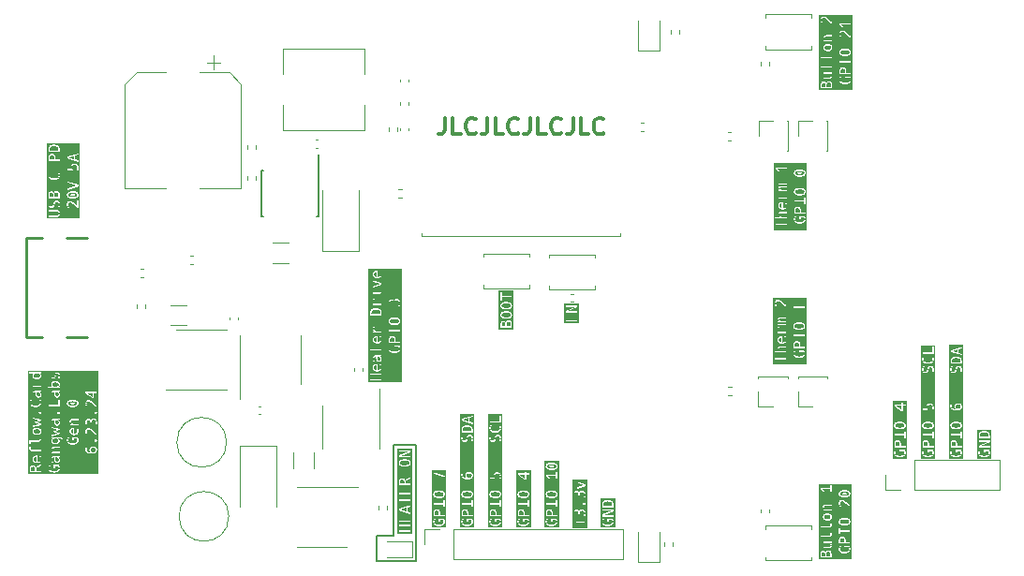
<source format=gbr>
%TF.GenerationSoftware,KiCad,Pcbnew,7.0.7*%
%TF.CreationDate,2024-06-24T12:24:59-07:00*%
%TF.ProjectId,Business Card PCB Hot Plate,42757369-6e65-4737-9320-436172642050,rev?*%
%TF.SameCoordinates,Original*%
%TF.FileFunction,Legend,Top*%
%TF.FilePolarity,Positive*%
%FSLAX46Y46*%
G04 Gerber Fmt 4.6, Leading zero omitted, Abs format (unit mm)*
G04 Created by KiCad (PCBNEW 7.0.7) date 2024-06-24 12:24:59*
%MOMM*%
%LPD*%
G01*
G04 APERTURE LIST*
%ADD10C,0.150000*%
%ADD11C,0.300000*%
%ADD12C,0.120000*%
%ADD13C,0.254000*%
G04 APERTURE END LIST*
D10*
X71000000Y-83510328D02*
X67400000Y-83510328D01*
X67400000Y-81210328D01*
X68900000Y-81210328D01*
X68900000Y-73010328D01*
X71000000Y-73010328D01*
X71000000Y-83510328D01*
G36*
X77936887Y-78927615D02*
G01*
X77948063Y-78928239D01*
X77958915Y-78929279D01*
X77969442Y-78930735D01*
X77979645Y-78932607D01*
X77989523Y-78934895D01*
X77999077Y-78937598D01*
X78012800Y-78942434D01*
X78025793Y-78948206D01*
X78038057Y-78954913D01*
X78049590Y-78962557D01*
X78060393Y-78971137D01*
X78070467Y-78980652D01*
X78073421Y-78983783D01*
X78080471Y-78992029D01*
X78087045Y-79000871D01*
X78093141Y-79010309D01*
X78098761Y-79020343D01*
X78103903Y-79030974D01*
X78108569Y-79042201D01*
X78111832Y-79051646D01*
X78114660Y-79061542D01*
X78117052Y-79071888D01*
X78119010Y-79082684D01*
X78120533Y-79093931D01*
X78121620Y-79105628D01*
X78122273Y-79117775D01*
X78122491Y-79130373D01*
X78122491Y-79290352D01*
X77728771Y-79290352D01*
X77728771Y-79130373D01*
X77728821Y-79124311D01*
X77729222Y-79112456D01*
X77730023Y-79100958D01*
X77731225Y-79089816D01*
X77732828Y-79079031D01*
X77734832Y-79068603D01*
X77737236Y-79058532D01*
X77740041Y-79048817D01*
X77743247Y-79039460D01*
X77748807Y-79026093D01*
X77755268Y-79013528D01*
X77762631Y-79001767D01*
X77770896Y-78990808D01*
X77780062Y-78980652D01*
X77790138Y-78971137D01*
X77800948Y-78962557D01*
X77812492Y-78954913D01*
X77824770Y-78948206D01*
X77837782Y-78942434D01*
X77851529Y-78937598D01*
X77861101Y-78934895D01*
X77871000Y-78932607D01*
X77881224Y-78930735D01*
X77891776Y-78929279D01*
X77902653Y-78928239D01*
X77913857Y-78927615D01*
X77925387Y-78927407D01*
X77936887Y-78927615D01*
G37*
G36*
X78144602Y-77243153D02*
G01*
X78158393Y-77243288D01*
X78171925Y-77243512D01*
X78185196Y-77243826D01*
X78198208Y-77244229D01*
X78210959Y-77244723D01*
X78223450Y-77245306D01*
X78235682Y-77245978D01*
X78247653Y-77246741D01*
X78259365Y-77247593D01*
X78270816Y-77248534D01*
X78282008Y-77249566D01*
X78292939Y-77250687D01*
X78303611Y-77251897D01*
X78314023Y-77253198D01*
X78324174Y-77254588D01*
X78343697Y-77257637D01*
X78362181Y-77261045D01*
X78379624Y-77264812D01*
X78396027Y-77268937D01*
X78411391Y-77273421D01*
X78425714Y-77278264D01*
X78438998Y-77283466D01*
X78451241Y-77289026D01*
X78462895Y-77295057D01*
X78473796Y-77301547D01*
X78483945Y-77308498D01*
X78493343Y-77315908D01*
X78501989Y-77323778D01*
X78509883Y-77332108D01*
X78517025Y-77340898D01*
X78523415Y-77350148D01*
X78529054Y-77359857D01*
X78533941Y-77370027D01*
X78538076Y-77380656D01*
X78541459Y-77391745D01*
X78544090Y-77403294D01*
X78545970Y-77415303D01*
X78547097Y-77427772D01*
X78547473Y-77440701D01*
X78547097Y-77453453D01*
X78545970Y-77465759D01*
X78544090Y-77477618D01*
X78541459Y-77489030D01*
X78538076Y-77499996D01*
X78533941Y-77510516D01*
X78529054Y-77520589D01*
X78523415Y-77530216D01*
X78517025Y-77539396D01*
X78509883Y-77548130D01*
X78501989Y-77556417D01*
X78493343Y-77564257D01*
X78483945Y-77571651D01*
X78473796Y-77578599D01*
X78462895Y-77585100D01*
X78451241Y-77591154D01*
X78438454Y-77596774D01*
X78424699Y-77602031D01*
X78409977Y-77606925D01*
X78394287Y-77611457D01*
X78377630Y-77615626D01*
X78360005Y-77619433D01*
X78341413Y-77622877D01*
X78331754Y-77624464D01*
X78321854Y-77625959D01*
X78311711Y-77627364D01*
X78301327Y-77628678D01*
X78290701Y-77629902D01*
X78279833Y-77631035D01*
X78268723Y-77632077D01*
X78257371Y-77633029D01*
X78245777Y-77633890D01*
X78233942Y-77634660D01*
X78221864Y-77635340D01*
X78209545Y-77635929D01*
X78196984Y-77636428D01*
X78184181Y-77636835D01*
X78171136Y-77637153D01*
X78157850Y-77637379D01*
X78144321Y-77637515D01*
X78130551Y-77637561D01*
X78116750Y-77637515D01*
X78103193Y-77637379D01*
X78089878Y-77637153D01*
X78076806Y-77636835D01*
X78063977Y-77636428D01*
X78051390Y-77635929D01*
X78039047Y-77635340D01*
X78026946Y-77634660D01*
X78015088Y-77633890D01*
X78003473Y-77633029D01*
X77992100Y-77632077D01*
X77980971Y-77631035D01*
X77970084Y-77629902D01*
X77959440Y-77628678D01*
X77949039Y-77627364D01*
X77938881Y-77625959D01*
X77928966Y-77624464D01*
X77919293Y-77622877D01*
X77900676Y-77619433D01*
X77883031Y-77615626D01*
X77866356Y-77611457D01*
X77850653Y-77606925D01*
X77835921Y-77602031D01*
X77822161Y-77596774D01*
X77809371Y-77591154D01*
X77797718Y-77585100D01*
X77786817Y-77578599D01*
X77776668Y-77571651D01*
X77767270Y-77564257D01*
X77758624Y-77556417D01*
X77750730Y-77548130D01*
X77743588Y-77539396D01*
X77737198Y-77530216D01*
X77731559Y-77520589D01*
X77726672Y-77510516D01*
X77722537Y-77499996D01*
X77719154Y-77489030D01*
X77716523Y-77477618D01*
X77714643Y-77465759D01*
X77713515Y-77453453D01*
X77713140Y-77440701D01*
X77713515Y-77427772D01*
X77714643Y-77415303D01*
X77716523Y-77403294D01*
X77719154Y-77391745D01*
X77722537Y-77380656D01*
X77726672Y-77370027D01*
X77731559Y-77359857D01*
X77737198Y-77350148D01*
X77743588Y-77340898D01*
X77750730Y-77332108D01*
X77758624Y-77323778D01*
X77767270Y-77315908D01*
X77776668Y-77308498D01*
X77786817Y-77301547D01*
X77797718Y-77295057D01*
X77809371Y-77289026D01*
X77821703Y-77283466D01*
X77835066Y-77278264D01*
X77849462Y-77273421D01*
X77864891Y-77268937D01*
X77881351Y-77264812D01*
X77898844Y-77261045D01*
X77917370Y-77257637D01*
X77927019Y-77256068D01*
X77936927Y-77254588D01*
X77947093Y-77253198D01*
X77957517Y-77251897D01*
X77968199Y-77250687D01*
X77979139Y-77249566D01*
X77990337Y-77248534D01*
X78001794Y-77247593D01*
X78013508Y-77246741D01*
X78025480Y-77245978D01*
X78037711Y-77245306D01*
X78050199Y-77244723D01*
X78062946Y-77244229D01*
X78075951Y-77243826D01*
X78089214Y-77243512D01*
X78102735Y-77243288D01*
X78116514Y-77243153D01*
X78130551Y-77243108D01*
X78144602Y-77243153D01*
G37*
G36*
X78796820Y-80461471D02*
G01*
X77463793Y-80461471D01*
X77463793Y-79907554D01*
X77606650Y-79907554D01*
X77606784Y-79919486D01*
X77607186Y-79931258D01*
X77607856Y-79942867D01*
X77608794Y-79954315D01*
X77610001Y-79965601D01*
X77611475Y-79976725D01*
X77613218Y-79987687D01*
X77615229Y-79998488D01*
X77617508Y-80009127D01*
X77620054Y-80019605D01*
X77622869Y-80029920D01*
X77625953Y-80040074D01*
X77629304Y-80050067D01*
X77632923Y-80059897D01*
X77636810Y-80069566D01*
X77640966Y-80079073D01*
X77645389Y-80088419D01*
X77650081Y-80097602D01*
X77655041Y-80106624D01*
X77660269Y-80115484D01*
X77665765Y-80124183D01*
X77671529Y-80132720D01*
X77677561Y-80141095D01*
X77683861Y-80149308D01*
X77690429Y-80157360D01*
X77697266Y-80165250D01*
X77704370Y-80172978D01*
X77711743Y-80180545D01*
X77719384Y-80187949D01*
X77727292Y-80195192D01*
X77735469Y-80202274D01*
X77743914Y-80209193D01*
X77752603Y-80215925D01*
X77761513Y-80222444D01*
X77770643Y-80228748D01*
X77779993Y-80234839D01*
X77789564Y-80240716D01*
X77799355Y-80246379D01*
X77809367Y-80251829D01*
X77819599Y-80257065D01*
X77830051Y-80262087D01*
X77840724Y-80266896D01*
X77851617Y-80271491D01*
X77862731Y-80275872D01*
X77874065Y-80280039D01*
X77885619Y-80283993D01*
X77897394Y-80287733D01*
X77909389Y-80291259D01*
X77921604Y-80294572D01*
X77934040Y-80297670D01*
X77946696Y-80300556D01*
X77959573Y-80303227D01*
X77972670Y-80305685D01*
X77985987Y-80307929D01*
X77999525Y-80309959D01*
X78013284Y-80311775D01*
X78027262Y-80313378D01*
X78041461Y-80314767D01*
X78055881Y-80315943D01*
X78070520Y-80316905D01*
X78085380Y-80317653D01*
X78100461Y-80318187D01*
X78115762Y-80318507D01*
X78131283Y-80318614D01*
X78146565Y-80318509D01*
X78161637Y-80318194D01*
X78176499Y-80317670D01*
X78191150Y-80316935D01*
X78205590Y-80315991D01*
X78219820Y-80314836D01*
X78233840Y-80313472D01*
X78247650Y-80311898D01*
X78261249Y-80310113D01*
X78274638Y-80308119D01*
X78287816Y-80305916D01*
X78300784Y-80303502D01*
X78313542Y-80300878D01*
X78326089Y-80298044D01*
X78338426Y-80295001D01*
X78350552Y-80291748D01*
X78362469Y-80288284D01*
X78374174Y-80284611D01*
X78385670Y-80280728D01*
X78396955Y-80276635D01*
X78408029Y-80272332D01*
X78418894Y-80267819D01*
X78429548Y-80263097D01*
X78439991Y-80258164D01*
X78450224Y-80253022D01*
X78460247Y-80247669D01*
X78470059Y-80242107D01*
X78479661Y-80236335D01*
X78489053Y-80230353D01*
X78498234Y-80224161D01*
X78507205Y-80217759D01*
X78515966Y-80211147D01*
X78524296Y-80204494D01*
X78532372Y-80197661D01*
X78540195Y-80190648D01*
X78547763Y-80183456D01*
X78555078Y-80176085D01*
X78562139Y-80168535D01*
X78568946Y-80160805D01*
X78575500Y-80152896D01*
X78581800Y-80144807D01*
X78587846Y-80136539D01*
X78593638Y-80128092D01*
X78599176Y-80119465D01*
X78604461Y-80110659D01*
X78609492Y-80101673D01*
X78614269Y-80092508D01*
X78618792Y-80083164D01*
X78623051Y-80073614D01*
X78627035Y-80063892D01*
X78630745Y-80053998D01*
X78634179Y-80043933D01*
X78637339Y-80033695D01*
X78640224Y-80023287D01*
X78642835Y-80012706D01*
X78645170Y-80001953D01*
X78647231Y-79991029D01*
X78649017Y-79979933D01*
X78650528Y-79968666D01*
X78651765Y-79957226D01*
X78652727Y-79945615D01*
X78653413Y-79933833D01*
X78653826Y-79921878D01*
X78653963Y-79909752D01*
X78653938Y-79904635D01*
X78653742Y-79894472D01*
X78653349Y-79884404D01*
X78652759Y-79874432D01*
X78651973Y-79864556D01*
X78650990Y-79854775D01*
X78649148Y-79840282D01*
X78646863Y-79826004D01*
X78644136Y-79811940D01*
X78640967Y-79798091D01*
X78637355Y-79784457D01*
X78633302Y-79771038D01*
X78628806Y-79757833D01*
X78625686Y-79749361D01*
X78620642Y-79736830D01*
X78615159Y-79724509D01*
X78609238Y-79712398D01*
X78602880Y-79700498D01*
X78596084Y-79688808D01*
X78588849Y-79677328D01*
X78581177Y-79666059D01*
X78573067Y-79655000D01*
X78564519Y-79644151D01*
X78555533Y-79633513D01*
X78106859Y-79633513D01*
X78106859Y-79913904D01*
X78213349Y-79913904D01*
X78213349Y-79765404D01*
X78501800Y-79765404D01*
X78505521Y-79769943D01*
X78511737Y-79778294D01*
X78517336Y-79786876D01*
X78522316Y-79795690D01*
X78524293Y-79799610D01*
X78528462Y-79808512D01*
X78532244Y-79817530D01*
X78535994Y-79827686D01*
X78537384Y-79832091D01*
X78540467Y-79843446D01*
X78542989Y-79855289D01*
X78544603Y-79865116D01*
X78545859Y-79875256D01*
X78546756Y-79885709D01*
X78547294Y-79896475D01*
X78547473Y-79907554D01*
X78547072Y-79924281D01*
X78545870Y-79940454D01*
X78543867Y-79956071D01*
X78541062Y-79971133D01*
X78537455Y-79985640D01*
X78533048Y-79999591D01*
X78527838Y-80012987D01*
X78521828Y-80025828D01*
X78515016Y-80038114D01*
X78507402Y-80049844D01*
X78498987Y-80061019D01*
X78489771Y-80071639D01*
X78479753Y-80081703D01*
X78468934Y-80091213D01*
X78457313Y-80100167D01*
X78444891Y-80108565D01*
X78438409Y-80112622D01*
X78428307Y-80118464D01*
X78417750Y-80124014D01*
X78406737Y-80129272D01*
X78395270Y-80134238D01*
X78383347Y-80138912D01*
X78370970Y-80143294D01*
X78358137Y-80147384D01*
X78344849Y-80151182D01*
X78331106Y-80154688D01*
X78316908Y-80157902D01*
X78307170Y-80159884D01*
X78297189Y-80161738D01*
X78286966Y-80163464D01*
X78276501Y-80165062D01*
X78265793Y-80166532D01*
X78254844Y-80167874D01*
X78243651Y-80169089D01*
X78232217Y-80170176D01*
X78220540Y-80171135D01*
X78208621Y-80171966D01*
X78196459Y-80172669D01*
X78184055Y-80173244D01*
X78171409Y-80173691D01*
X78158520Y-80174011D01*
X78145389Y-80174203D01*
X78132016Y-80174267D01*
X78118917Y-80174201D01*
X78106027Y-80174002D01*
X78093347Y-80173672D01*
X78080878Y-80173210D01*
X78068618Y-80172615D01*
X78056568Y-80171888D01*
X78044728Y-80171029D01*
X78033098Y-80170038D01*
X78021677Y-80168915D01*
X78010467Y-80167660D01*
X77999467Y-80166272D01*
X77988676Y-80164753D01*
X77978095Y-80163101D01*
X77967725Y-80161317D01*
X77957564Y-80159401D01*
X77947613Y-80157353D01*
X77937872Y-80155173D01*
X77928340Y-80152860D01*
X77909908Y-80147839D01*
X77892315Y-80142289D01*
X77875561Y-80136211D01*
X77859647Y-80129604D01*
X77844573Y-80122468D01*
X77830338Y-80114804D01*
X77816943Y-80106611D01*
X77804373Y-80097898D01*
X77792614Y-80088671D01*
X77781666Y-80078931D01*
X77771529Y-80068678D01*
X77762203Y-80057911D01*
X77753688Y-80046631D01*
X77745984Y-80034837D01*
X77739090Y-80022531D01*
X77733008Y-80009711D01*
X77727737Y-79996378D01*
X77723277Y-79982531D01*
X77719627Y-79968172D01*
X77716789Y-79953299D01*
X77714762Y-79937912D01*
X77713545Y-79922013D01*
X77713140Y-79905600D01*
X77713283Y-79895971D01*
X77713832Y-79884384D01*
X77714794Y-79872764D01*
X77715910Y-79863054D01*
X77717313Y-79853320D01*
X77719001Y-79843562D01*
X77719763Y-79839628D01*
X77721917Y-79829836D01*
X77724428Y-79820103D01*
X77727298Y-79810430D01*
X77730525Y-79800817D01*
X77734110Y-79791263D01*
X77738052Y-79781769D01*
X77741830Y-79773600D01*
X77746868Y-79763594D01*
X77752455Y-79753365D01*
X77757531Y-79744669D01*
X77762988Y-79735819D01*
X77768827Y-79726814D01*
X77773792Y-79719544D01*
X77780395Y-79710446D01*
X77787440Y-79701335D01*
X77794926Y-79692213D01*
X77802853Y-79683079D01*
X77809512Y-79675763D01*
X77816454Y-79668440D01*
X77676015Y-79668440D01*
X77671774Y-79675122D01*
X77665652Y-79685246D01*
X77659818Y-79695490D01*
X77654272Y-79705854D01*
X77649013Y-79716338D01*
X77644042Y-79726943D01*
X77639359Y-79737667D01*
X77634964Y-79748512D01*
X77630856Y-79759478D01*
X77627035Y-79770563D01*
X77623502Y-79781769D01*
X77621462Y-79789158D01*
X77618647Y-79800360D01*
X77616129Y-79811704D01*
X77613908Y-79823189D01*
X77611982Y-79834816D01*
X77610353Y-79846585D01*
X77609020Y-79858495D01*
X77607983Y-79870547D01*
X77607242Y-79882741D01*
X77606798Y-79895076D01*
X77606650Y-79907554D01*
X77463793Y-79907554D01*
X77463793Y-79428593D01*
X77622281Y-79428593D01*
X78638332Y-79428593D01*
X78638332Y-79290352D01*
X78228980Y-79290352D01*
X78228980Y-79130373D01*
X78228906Y-79119649D01*
X78228681Y-79109094D01*
X78228306Y-79098707D01*
X78227782Y-79088489D01*
X78227108Y-79078439D01*
X78226284Y-79068557D01*
X78224187Y-79049299D01*
X78221491Y-79030715D01*
X78218196Y-79012804D01*
X78214301Y-78995567D01*
X78209807Y-78979003D01*
X78204715Y-78963113D01*
X78199023Y-78947897D01*
X78192731Y-78933354D01*
X78185841Y-78919484D01*
X78178352Y-78906289D01*
X78170263Y-78893766D01*
X78161575Y-78881918D01*
X78152288Y-78870743D01*
X78142388Y-78860154D01*
X78131921Y-78850249D01*
X78120887Y-78841027D01*
X78109286Y-78832488D01*
X78097119Y-78824632D01*
X78084385Y-78817460D01*
X78071084Y-78810970D01*
X78057217Y-78805163D01*
X78042783Y-78800040D01*
X78027782Y-78795600D01*
X78012214Y-78791843D01*
X77996080Y-78788769D01*
X77979379Y-78786378D01*
X77962111Y-78784670D01*
X77944276Y-78783645D01*
X77925875Y-78783304D01*
X77916955Y-78783387D01*
X77903787Y-78783823D01*
X77890872Y-78784632D01*
X77878210Y-78785815D01*
X77865802Y-78787371D01*
X77853647Y-78789301D01*
X77841745Y-78791604D01*
X77830096Y-78794281D01*
X77818701Y-78797331D01*
X77807559Y-78800755D01*
X77796671Y-78804553D01*
X77789534Y-78807276D01*
X77779087Y-78811725D01*
X77768949Y-78816612D01*
X77759120Y-78821938D01*
X77749600Y-78827701D01*
X77740390Y-78833902D01*
X77731488Y-78840541D01*
X77722896Y-78847617D01*
X77714613Y-78855132D01*
X77706639Y-78863085D01*
X77698974Y-78871475D01*
X77694255Y-78877141D01*
X77685268Y-78888941D01*
X77676880Y-78901367D01*
X77669090Y-78914418D01*
X77661901Y-78928096D01*
X77655310Y-78942399D01*
X77649318Y-78957329D01*
X77643926Y-78972884D01*
X77639133Y-78989065D01*
X77634938Y-79005872D01*
X77631344Y-79023305D01*
X77628348Y-79041363D01*
X77625951Y-79060048D01*
X77624154Y-79079359D01*
X77623480Y-79089248D01*
X77622955Y-79099295D01*
X77622581Y-79109498D01*
X77622356Y-79119857D01*
X77622281Y-79130373D01*
X77622281Y-79290352D01*
X77622281Y-79428593D01*
X77463793Y-79428593D01*
X77463793Y-77999773D01*
X77622281Y-77999773D01*
X77622281Y-78566416D01*
X77728771Y-78566416D01*
X77728771Y-78352459D01*
X78531842Y-78352459D01*
X78531842Y-78566416D01*
X78638332Y-78566416D01*
X78638332Y-77999773D01*
X78531842Y-77999773D01*
X78531842Y-78213729D01*
X77728771Y-78213729D01*
X77728771Y-77999773D01*
X77622281Y-77999773D01*
X77463793Y-77999773D01*
X77463793Y-77440701D01*
X77606650Y-77440701D01*
X77606777Y-77451303D01*
X77607157Y-77461737D01*
X77607792Y-77472004D01*
X77608680Y-77482104D01*
X77609822Y-77492036D01*
X77611218Y-77501801D01*
X77614771Y-77520828D01*
X77619339Y-77539185D01*
X77624922Y-77556873D01*
X77631521Y-77573890D01*
X77639134Y-77590239D01*
X77647763Y-77605917D01*
X77657406Y-77620925D01*
X77668065Y-77635264D01*
X77679739Y-77648933D01*
X77692429Y-77661932D01*
X77706133Y-77674262D01*
X77720852Y-77685922D01*
X77736587Y-77696912D01*
X77744735Y-77702141D01*
X77753152Y-77707204D01*
X77761838Y-77712101D01*
X77770792Y-77716833D01*
X77780015Y-77721398D01*
X77789507Y-77725797D01*
X77799266Y-77730030D01*
X77809295Y-77734098D01*
X77819592Y-77737999D01*
X77830158Y-77741734D01*
X77840992Y-77745303D01*
X77852095Y-77748706D01*
X77863466Y-77751943D01*
X77875106Y-77755015D01*
X77887015Y-77757920D01*
X77899192Y-77760659D01*
X77911637Y-77763232D01*
X77924351Y-77765639D01*
X77937334Y-77767880D01*
X77950586Y-77769955D01*
X77964106Y-77771865D01*
X77977894Y-77773608D01*
X77991951Y-77775185D01*
X78006277Y-77776596D01*
X78020871Y-77777841D01*
X78035734Y-77778920D01*
X78050865Y-77779833D01*
X78066265Y-77780580D01*
X78081934Y-77781161D01*
X78097871Y-77781576D01*
X78114076Y-77781825D01*
X78130551Y-77781908D01*
X78147025Y-77781826D01*
X78163231Y-77781579D01*
X78179170Y-77781167D01*
X78194840Y-77780591D01*
X78210242Y-77779851D01*
X78225376Y-77778946D01*
X78240242Y-77777876D01*
X78254840Y-77776642D01*
X78269169Y-77775243D01*
X78283231Y-77773679D01*
X78297025Y-77771951D01*
X78310550Y-77770058D01*
X78323807Y-77768001D01*
X78336797Y-77765779D01*
X78349518Y-77763393D01*
X78361971Y-77760842D01*
X78374156Y-77758127D01*
X78386073Y-77755246D01*
X78397721Y-77752202D01*
X78409102Y-77748993D01*
X78420215Y-77745619D01*
X78431059Y-77742080D01*
X78441635Y-77738377D01*
X78451944Y-77734510D01*
X78461984Y-77730478D01*
X78471756Y-77726281D01*
X78481260Y-77721920D01*
X78490496Y-77717394D01*
X78499464Y-77712703D01*
X78508163Y-77707848D01*
X78524759Y-77697644D01*
X78532708Y-77692306D01*
X78547849Y-77681109D01*
X78561981Y-77669218D01*
X78575103Y-77656632D01*
X78587216Y-77643351D01*
X78598319Y-77629376D01*
X78608413Y-77614706D01*
X78617498Y-77599341D01*
X78625573Y-77583282D01*
X78632639Y-77566529D01*
X78638696Y-77549081D01*
X78643743Y-77530938D01*
X78647780Y-77512101D01*
X78649421Y-77502422D01*
X78650809Y-77492569D01*
X78651944Y-77482543D01*
X78652827Y-77472343D01*
X78653458Y-77461969D01*
X78653837Y-77451422D01*
X78653963Y-77440701D01*
X78653933Y-77435468D01*
X78653690Y-77425115D01*
X78653206Y-77414910D01*
X78652479Y-77404854D01*
X78651509Y-77394947D01*
X78650298Y-77385189D01*
X78648026Y-77370830D01*
X78645209Y-77356807D01*
X78641846Y-77343118D01*
X78637939Y-77329764D01*
X78633486Y-77316746D01*
X78628488Y-77304062D01*
X78622944Y-77291713D01*
X78620955Y-77287673D01*
X78614560Y-77275803D01*
X78607525Y-77264306D01*
X78599851Y-77253182D01*
X78591537Y-77242433D01*
X78582583Y-77232056D01*
X78572990Y-77222054D01*
X78562756Y-77212424D01*
X78551884Y-77203169D01*
X78540371Y-77194287D01*
X78532341Y-77188573D01*
X78524026Y-77183025D01*
X78515789Y-77177855D01*
X78507290Y-77172850D01*
X78498530Y-77168009D01*
X78489507Y-77163333D01*
X78480223Y-77158820D01*
X78470677Y-77154471D01*
X78460869Y-77150287D01*
X78450799Y-77146266D01*
X78440467Y-77142410D01*
X78429873Y-77138717D01*
X78419017Y-77135189D01*
X78407900Y-77131825D01*
X78396520Y-77128625D01*
X78384879Y-77125589D01*
X78372976Y-77122718D01*
X78360811Y-77120010D01*
X78348384Y-77117466D01*
X78335695Y-77115087D01*
X78322744Y-77112872D01*
X78309531Y-77110820D01*
X78296056Y-77108933D01*
X78282320Y-77107210D01*
X78268321Y-77105651D01*
X78254061Y-77104256D01*
X78239539Y-77103026D01*
X78224755Y-77101959D01*
X78209709Y-77101056D01*
X78194401Y-77100318D01*
X78178831Y-77099744D01*
X78163000Y-77099333D01*
X78146906Y-77099087D01*
X78130551Y-77099005D01*
X78114165Y-77099087D01*
X78098042Y-77099333D01*
X78082183Y-77099744D01*
X78066586Y-77100318D01*
X78051252Y-77101056D01*
X78036180Y-77101959D01*
X78021372Y-77103026D01*
X78006826Y-77104256D01*
X77992544Y-77105651D01*
X77978524Y-77107210D01*
X77964767Y-77108933D01*
X77951273Y-77110820D01*
X77938041Y-77112872D01*
X77925073Y-77115087D01*
X77912367Y-77117466D01*
X77899924Y-77120010D01*
X77887744Y-77122718D01*
X77875827Y-77125589D01*
X77864173Y-77128625D01*
X77852782Y-77131825D01*
X77841653Y-77135189D01*
X77830787Y-77138717D01*
X77820185Y-77142410D01*
X77809844Y-77146266D01*
X77799767Y-77150287D01*
X77789953Y-77154471D01*
X77780402Y-77158820D01*
X77771113Y-77163333D01*
X77762087Y-77168009D01*
X77753324Y-77172850D01*
X77736587Y-77183025D01*
X77732394Y-77185778D01*
X77724224Y-77191409D01*
X77716339Y-77197206D01*
X77705049Y-77206212D01*
X77694403Y-77215593D01*
X77684401Y-77225346D01*
X77675043Y-77235474D01*
X77666329Y-77245974D01*
X77658259Y-77256849D01*
X77650833Y-77268096D01*
X77644051Y-77279718D01*
X77637913Y-77291713D01*
X77634127Y-77299908D01*
X77628906Y-77312480D01*
X77624235Y-77325388D01*
X77620114Y-77338630D01*
X77616542Y-77352207D01*
X77613519Y-77366119D01*
X77611046Y-77380365D01*
X77609703Y-77390049D01*
X77608604Y-77399882D01*
X77607749Y-77409863D01*
X77607138Y-77419994D01*
X77606772Y-77430273D01*
X77606650Y-77440701D01*
X77463793Y-77440701D01*
X77463793Y-76036060D01*
X77622281Y-76036060D01*
X78130795Y-76036060D01*
X78127217Y-76030143D01*
X78122058Y-76021174D01*
X78117148Y-76012094D01*
X78112487Y-76002902D01*
X78108075Y-75993598D01*
X78103911Y-75984183D01*
X78099997Y-75974656D01*
X78096332Y-75965017D01*
X78092916Y-75955267D01*
X78089749Y-75945406D01*
X78086831Y-75935432D01*
X78085116Y-75928953D01*
X78082750Y-75919209D01*
X78080633Y-75909436D01*
X78078766Y-75899632D01*
X78077147Y-75889798D01*
X78075778Y-75879934D01*
X78074657Y-75870040D01*
X78073786Y-75860116D01*
X78073163Y-75850162D01*
X78072790Y-75840178D01*
X78072665Y-75830163D01*
X78072731Y-75822475D01*
X78073077Y-75811188D01*
X78073718Y-75800198D01*
X78074656Y-75789504D01*
X78075891Y-75779106D01*
X78077421Y-75769005D01*
X78079248Y-75759199D01*
X78082145Y-75746587D01*
X78085568Y-75734500D01*
X78089518Y-75722941D01*
X78093907Y-75711904D01*
X78098646Y-75701386D01*
X78103737Y-75691388D01*
X78109179Y-75681908D01*
X78114973Y-75672947D01*
X78121117Y-75664506D01*
X78127612Y-75656583D01*
X78134459Y-75649180D01*
X78141896Y-75641986D01*
X78149800Y-75635181D01*
X78158169Y-75628766D01*
X78167004Y-75622740D01*
X78176304Y-75617104D01*
X78186070Y-75611856D01*
X78196302Y-75606998D01*
X78206999Y-75602529D01*
X78212502Y-75600459D01*
X78223920Y-75596719D01*
X78235888Y-75593513D01*
X78248405Y-75590842D01*
X78258154Y-75589189D01*
X78268212Y-75587836D01*
X78278579Y-75586785D01*
X78289255Y-75586033D01*
X78300240Y-75585582D01*
X78311535Y-75585432D01*
X78325295Y-75585673D01*
X78338672Y-75586394D01*
X78351666Y-75587596D01*
X78364276Y-75589279D01*
X78376502Y-75591443D01*
X78388345Y-75594088D01*
X78399805Y-75597213D01*
X78410880Y-75600819D01*
X78421573Y-75604907D01*
X78431881Y-75609475D01*
X78441807Y-75614524D01*
X78451348Y-75620054D01*
X78460506Y-75626064D01*
X78469281Y-75632556D01*
X78477672Y-75639528D01*
X78485680Y-75646981D01*
X78493163Y-75654725D01*
X78500163Y-75662933D01*
X78506680Y-75671608D01*
X78512714Y-75680748D01*
X78518266Y-75690354D01*
X78523335Y-75700425D01*
X78527921Y-75710962D01*
X78532025Y-75721964D01*
X78535646Y-75733432D01*
X78538783Y-75745365D01*
X78541439Y-75757765D01*
X78543611Y-75770629D01*
X78545301Y-75783960D01*
X78546508Y-75797756D01*
X78547232Y-75812017D01*
X78547473Y-75826744D01*
X78547405Y-75834623D01*
X78547050Y-75846448D01*
X78546389Y-75858282D01*
X78545424Y-75870124D01*
X78544154Y-75881975D01*
X78542579Y-75893835D01*
X78540699Y-75905703D01*
X78538515Y-75917580D01*
X78536025Y-75929465D01*
X78533231Y-75941359D01*
X78530132Y-75953262D01*
X78527986Y-75961055D01*
X78524506Y-75972773D01*
X78520713Y-75984525D01*
X78516607Y-75996312D01*
X78512187Y-76008133D01*
X78507453Y-76019988D01*
X78502407Y-76031878D01*
X78497046Y-76043802D01*
X78491373Y-76055760D01*
X78485386Y-76067753D01*
X78479085Y-76079780D01*
X78614640Y-76079780D01*
X78615853Y-76076353D01*
X78619387Y-76065980D01*
X78622768Y-76055470D01*
X78625993Y-76044822D01*
X78629065Y-76034038D01*
X78631981Y-76023115D01*
X78632437Y-76021263D01*
X78635070Y-76009929D01*
X78637133Y-76000195D01*
X78639077Y-75990198D01*
X78640902Y-75979940D01*
X78642607Y-75969419D01*
X78644193Y-75958635D01*
X78644794Y-75954435D01*
X78646214Y-75943786D01*
X78647514Y-75932921D01*
X78648694Y-75921842D01*
X78649756Y-75910548D01*
X78650698Y-75899039D01*
X78651521Y-75887316D01*
X78651816Y-75882612D01*
X78652472Y-75871093D01*
X78653009Y-75859919D01*
X78653426Y-75849092D01*
X78653725Y-75838610D01*
X78653903Y-75828474D01*
X78653963Y-75818684D01*
X78653872Y-75807239D01*
X78653600Y-75795985D01*
X78653147Y-75784921D01*
X78652513Y-75774049D01*
X78651697Y-75763367D01*
X78650700Y-75752876D01*
X78649522Y-75742576D01*
X78648162Y-75732466D01*
X78646621Y-75722548D01*
X78644899Y-75712820D01*
X78641976Y-75698586D01*
X78638645Y-75684782D01*
X78634907Y-75671407D01*
X78630760Y-75658461D01*
X78627746Y-75650025D01*
X78622914Y-75637679D01*
X78617708Y-75625702D01*
X78612129Y-75614094D01*
X78606176Y-75602855D01*
X78599850Y-75591986D01*
X78593150Y-75581486D01*
X78586077Y-75571355D01*
X78578630Y-75561594D01*
X78570810Y-75552201D01*
X78562616Y-75543178D01*
X78556793Y-75537243D01*
X78544737Y-75525937D01*
X78532136Y-75515385D01*
X78518989Y-75505586D01*
X78505296Y-75496542D01*
X78491057Y-75488251D01*
X78476273Y-75480714D01*
X78460943Y-75473930D01*
X78445067Y-75467901D01*
X78428646Y-75462625D01*
X78411678Y-75458102D01*
X78394165Y-75454334D01*
X78376107Y-75451319D01*
X78357502Y-75449058D01*
X78338352Y-75447550D01*
X78328572Y-75447079D01*
X78318656Y-75446796D01*
X78308604Y-75446702D01*
X78289167Y-75447063D01*
X78270242Y-75448145D01*
X78251829Y-75449948D01*
X78233926Y-75452472D01*
X78216536Y-75455718D01*
X78199656Y-75459685D01*
X78183288Y-75464374D01*
X78167431Y-75469783D01*
X78152086Y-75475914D01*
X78137252Y-75482766D01*
X78122929Y-75490340D01*
X78109118Y-75498634D01*
X78095819Y-75507650D01*
X78083030Y-75517388D01*
X78070753Y-75527846D01*
X78058987Y-75539026D01*
X78053714Y-75544478D01*
X78046066Y-75552948D01*
X78038731Y-75561771D01*
X78031709Y-75570946D01*
X78025001Y-75580473D01*
X78018606Y-75590352D01*
X78012524Y-75600583D01*
X78006756Y-75611166D01*
X78001301Y-75622101D01*
X77996160Y-75633388D01*
X77991332Y-75645027D01*
X77986836Y-75656973D01*
X77982783Y-75669270D01*
X77979171Y-75681920D01*
X77976002Y-75694922D01*
X77973275Y-75708275D01*
X77970990Y-75721981D01*
X77969148Y-75736039D01*
X77967747Y-75750449D01*
X77967060Y-75760251D01*
X77966568Y-75770209D01*
X77966273Y-75780325D01*
X77966175Y-75790596D01*
X77966216Y-75796935D01*
X77966465Y-75807174D01*
X77967063Y-75818926D01*
X77967988Y-75830095D01*
X77969239Y-75840679D01*
X77970816Y-75850680D01*
X77971868Y-75856308D01*
X77974244Y-75867540D01*
X77976980Y-75878737D01*
X77980077Y-75889899D01*
X77983535Y-75901028D01*
X77986692Y-75910275D01*
X77728771Y-75910275D01*
X77728771Y-75519242D01*
X77622281Y-75519242D01*
X77622281Y-76036060D01*
X77463793Y-76036060D01*
X77463793Y-73791224D01*
X78172316Y-73791224D01*
X78172316Y-74352250D01*
X78278806Y-74352250D01*
X78278806Y-73791224D01*
X78172316Y-73791224D01*
X77463793Y-73791224D01*
X77463793Y-72377547D01*
X77606650Y-72377547D01*
X77606732Y-72387221D01*
X77607163Y-72401489D01*
X77607963Y-72415465D01*
X77609132Y-72429150D01*
X77610670Y-72442542D01*
X77612578Y-72455642D01*
X77614855Y-72468451D01*
X77617501Y-72480967D01*
X77620516Y-72493192D01*
X77623901Y-72505124D01*
X77627655Y-72516765D01*
X77630350Y-72524330D01*
X77634654Y-72535423D01*
X77639271Y-72546212D01*
X77644202Y-72556695D01*
X77649447Y-72566874D01*
X77655004Y-72576748D01*
X77660875Y-72586317D01*
X77667060Y-72595581D01*
X77673558Y-72604541D01*
X77680369Y-72613195D01*
X77687494Y-72621545D01*
X77697823Y-72632725D01*
X77708598Y-72643184D01*
X77719820Y-72652921D01*
X77731488Y-72661937D01*
X77743603Y-72670232D01*
X77756164Y-72677805D01*
X77769172Y-72684657D01*
X77782627Y-72690788D01*
X77796528Y-72696198D01*
X77810875Y-72700886D01*
X77825669Y-72704853D01*
X77840909Y-72708099D01*
X77856596Y-72710623D01*
X77872729Y-72712426D01*
X77889309Y-72713508D01*
X77906336Y-72713869D01*
X77919806Y-72713618D01*
X77932924Y-72712865D01*
X77945688Y-72711611D01*
X77958100Y-72709854D01*
X77970158Y-72707596D01*
X77981864Y-72704836D01*
X77993216Y-72701574D01*
X78004216Y-72697810D01*
X78014863Y-72693544D01*
X78025156Y-72688777D01*
X78035097Y-72683508D01*
X78044684Y-72677736D01*
X78053918Y-72671463D01*
X78062800Y-72664688D01*
X78071328Y-72657412D01*
X78079504Y-72649633D01*
X78081660Y-72647479D01*
X78090062Y-72638524D01*
X78098105Y-72629027D01*
X78105789Y-72618989D01*
X78113114Y-72608408D01*
X78118373Y-72600117D01*
X78123430Y-72591521D01*
X78128285Y-72582620D01*
X78132938Y-72573414D01*
X78137389Y-72563904D01*
X78140231Y-72557365D01*
X78144385Y-72547305D01*
X78148411Y-72536946D01*
X78152308Y-72526285D01*
X78156076Y-72515324D01*
X78159715Y-72504063D01*
X78163226Y-72492501D01*
X78166607Y-72480639D01*
X78169860Y-72468476D01*
X78172984Y-72456012D01*
X78175980Y-72443248D01*
X78192833Y-72369242D01*
X78195011Y-72359786D01*
X78197995Y-72347679D01*
X78201071Y-72336144D01*
X78204238Y-72325182D01*
X78207498Y-72314792D01*
X78210848Y-72304975D01*
X78214291Y-72295730D01*
X78218722Y-72284979D01*
X78220525Y-72280870D01*
X78225317Y-72270984D01*
X78230515Y-72261646D01*
X78236117Y-72252856D01*
X78242126Y-72244616D01*
X78248539Y-72236923D01*
X78255359Y-72229780D01*
X78260405Y-72224988D01*
X78268464Y-72218381D01*
X78277112Y-72212469D01*
X78286347Y-72207253D01*
X78296171Y-72202732D01*
X78306583Y-72198906D01*
X78317583Y-72195776D01*
X78329172Y-72193342D01*
X78341348Y-72191603D01*
X78354113Y-72190560D01*
X78367466Y-72190212D01*
X78378264Y-72190439D01*
X78388738Y-72191121D01*
X78398888Y-72192256D01*
X78408713Y-72193845D01*
X78422842Y-72197081D01*
X78436242Y-72201339D01*
X78448911Y-72206618D01*
X78460851Y-72212919D01*
X78472061Y-72220242D01*
X78482541Y-72228587D01*
X78492291Y-72237954D01*
X78501311Y-72248342D01*
X78506901Y-72255878D01*
X78514610Y-72267852D01*
X78521507Y-72280628D01*
X78525654Y-72289592D01*
X78529441Y-72298912D01*
X78532867Y-72308589D01*
X78535933Y-72318623D01*
X78538637Y-72329014D01*
X78540982Y-72339761D01*
X78542965Y-72350866D01*
X78544588Y-72362327D01*
X78545850Y-72374145D01*
X78546752Y-72386320D01*
X78547293Y-72398852D01*
X78547473Y-72411741D01*
X78547383Y-72420617D01*
X78546907Y-72433904D01*
X78546023Y-72447156D01*
X78544731Y-72460374D01*
X78543032Y-72473557D01*
X78540925Y-72486706D01*
X78538409Y-72499821D01*
X78535486Y-72512901D01*
X78532156Y-72525947D01*
X78528417Y-72538959D01*
X78524270Y-72551936D01*
X78519605Y-72565447D01*
X78514493Y-72579053D01*
X78510837Y-72588176D01*
X78506982Y-72597340D01*
X78502929Y-72606547D01*
X78498678Y-72615796D01*
X78494228Y-72625087D01*
X78489580Y-72634419D01*
X78484733Y-72643794D01*
X78479688Y-72653211D01*
X78474445Y-72662670D01*
X78469003Y-72672170D01*
X78463362Y-72681713D01*
X78457523Y-72691298D01*
X78451486Y-72700924D01*
X78595589Y-72700924D01*
X78599108Y-72691769D01*
X78604185Y-72678050D01*
X78609022Y-72664349D01*
X78613619Y-72650664D01*
X78617975Y-72636997D01*
X78622091Y-72623347D01*
X78625967Y-72609715D01*
X78629602Y-72596099D01*
X78632996Y-72582501D01*
X78636150Y-72568919D01*
X78639064Y-72555355D01*
X78640868Y-72546285D01*
X78643356Y-72532669D01*
X78645582Y-72519040D01*
X78647547Y-72505397D01*
X78649249Y-72491743D01*
X78650689Y-72478075D01*
X78651868Y-72464394D01*
X78652785Y-72450700D01*
X78653439Y-72436994D01*
X78653832Y-72423275D01*
X78653963Y-72409542D01*
X78653889Y-72398861D01*
X78653666Y-72388342D01*
X78653295Y-72377984D01*
X78652776Y-72367788D01*
X78652109Y-72357754D01*
X78651293Y-72347882D01*
X78649216Y-72328622D01*
X78646545Y-72310009D01*
X78643281Y-72292043D01*
X78639424Y-72274723D01*
X78634973Y-72258051D01*
X78629929Y-72242025D01*
X78624291Y-72226646D01*
X78618060Y-72211915D01*
X78611236Y-72197830D01*
X78603818Y-72184392D01*
X78595807Y-72171600D01*
X78587202Y-72159456D01*
X78578004Y-72147958D01*
X78573501Y-72142807D01*
X78566465Y-72135342D01*
X78559090Y-72128190D01*
X78551376Y-72121351D01*
X78543322Y-72114826D01*
X78534929Y-72108614D01*
X78526197Y-72102716D01*
X78517126Y-72097131D01*
X78507716Y-72091860D01*
X78497967Y-72086902D01*
X78487878Y-72082257D01*
X78480950Y-72079359D01*
X78470226Y-72075361D01*
X78459103Y-72071785D01*
X78447580Y-72068629D01*
X78435659Y-72065895D01*
X78423337Y-72063581D01*
X78410617Y-72061687D01*
X78397497Y-72060215D01*
X78383978Y-72059163D01*
X78370060Y-72058532D01*
X78355743Y-72058321D01*
X78340592Y-72058580D01*
X78325853Y-72059355D01*
X78311527Y-72060648D01*
X78297613Y-72062458D01*
X78284111Y-72064785D01*
X78271021Y-72067629D01*
X78258343Y-72070990D01*
X78246077Y-72074869D01*
X78234224Y-72079264D01*
X78222783Y-72084177D01*
X78211754Y-72089606D01*
X78201137Y-72095553D01*
X78190932Y-72102017D01*
X78181139Y-72108998D01*
X78171759Y-72116496D01*
X78162791Y-72124511D01*
X78153882Y-72133197D01*
X78145289Y-72142463D01*
X78137014Y-72152309D01*
X78129055Y-72162735D01*
X78121413Y-72173741D01*
X78114087Y-72185327D01*
X78107079Y-72197494D01*
X78100387Y-72210240D01*
X78094012Y-72223567D01*
X78087953Y-72237473D01*
X78082212Y-72251960D01*
X78076787Y-72267027D01*
X78071679Y-72282674D01*
X78066887Y-72298900D01*
X78062413Y-72315707D01*
X78058255Y-72333094D01*
X78041890Y-72405635D01*
X78038966Y-72417854D01*
X78035933Y-72429601D01*
X78032791Y-72440874D01*
X78029541Y-72451674D01*
X78026182Y-72462001D01*
X78022714Y-72471855D01*
X78019137Y-72481235D01*
X78013568Y-72494419D01*
X78007754Y-72506537D01*
X78001695Y-72517591D01*
X77995392Y-72527580D01*
X77988844Y-72536505D01*
X77982051Y-72544364D01*
X77977735Y-72548700D01*
X77969685Y-72555699D01*
X77961005Y-72561950D01*
X77951694Y-72567453D01*
X77941751Y-72572208D01*
X77935714Y-72574498D01*
X77925999Y-72577360D01*
X77915495Y-72579535D01*
X77904200Y-72581024D01*
X77894185Y-72581739D01*
X77883621Y-72581978D01*
X77873831Y-72581755D01*
X77859644Y-72580583D01*
X77846053Y-72578406D01*
X77833060Y-72575224D01*
X77820663Y-72571038D01*
X77808863Y-72565848D01*
X77797659Y-72559653D01*
X77787052Y-72552453D01*
X77777042Y-72544248D01*
X77767629Y-72535039D01*
X77758813Y-72524825D01*
X77750651Y-72513753D01*
X77743291Y-72501967D01*
X77736735Y-72489469D01*
X77730981Y-72476259D01*
X77727591Y-72467056D01*
X77724558Y-72457536D01*
X77721882Y-72447700D01*
X77719562Y-72437546D01*
X77717600Y-72427076D01*
X77715994Y-72416290D01*
X77714745Y-72405186D01*
X77713853Y-72393766D01*
X77713318Y-72382029D01*
X77713140Y-72369975D01*
X77713222Y-72362037D01*
X77713652Y-72350130D01*
X77714452Y-72338224D01*
X77715622Y-72326317D01*
X77717160Y-72314410D01*
X77719068Y-72302503D01*
X77721345Y-72290596D01*
X77723991Y-72278689D01*
X77727006Y-72266782D01*
X77730391Y-72254876D01*
X77734144Y-72242969D01*
X77735475Y-72239121D01*
X77738961Y-72229493D01*
X77742674Y-72219853D01*
X77746613Y-72210202D01*
X77750779Y-72200538D01*
X77755171Y-72190863D01*
X77759790Y-72181175D01*
X77761679Y-72177262D01*
X77766635Y-72167428D01*
X77771926Y-72157522D01*
X77777550Y-72147545D01*
X77783508Y-72137496D01*
X77789800Y-72127376D01*
X77796426Y-72117184D01*
X77657208Y-72117184D01*
X77655604Y-72121696D01*
X77651720Y-72132928D01*
X77648015Y-72144089D01*
X77644488Y-72155177D01*
X77641140Y-72166194D01*
X77637972Y-72177140D01*
X77634982Y-72188014D01*
X77633803Y-72192307D01*
X77630955Y-72202929D01*
X77628250Y-72213396D01*
X77625688Y-72223709D01*
X77623270Y-72233866D01*
X77620994Y-72243868D01*
X77618862Y-72253715D01*
X77617383Y-72261727D01*
X77615344Y-72273676D01*
X77613519Y-72285543D01*
X77611909Y-72297329D01*
X77610514Y-72309034D01*
X77609333Y-72320656D01*
X77608367Y-72332198D01*
X77607616Y-72343657D01*
X77607079Y-72355035D01*
X77606757Y-72366332D01*
X77606650Y-72377547D01*
X77463793Y-72377547D01*
X77463793Y-71459438D01*
X77606650Y-71459438D01*
X77606894Y-71475357D01*
X77607627Y-71490998D01*
X77608848Y-71506361D01*
X77610558Y-71521445D01*
X77612756Y-71536250D01*
X77615442Y-71550777D01*
X77618618Y-71565025D01*
X77622281Y-71578995D01*
X77626433Y-71592686D01*
X77631074Y-71606098D01*
X77636203Y-71619232D01*
X77641821Y-71632087D01*
X77647927Y-71644663D01*
X77654521Y-71656962D01*
X77661604Y-71668981D01*
X77669176Y-71680722D01*
X77677206Y-71692124D01*
X77685666Y-71703188D01*
X77694555Y-71713915D01*
X77703874Y-71724304D01*
X77713621Y-71734355D01*
X77723799Y-71744068D01*
X77734405Y-71753444D01*
X77745441Y-71762482D01*
X77756906Y-71771182D01*
X77768800Y-71779545D01*
X77781124Y-71787569D01*
X77793877Y-71795256D01*
X77807060Y-71802606D01*
X77820671Y-71809617D01*
X77834712Y-71816291D01*
X77849183Y-71822627D01*
X77864023Y-71828572D01*
X77879236Y-71834133D01*
X77894821Y-71839311D01*
X77910778Y-71844105D01*
X77927107Y-71848516D01*
X77943808Y-71852543D01*
X77960881Y-71856186D01*
X77978326Y-71859446D01*
X77996144Y-71862323D01*
X78014333Y-71864816D01*
X78032895Y-71866925D01*
X78051828Y-71868651D01*
X78071134Y-71869994D01*
X78080926Y-71870521D01*
X78090812Y-71870953D01*
X78100790Y-71871288D01*
X78110861Y-71871528D01*
X78121026Y-71871672D01*
X78131283Y-71871720D01*
X78146611Y-71871614D01*
X78161726Y-71871298D01*
X78176630Y-71870771D01*
X78191321Y-71870033D01*
X78205801Y-71869084D01*
X78220069Y-71867924D01*
X78234126Y-71866554D01*
X78247970Y-71864972D01*
X78261603Y-71863180D01*
X78275024Y-71861177D01*
X78288233Y-71858963D01*
X78301231Y-71856538D01*
X78314016Y-71853903D01*
X78326590Y-71851056D01*
X78338952Y-71847999D01*
X78351102Y-71844731D01*
X78363040Y-71841252D01*
X78374767Y-71837562D01*
X78386281Y-71833661D01*
X78397584Y-71829550D01*
X78408675Y-71825227D01*
X78419555Y-71820694D01*
X78430222Y-71815950D01*
X78440678Y-71810995D01*
X78450922Y-71805829D01*
X78460954Y-71800452D01*
X78470774Y-71794865D01*
X78480383Y-71789066D01*
X78489779Y-71783057D01*
X78498964Y-71776837D01*
X78507937Y-71770406D01*
X78516699Y-71763764D01*
X78525260Y-71756839D01*
X78533544Y-71749739D01*
X78541548Y-71742467D01*
X78549274Y-71735020D01*
X78556722Y-71727400D01*
X78563891Y-71719606D01*
X78570781Y-71711639D01*
X78577393Y-71703497D01*
X78583726Y-71695183D01*
X78589781Y-71686694D01*
X78595557Y-71678032D01*
X78601054Y-71669197D01*
X78606273Y-71660187D01*
X78611213Y-71651004D01*
X78615875Y-71641648D01*
X78620258Y-71632117D01*
X78624339Y-71622427D01*
X78628157Y-71612589D01*
X78631712Y-71602605D01*
X78635004Y-71592474D01*
X78638032Y-71582196D01*
X78640797Y-71571770D01*
X78643298Y-71561198D01*
X78645537Y-71550479D01*
X78647512Y-71539613D01*
X78649223Y-71528600D01*
X78650671Y-71517441D01*
X78651856Y-71506134D01*
X78652778Y-71494680D01*
X78653436Y-71483080D01*
X78653831Y-71471332D01*
X78653963Y-71459438D01*
X78653912Y-71451534D01*
X78653647Y-71439808D01*
X78653154Y-71428236D01*
X78652433Y-71416818D01*
X78651485Y-71405555D01*
X78650310Y-71394447D01*
X78648906Y-71383493D01*
X78647276Y-71372694D01*
X78645417Y-71362050D01*
X78643332Y-71351560D01*
X78641018Y-71341224D01*
X78639259Y-71334477D01*
X78636434Y-71324356D01*
X78633386Y-71314235D01*
X78630114Y-71304115D01*
X78626619Y-71293994D01*
X78622901Y-71283873D01*
X78618960Y-71273752D01*
X78614795Y-71263631D01*
X78610408Y-71253510D01*
X78605797Y-71243390D01*
X78600962Y-71233269D01*
X78462232Y-71233269D01*
X78467346Y-71239527D01*
X78474731Y-71249024D01*
X78481772Y-71258655D01*
X78488469Y-71268419D01*
X78494824Y-71278315D01*
X78500834Y-71288345D01*
X78506501Y-71298508D01*
X78511825Y-71308805D01*
X78516805Y-71319234D01*
X78521442Y-71329796D01*
X78525736Y-71340491D01*
X78528368Y-71347937D01*
X78531998Y-71359091D01*
X78535246Y-71370228D01*
X78538112Y-71381348D01*
X78540595Y-71392450D01*
X78542697Y-71403536D01*
X78544416Y-71414604D01*
X78545754Y-71425655D01*
X78546709Y-71436689D01*
X78547282Y-71447705D01*
X78547473Y-71458705D01*
X78547066Y-71475234D01*
X78545845Y-71491239D01*
X78543809Y-71506719D01*
X78540959Y-71521674D01*
X78537294Y-71536104D01*
X78532816Y-71550010D01*
X78527523Y-71563391D01*
X78521416Y-71576247D01*
X78514494Y-71588578D01*
X78506758Y-71600385D01*
X78498208Y-71611667D01*
X78488843Y-71622424D01*
X78478665Y-71632656D01*
X78467672Y-71642364D01*
X78455864Y-71651547D01*
X78443243Y-71660205D01*
X78429807Y-71668339D01*
X78415556Y-71675948D01*
X78400492Y-71683032D01*
X78384613Y-71689591D01*
X78367920Y-71695625D01*
X78350412Y-71701135D01*
X78332090Y-71706120D01*
X78312954Y-71710580D01*
X78293004Y-71714516D01*
X78272239Y-71717927D01*
X78250660Y-71720813D01*
X78228267Y-71723174D01*
X78205059Y-71725011D01*
X78181037Y-71726323D01*
X78156201Y-71727110D01*
X78130551Y-71727372D01*
X78117541Y-71727307D01*
X78104739Y-71727111D01*
X78092144Y-71726784D01*
X78079756Y-71726326D01*
X78067575Y-71725738D01*
X78055601Y-71725019D01*
X78043833Y-71724170D01*
X78032273Y-71723189D01*
X78020920Y-71722078D01*
X78009774Y-71720837D01*
X77998836Y-71719464D01*
X77988104Y-71717961D01*
X77977579Y-71716327D01*
X77967261Y-71714563D01*
X77957150Y-71712667D01*
X77947246Y-71710642D01*
X77928060Y-71706197D01*
X77909702Y-71701231D01*
X77892172Y-71695741D01*
X77875469Y-71689728D01*
X77859596Y-71683193D01*
X77844550Y-71676135D01*
X77830332Y-71668554D01*
X77816943Y-71660450D01*
X77804373Y-71651825D01*
X77792614Y-71642681D01*
X77781666Y-71633018D01*
X77771529Y-71622836D01*
X77762203Y-71612135D01*
X77753688Y-71600915D01*
X77745984Y-71589176D01*
X77739090Y-71576919D01*
X77733008Y-71564142D01*
X77727737Y-71550846D01*
X77723277Y-71537031D01*
X77719627Y-71522697D01*
X77716789Y-71507844D01*
X77714762Y-71492472D01*
X77713545Y-71476581D01*
X77713140Y-71460170D01*
X77713227Y-71452811D01*
X77713688Y-71441764D01*
X77714544Y-71430709D01*
X77715795Y-71419645D01*
X77717441Y-71408572D01*
X77719481Y-71397491D01*
X77721917Y-71386401D01*
X77724748Y-71375303D01*
X77727974Y-71364196D01*
X77731594Y-71353081D01*
X77735610Y-71341957D01*
X77738468Y-71334634D01*
X77743056Y-71323783D01*
X77748005Y-71313090D01*
X77753315Y-71302557D01*
X77758985Y-71292182D01*
X77765015Y-71281966D01*
X77771407Y-71271909D01*
X77778159Y-71262011D01*
X77785271Y-71252271D01*
X77792745Y-71242691D01*
X77800579Y-71233269D01*
X77659895Y-71233269D01*
X77656387Y-71240012D01*
X77651364Y-71250113D01*
X77646629Y-71260197D01*
X77642182Y-71270263D01*
X77638023Y-71280312D01*
X77634151Y-71290344D01*
X77630566Y-71300359D01*
X77627270Y-71310357D01*
X77624261Y-71320338D01*
X77621540Y-71330301D01*
X77619106Y-71340247D01*
X77617598Y-71346924D01*
X77615518Y-71357132D01*
X77613656Y-71367572D01*
X77612014Y-71378244D01*
X77610591Y-71389147D01*
X77609387Y-71400283D01*
X77608401Y-71411650D01*
X77607635Y-71423249D01*
X77607088Y-71435080D01*
X77606759Y-71447143D01*
X77606650Y-71459438D01*
X77463793Y-71459438D01*
X77463793Y-70977547D01*
X77622281Y-70977547D01*
X78638332Y-70977547D01*
X78638332Y-70345935D01*
X78531842Y-70345935D01*
X78531842Y-70838817D01*
X77622281Y-70838817D01*
X77622281Y-70977547D01*
X77463793Y-70977547D01*
X77463793Y-70203078D01*
X78796820Y-70203078D01*
X78796820Y-80461471D01*
G37*
G36*
X70079842Y-78965195D02*
G01*
X69567421Y-78819626D01*
X70079842Y-78674057D01*
X70079842Y-78965195D01*
G37*
G36*
X69735736Y-76130560D02*
G01*
X69746763Y-76130940D01*
X69757429Y-76131699D01*
X69767735Y-76132838D01*
X69777680Y-76134357D01*
X69787265Y-76136256D01*
X69800966Y-76139816D01*
X69813855Y-76144230D01*
X69825933Y-76149498D01*
X69837199Y-76155621D01*
X69847654Y-76162599D01*
X69857298Y-76170431D01*
X69866130Y-76179117D01*
X69868880Y-76182189D01*
X69876606Y-76192001D01*
X69883546Y-76202705D01*
X69889700Y-76214303D01*
X69895069Y-76226794D01*
X69899652Y-76240177D01*
X69902271Y-76249596D01*
X69904541Y-76259412D01*
X69906462Y-76269624D01*
X69908033Y-76280233D01*
X69909255Y-76291239D01*
X69910128Y-76302643D01*
X69910652Y-76314443D01*
X69910826Y-76326639D01*
X69910826Y-76477826D01*
X69545439Y-76477826D01*
X69545439Y-76332013D01*
X69545634Y-76319465D01*
X69546218Y-76307344D01*
X69547191Y-76295651D01*
X69548553Y-76284385D01*
X69550305Y-76273547D01*
X69552446Y-76263136D01*
X69554976Y-76253153D01*
X69557896Y-76243597D01*
X69559490Y-76238976D01*
X69563801Y-76227867D01*
X69568577Y-76217390D01*
X69573819Y-76207546D01*
X69579525Y-76198333D01*
X69585697Y-76189752D01*
X69592334Y-76181803D01*
X69595352Y-76178648D01*
X69604905Y-76169782D01*
X69615204Y-76161818D01*
X69626251Y-76154755D01*
X69638045Y-76148594D01*
X69650586Y-76143335D01*
X69663874Y-76138977D01*
X69677908Y-76135521D01*
X69687680Y-76133718D01*
X69697784Y-76132316D01*
X69708219Y-76131314D01*
X69718987Y-76130713D01*
X69730087Y-76130512D01*
X69735736Y-76130560D01*
G37*
G36*
X69961270Y-74411332D02*
G01*
X69975061Y-74411466D01*
X69988593Y-74411691D01*
X70001864Y-74412004D01*
X70014876Y-74412408D01*
X70027627Y-74412901D01*
X70040118Y-74413484D01*
X70052350Y-74414157D01*
X70064321Y-74414919D01*
X70076033Y-74415771D01*
X70087484Y-74416713D01*
X70098676Y-74417744D01*
X70109607Y-74418865D01*
X70120279Y-74420076D01*
X70130691Y-74421376D01*
X70140842Y-74422766D01*
X70160365Y-74425816D01*
X70178849Y-74429224D01*
X70196292Y-74432990D01*
X70212695Y-74437116D01*
X70228059Y-74441600D01*
X70242382Y-74446443D01*
X70255666Y-74451644D01*
X70267909Y-74457205D01*
X70279563Y-74463235D01*
X70290464Y-74469726D01*
X70300613Y-74476676D01*
X70310011Y-74484087D01*
X70318657Y-74491957D01*
X70326551Y-74500287D01*
X70333693Y-74509077D01*
X70340083Y-74518326D01*
X70345722Y-74528036D01*
X70350609Y-74538206D01*
X70354744Y-74548835D01*
X70358127Y-74559924D01*
X70360758Y-74571473D01*
X70362638Y-74583482D01*
X70363765Y-74595951D01*
X70364141Y-74608879D01*
X70363765Y-74621632D01*
X70362638Y-74633937D01*
X70360758Y-74645796D01*
X70358127Y-74657209D01*
X70354744Y-74668175D01*
X70350609Y-74678695D01*
X70345722Y-74688768D01*
X70340083Y-74698394D01*
X70333693Y-74707575D01*
X70326551Y-74716308D01*
X70318657Y-74724595D01*
X70310011Y-74732436D01*
X70300613Y-74739830D01*
X70290464Y-74746777D01*
X70279563Y-74753279D01*
X70267909Y-74759333D01*
X70255122Y-74764953D01*
X70241367Y-74770210D01*
X70226645Y-74775104D01*
X70210955Y-74779636D01*
X70194298Y-74783805D01*
X70176673Y-74787612D01*
X70158081Y-74791056D01*
X70148422Y-74792642D01*
X70138522Y-74794138D01*
X70128379Y-74795543D01*
X70117995Y-74796857D01*
X70107369Y-74798080D01*
X70096501Y-74799213D01*
X70085391Y-74800256D01*
X70074039Y-74801207D01*
X70062445Y-74802068D01*
X70050610Y-74802839D01*
X70038532Y-74803519D01*
X70026213Y-74804108D01*
X70013652Y-74804606D01*
X70000849Y-74805014D01*
X69987804Y-74805331D01*
X69974518Y-74805558D01*
X69960989Y-74805694D01*
X69947219Y-74805739D01*
X69933418Y-74805694D01*
X69919861Y-74805558D01*
X69906546Y-74805331D01*
X69893474Y-74805014D01*
X69880645Y-74804606D01*
X69868058Y-74804108D01*
X69855715Y-74803519D01*
X69843614Y-74802839D01*
X69831756Y-74802068D01*
X69820141Y-74801207D01*
X69808768Y-74800256D01*
X69797639Y-74799213D01*
X69786752Y-74798080D01*
X69776108Y-74796857D01*
X69765707Y-74795543D01*
X69755549Y-74794138D01*
X69745634Y-74792642D01*
X69735961Y-74791056D01*
X69717344Y-74787612D01*
X69699699Y-74783805D01*
X69683024Y-74779636D01*
X69667321Y-74775104D01*
X69652589Y-74770210D01*
X69638829Y-74764953D01*
X69626039Y-74759333D01*
X69614386Y-74753279D01*
X69603485Y-74746777D01*
X69593336Y-74739830D01*
X69583938Y-74732436D01*
X69575292Y-74724595D01*
X69567398Y-74716308D01*
X69560256Y-74707575D01*
X69553866Y-74698394D01*
X69548227Y-74688768D01*
X69543340Y-74678695D01*
X69539205Y-74668175D01*
X69535822Y-74657209D01*
X69533191Y-74645796D01*
X69531311Y-74633937D01*
X69530183Y-74621632D01*
X69529808Y-74608879D01*
X69530183Y-74595951D01*
X69531311Y-74583482D01*
X69533191Y-74571473D01*
X69535822Y-74559924D01*
X69539205Y-74548835D01*
X69543340Y-74538206D01*
X69548227Y-74528036D01*
X69553866Y-74518326D01*
X69560256Y-74509077D01*
X69567398Y-74500287D01*
X69575292Y-74491957D01*
X69583938Y-74484087D01*
X69593336Y-74476676D01*
X69603485Y-74469726D01*
X69614386Y-74463235D01*
X69626039Y-74457205D01*
X69638371Y-74451644D01*
X69651734Y-74446443D01*
X69666130Y-74441600D01*
X69681559Y-74437116D01*
X69698019Y-74432990D01*
X69715512Y-74429224D01*
X69734038Y-74425816D01*
X69743687Y-74424246D01*
X69753595Y-74422766D01*
X69763761Y-74421376D01*
X69774185Y-74420076D01*
X69784867Y-74418865D01*
X69795807Y-74417744D01*
X69807005Y-74416713D01*
X69818462Y-74415771D01*
X69830176Y-74414919D01*
X69842148Y-74414157D01*
X69854379Y-74413484D01*
X69866867Y-74412901D01*
X69879614Y-74412408D01*
X69892619Y-74412004D01*
X69905882Y-74411691D01*
X69919403Y-74411466D01*
X69933182Y-74411332D01*
X69947219Y-74411287D01*
X69961270Y-74411332D01*
G37*
G36*
X70613488Y-80974311D02*
G01*
X69280461Y-80974311D01*
X69280461Y-80175662D01*
X69438949Y-80175662D01*
X69438949Y-80314637D01*
X69861001Y-80314637D01*
X69861001Y-80692480D01*
X69438949Y-80692480D01*
X69438949Y-80831454D01*
X70455000Y-80831454D01*
X70455000Y-80692480D01*
X69967491Y-80692480D01*
X69967491Y-80314637D01*
X70455000Y-80314637D01*
X70455000Y-80175662D01*
X69438949Y-80175662D01*
X69280461Y-80175662D01*
X69280461Y-79948272D01*
X69438949Y-79948272D01*
X70455000Y-79948272D01*
X70455000Y-79329605D01*
X70348510Y-79329605D01*
X70348510Y-79810031D01*
X69967491Y-79810031D01*
X69967491Y-79363066D01*
X69861001Y-79363066D01*
X69861001Y-79810031D01*
X69545439Y-79810031D01*
X69545439Y-79342550D01*
X69438949Y-79342550D01*
X69438949Y-79948272D01*
X69280461Y-79948272D01*
X69280461Y-78902913D01*
X69438949Y-78902913D01*
X70455000Y-79215300D01*
X70455000Y-79072418D01*
X70186332Y-78998656D01*
X70186332Y-78641085D01*
X70455000Y-78566102D01*
X70455000Y-78423220D01*
X69438949Y-78735607D01*
X69438949Y-78819626D01*
X69438949Y-78902913D01*
X69280461Y-78902913D01*
X69280461Y-77587909D01*
X69438949Y-77587909D01*
X69438949Y-78366311D01*
X69545439Y-78366311D01*
X69545439Y-78045865D01*
X70455000Y-78045865D01*
X70455000Y-77907135D01*
X69545439Y-77907135D01*
X69545439Y-77587909D01*
X69438949Y-77587909D01*
X69280461Y-77587909D01*
X69280461Y-77421824D01*
X69438949Y-77421824D01*
X70455000Y-77421824D01*
X70455000Y-76803157D01*
X70348510Y-76803157D01*
X70348510Y-77283583D01*
X69967491Y-77283583D01*
X69967491Y-76836618D01*
X69861001Y-76836618D01*
X69861001Y-77283583D01*
X69545439Y-77283583D01*
X69545439Y-76816102D01*
X69438949Y-76816102D01*
X69438949Y-77421824D01*
X69280461Y-77421824D01*
X69280461Y-76616556D01*
X69438949Y-76616556D01*
X70455000Y-76616556D01*
X70455000Y-76477826D01*
X70017316Y-76477826D01*
X70017316Y-76345690D01*
X70017383Y-76339723D01*
X70017790Y-76329921D01*
X70018766Y-76318395D01*
X70020274Y-76307127D01*
X70022315Y-76296116D01*
X70024888Y-76285362D01*
X70025871Y-76281849D01*
X70029254Y-76271639D01*
X70033289Y-76261927D01*
X70037978Y-76252714D01*
X70043319Y-76243999D01*
X70049312Y-76235781D01*
X70052461Y-76231908D01*
X70059788Y-76224009D01*
X70066943Y-76217268D01*
X70075053Y-76210385D01*
X70084117Y-76203358D01*
X70092055Y-76197633D01*
X70100603Y-76191817D01*
X70105116Y-76188844D01*
X70114657Y-76182830D01*
X70124884Y-76176724D01*
X70135799Y-76170526D01*
X70144436Y-76165818D01*
X70153459Y-76161058D01*
X70162868Y-76156247D01*
X70172664Y-76151384D01*
X70182847Y-76146469D01*
X70193415Y-76141503D01*
X70455000Y-76019626D01*
X70455000Y-75871371D01*
X70174364Y-76010101D01*
X70166889Y-76013825D01*
X70156038Y-76019298D01*
X70145620Y-76024633D01*
X70135636Y-76029831D01*
X70126085Y-76034891D01*
X70116969Y-76039814D01*
X70108285Y-76044600D01*
X70097382Y-76050767D01*
X70087250Y-76056690D01*
X70077889Y-76062369D01*
X70073433Y-76065135D01*
X70064900Y-76070600D01*
X70054942Y-76077303D01*
X70045771Y-76083862D01*
X70037387Y-76090278D01*
X70029790Y-76096551D01*
X70021713Y-76103890D01*
X70017075Y-76108395D01*
X70008366Y-76117875D01*
X70000413Y-76127980D01*
X69993215Y-76138712D01*
X69988313Y-76147171D01*
X69983836Y-76155982D01*
X69979784Y-76165146D01*
X69976157Y-76174661D01*
X69972955Y-76184529D01*
X69970177Y-76194748D01*
X69968215Y-76182293D01*
X69965869Y-76170206D01*
X69963139Y-76158487D01*
X69960026Y-76147136D01*
X69956529Y-76136154D01*
X69952649Y-76125540D01*
X69948385Y-76115294D01*
X69943738Y-76105416D01*
X69938707Y-76095907D01*
X69933293Y-76086766D01*
X69927495Y-76077994D01*
X69921314Y-76069589D01*
X69914749Y-76061553D01*
X69907800Y-76053885D01*
X69900468Y-76046585D01*
X69892752Y-76039654D01*
X69884685Y-76033029D01*
X69876358Y-76026831D01*
X69867771Y-76021061D01*
X69858925Y-76015718D01*
X69849819Y-76010803D01*
X69840454Y-76006315D01*
X69830829Y-76002254D01*
X69820945Y-75998621D01*
X69818414Y-75997780D01*
X69808035Y-75994681D01*
X69797252Y-75992010D01*
X69786065Y-75989766D01*
X69774473Y-75987949D01*
X69762476Y-75986560D01*
X69750075Y-75985598D01*
X69737270Y-75985064D01*
X69727400Y-75984944D01*
X69710394Y-75985293D01*
X69693874Y-75986340D01*
X69677841Y-75988086D01*
X69662294Y-75990531D01*
X69647234Y-75993673D01*
X69632661Y-75997515D01*
X69618574Y-76002054D01*
X69604973Y-76007292D01*
X69591860Y-76013228D01*
X69579232Y-76019863D01*
X69567092Y-76027196D01*
X69555438Y-76035227D01*
X69544270Y-76043957D01*
X69533590Y-76053385D01*
X69523395Y-76063512D01*
X69513688Y-76074337D01*
X69509089Y-76079971D01*
X69500331Y-76091708D01*
X69492157Y-76104069D01*
X69484566Y-76117054D01*
X69477559Y-76130663D01*
X69471136Y-76144896D01*
X69465297Y-76159753D01*
X69460042Y-76175233D01*
X69455371Y-76191338D01*
X69451284Y-76208067D01*
X69447781Y-76225420D01*
X69444861Y-76243396D01*
X69442526Y-76261997D01*
X69440774Y-76281221D01*
X69440117Y-76291068D01*
X69439606Y-76301070D01*
X69439241Y-76311228D01*
X69439022Y-76321543D01*
X69438949Y-76332013D01*
X69438949Y-76477826D01*
X69438949Y-76616556D01*
X69280461Y-76616556D01*
X69280461Y-74608879D01*
X69423318Y-74608879D01*
X69423445Y-74619481D01*
X69423825Y-74629916D01*
X69424460Y-74640183D01*
X69425348Y-74650282D01*
X69426490Y-74660215D01*
X69427886Y-74669979D01*
X69431439Y-74689006D01*
X69436007Y-74707364D01*
X69441590Y-74725051D01*
X69448189Y-74742069D01*
X69455802Y-74758417D01*
X69464431Y-74774095D01*
X69474074Y-74789104D01*
X69484733Y-74803443D01*
X69496407Y-74817112D01*
X69509097Y-74830111D01*
X69522801Y-74842441D01*
X69537520Y-74854100D01*
X69553255Y-74865090D01*
X69561403Y-74870319D01*
X69569820Y-74875383D01*
X69578506Y-74880280D01*
X69587460Y-74885011D01*
X69596683Y-74889577D01*
X69606175Y-74893976D01*
X69615934Y-74898209D01*
X69625963Y-74902276D01*
X69636260Y-74906177D01*
X69646826Y-74909913D01*
X69657660Y-74913482D01*
X69668763Y-74916885D01*
X69680134Y-74920122D01*
X69691774Y-74923193D01*
X69703683Y-74926098D01*
X69715860Y-74928838D01*
X69728305Y-74931411D01*
X69741019Y-74933818D01*
X69754002Y-74936059D01*
X69767254Y-74938134D01*
X69780774Y-74940043D01*
X69794562Y-74941786D01*
X69808619Y-74943363D01*
X69822945Y-74944774D01*
X69837539Y-74946020D01*
X69852402Y-74947099D01*
X69867533Y-74948012D01*
X69882933Y-74948759D01*
X69898602Y-74949340D01*
X69914539Y-74949755D01*
X69930744Y-74950004D01*
X69947219Y-74950087D01*
X69963693Y-74950004D01*
X69979899Y-74949758D01*
X69995838Y-74949346D01*
X70011508Y-74948770D01*
X70026910Y-74948030D01*
X70042044Y-74947124D01*
X70056910Y-74946055D01*
X70071508Y-74944820D01*
X70085837Y-74943421D01*
X70099899Y-74941858D01*
X70113693Y-74940130D01*
X70127218Y-74938237D01*
X70140475Y-74936180D01*
X70153465Y-74933958D01*
X70166186Y-74931572D01*
X70178639Y-74929021D01*
X70190824Y-74926305D01*
X70202741Y-74923425D01*
X70214389Y-74920380D01*
X70225770Y-74917171D01*
X70236883Y-74913797D01*
X70247727Y-74910259D01*
X70258303Y-74906556D01*
X70268612Y-74902688D01*
X70278652Y-74898656D01*
X70288424Y-74894459D01*
X70297928Y-74890098D01*
X70307164Y-74885572D01*
X70316132Y-74880882D01*
X70324831Y-74876027D01*
X70341427Y-74865823D01*
X70349376Y-74860485D01*
X70364517Y-74849288D01*
X70378649Y-74837396D01*
X70391771Y-74824810D01*
X70403884Y-74811529D01*
X70414987Y-74797554D01*
X70425081Y-74782884D01*
X70434166Y-74767520D01*
X70442241Y-74751461D01*
X70449307Y-74734707D01*
X70455364Y-74717259D01*
X70460411Y-74699117D01*
X70464448Y-74680279D01*
X70466089Y-74670600D01*
X70467477Y-74660748D01*
X70468612Y-74650721D01*
X70469495Y-74640521D01*
X70470126Y-74630148D01*
X70470505Y-74619600D01*
X70470631Y-74608879D01*
X70470601Y-74603647D01*
X70470358Y-74593293D01*
X70469874Y-74583088D01*
X70469147Y-74573033D01*
X70468177Y-74563125D01*
X70466966Y-74553367D01*
X70464694Y-74539009D01*
X70461877Y-74524985D01*
X70458514Y-74511297D01*
X70454607Y-74497943D01*
X70450154Y-74484924D01*
X70445156Y-74472240D01*
X70439612Y-74459891D01*
X70437623Y-74455852D01*
X70431228Y-74443981D01*
X70424193Y-74432484D01*
X70416519Y-74421361D01*
X70408205Y-74410611D01*
X70399251Y-74400235D01*
X70389658Y-74390232D01*
X70379424Y-74380603D01*
X70368552Y-74371347D01*
X70357039Y-74362465D01*
X70349009Y-74356751D01*
X70340694Y-74351203D01*
X70332457Y-74346034D01*
X70323958Y-74341029D01*
X70315198Y-74336188D01*
X70306175Y-74331511D01*
X70296891Y-74326998D01*
X70287345Y-74322650D01*
X70277537Y-74318465D01*
X70267467Y-74314445D01*
X70257135Y-74310588D01*
X70246541Y-74306896D01*
X70235685Y-74303368D01*
X70224568Y-74300004D01*
X70213188Y-74296804D01*
X70201547Y-74293768D01*
X70189644Y-74290896D01*
X70177479Y-74288189D01*
X70165052Y-74285645D01*
X70152363Y-74283266D01*
X70139412Y-74281050D01*
X70126199Y-74278999D01*
X70112724Y-74277112D01*
X70098988Y-74275389D01*
X70084989Y-74273830D01*
X70070729Y-74272435D01*
X70056207Y-74271204D01*
X70041423Y-74270138D01*
X70026377Y-74269235D01*
X70011069Y-74268497D01*
X69995499Y-74267922D01*
X69979668Y-74267512D01*
X69963574Y-74267266D01*
X69947219Y-74267184D01*
X69930833Y-74267266D01*
X69914710Y-74267512D01*
X69898851Y-74267922D01*
X69883254Y-74268497D01*
X69867920Y-74269235D01*
X69852848Y-74270138D01*
X69838040Y-74271204D01*
X69823494Y-74272435D01*
X69809212Y-74273830D01*
X69795192Y-74275389D01*
X69781435Y-74277112D01*
X69767941Y-74278999D01*
X69754709Y-74281050D01*
X69741741Y-74283266D01*
X69729035Y-74285645D01*
X69716592Y-74288189D01*
X69704412Y-74290896D01*
X69692495Y-74293768D01*
X69680841Y-74296804D01*
X69669450Y-74300004D01*
X69658321Y-74303368D01*
X69647455Y-74306896D01*
X69636853Y-74310588D01*
X69626512Y-74314445D01*
X69616435Y-74318465D01*
X69606621Y-74322650D01*
X69597070Y-74326998D01*
X69587781Y-74331511D01*
X69578755Y-74336188D01*
X69569992Y-74341029D01*
X69553255Y-74351203D01*
X69549062Y-74353956D01*
X69540892Y-74359587D01*
X69533007Y-74365384D01*
X69521717Y-74374391D01*
X69511071Y-74383771D01*
X69501069Y-74393525D01*
X69491711Y-74403652D01*
X69482997Y-74414153D01*
X69474927Y-74425027D01*
X69467501Y-74436275D01*
X69460719Y-74447896D01*
X69454581Y-74459891D01*
X69450795Y-74468087D01*
X69445574Y-74480659D01*
X69440903Y-74493566D01*
X69436782Y-74506808D01*
X69433210Y-74520385D01*
X69430187Y-74534297D01*
X69427714Y-74548544D01*
X69426371Y-74558228D01*
X69425272Y-74568060D01*
X69424417Y-74578042D01*
X69423806Y-74588172D01*
X69423440Y-74598451D01*
X69423318Y-74608879D01*
X69280461Y-74608879D01*
X69280461Y-73439933D01*
X69438949Y-73439933D01*
X69438949Y-73573290D01*
X70277923Y-73573290D01*
X69438949Y-73917672D01*
X69438949Y-74092794D01*
X70455000Y-74092794D01*
X70455000Y-73959438D01*
X69630436Y-73959438D01*
X70455000Y-73615055D01*
X70455000Y-73439933D01*
X69438949Y-73439933D01*
X69280461Y-73439933D01*
X69280461Y-73297076D01*
X70613488Y-73297076D01*
X70613488Y-80974311D01*
G37*
G36*
X105403555Y-63726167D02*
G01*
X105414731Y-63726791D01*
X105425583Y-63727831D01*
X105436110Y-63729287D01*
X105446313Y-63731159D01*
X105456191Y-63733447D01*
X105465745Y-63736150D01*
X105479468Y-63740986D01*
X105492461Y-63746758D01*
X105504725Y-63753465D01*
X105516258Y-63761109D01*
X105527061Y-63769689D01*
X105537135Y-63779204D01*
X105540089Y-63782335D01*
X105547139Y-63790581D01*
X105553713Y-63799423D01*
X105559809Y-63808861D01*
X105565429Y-63818895D01*
X105570571Y-63829526D01*
X105575237Y-63840753D01*
X105578500Y-63850198D01*
X105581328Y-63860094D01*
X105583720Y-63870440D01*
X105585678Y-63881236D01*
X105587201Y-63892483D01*
X105588288Y-63904180D01*
X105588941Y-63916327D01*
X105589159Y-63928925D01*
X105589159Y-64088904D01*
X105195439Y-64088904D01*
X105195439Y-63928925D01*
X105195489Y-63922863D01*
X105195890Y-63911008D01*
X105196691Y-63899510D01*
X105197893Y-63888368D01*
X105199496Y-63877583D01*
X105201500Y-63867155D01*
X105203904Y-63857084D01*
X105206709Y-63847369D01*
X105209915Y-63838012D01*
X105215475Y-63824645D01*
X105221936Y-63812080D01*
X105229299Y-63800319D01*
X105237564Y-63789360D01*
X105246730Y-63779204D01*
X105256806Y-63769689D01*
X105267616Y-63761109D01*
X105279160Y-63753465D01*
X105291438Y-63746758D01*
X105304450Y-63740986D01*
X105318197Y-63736150D01*
X105327769Y-63733447D01*
X105337668Y-63731159D01*
X105347892Y-63729287D01*
X105358444Y-63727831D01*
X105369321Y-63726791D01*
X105380525Y-63726167D01*
X105392055Y-63725959D01*
X105403555Y-63726167D01*
G37*
G36*
X103971685Y-63702755D02*
G01*
X103964035Y-63701824D01*
X103952725Y-63700141D01*
X103941612Y-63698115D01*
X103930697Y-63695745D01*
X103919980Y-63693031D01*
X103909460Y-63689975D01*
X103899137Y-63686574D01*
X103889012Y-63682830D01*
X103879084Y-63678743D01*
X103869354Y-63674312D01*
X103859822Y-63669538D01*
X103853612Y-63666162D01*
X103844599Y-63660800D01*
X103835947Y-63655082D01*
X103827655Y-63649008D01*
X103819724Y-63642577D01*
X103812153Y-63635790D01*
X103804943Y-63628647D01*
X103798094Y-63621147D01*
X103791605Y-63613291D01*
X103785477Y-63605078D01*
X103779710Y-63596510D01*
X103776102Y-63590559D01*
X103771126Y-63581301D01*
X103766673Y-63571643D01*
X103762745Y-63561586D01*
X103759340Y-63551129D01*
X103756460Y-63540273D01*
X103754103Y-63529018D01*
X103752269Y-63517364D01*
X103750960Y-63505311D01*
X103750174Y-63492858D01*
X103749912Y-63480006D01*
X103749941Y-63475712D01*
X103750374Y-63463149D01*
X103751326Y-63451063D01*
X103752798Y-63439453D01*
X103754790Y-63428320D01*
X103757301Y-63417663D01*
X103760331Y-63407483D01*
X103763881Y-63397779D01*
X103767950Y-63388552D01*
X103772539Y-63379801D01*
X103779466Y-63368875D01*
X103783211Y-63363714D01*
X103791195Y-63353929D01*
X103799835Y-63344861D01*
X103809132Y-63336511D01*
X103819085Y-63328879D01*
X103829694Y-63321964D01*
X103840960Y-63315766D01*
X103849840Y-63311588D01*
X103859089Y-63307815D01*
X103865425Y-63305478D01*
X103875104Y-63302256D01*
X103884994Y-63299373D01*
X103895094Y-63296829D01*
X103905404Y-63294625D01*
X103915925Y-63292759D01*
X103926656Y-63291233D01*
X103937598Y-63290046D01*
X103948750Y-63289198D01*
X103960112Y-63288689D01*
X103971685Y-63288519D01*
X103971685Y-63702755D01*
G37*
G36*
X105611270Y-62041705D02*
G01*
X105625061Y-62041840D01*
X105638593Y-62042064D01*
X105651864Y-62042378D01*
X105664876Y-62042781D01*
X105677627Y-62043275D01*
X105690118Y-62043858D01*
X105702350Y-62044530D01*
X105714321Y-62045293D01*
X105726033Y-62046145D01*
X105737484Y-62047086D01*
X105748676Y-62048118D01*
X105759607Y-62049239D01*
X105770279Y-62050449D01*
X105780691Y-62051750D01*
X105790842Y-62053140D01*
X105810365Y-62056189D01*
X105828849Y-62059597D01*
X105846292Y-62063364D01*
X105862695Y-62067489D01*
X105878059Y-62071973D01*
X105892382Y-62076816D01*
X105905666Y-62082018D01*
X105917909Y-62087578D01*
X105929563Y-62093609D01*
X105940464Y-62100099D01*
X105950613Y-62107050D01*
X105960011Y-62114460D01*
X105968657Y-62122330D01*
X105976551Y-62130660D01*
X105983693Y-62139450D01*
X105990083Y-62148700D01*
X105995722Y-62158409D01*
X106000609Y-62168579D01*
X106004744Y-62179208D01*
X106008127Y-62190297D01*
X106010758Y-62201846D01*
X106012638Y-62213855D01*
X106013765Y-62226324D01*
X106014141Y-62239253D01*
X106013765Y-62252005D01*
X106012638Y-62264311D01*
X106010758Y-62276170D01*
X106008127Y-62287582D01*
X106004744Y-62298548D01*
X106000609Y-62309068D01*
X105995722Y-62319141D01*
X105990083Y-62328768D01*
X105983693Y-62337948D01*
X105976551Y-62346682D01*
X105968657Y-62354969D01*
X105960011Y-62362809D01*
X105950613Y-62370203D01*
X105940464Y-62377151D01*
X105929563Y-62383652D01*
X105917909Y-62389706D01*
X105905122Y-62395326D01*
X105891367Y-62400583D01*
X105876645Y-62405477D01*
X105860955Y-62410009D01*
X105844298Y-62414178D01*
X105826673Y-62417985D01*
X105808081Y-62421429D01*
X105798422Y-62423016D01*
X105788522Y-62424511D01*
X105778379Y-62425916D01*
X105767995Y-62427230D01*
X105757369Y-62428454D01*
X105746501Y-62429587D01*
X105735391Y-62430629D01*
X105724039Y-62431581D01*
X105712445Y-62432442D01*
X105700610Y-62433212D01*
X105688532Y-62433892D01*
X105676213Y-62434481D01*
X105663652Y-62434980D01*
X105650849Y-62435387D01*
X105637804Y-62435705D01*
X105624518Y-62435931D01*
X105610989Y-62436067D01*
X105597219Y-62436113D01*
X105583418Y-62436067D01*
X105569861Y-62435931D01*
X105556546Y-62435705D01*
X105543474Y-62435387D01*
X105530645Y-62434980D01*
X105518058Y-62434481D01*
X105505715Y-62433892D01*
X105493614Y-62433212D01*
X105481756Y-62432442D01*
X105470141Y-62431581D01*
X105458768Y-62430629D01*
X105447639Y-62429587D01*
X105436752Y-62428454D01*
X105426108Y-62427230D01*
X105415707Y-62425916D01*
X105405549Y-62424511D01*
X105395634Y-62423016D01*
X105385961Y-62421429D01*
X105367344Y-62417985D01*
X105349699Y-62414178D01*
X105333024Y-62410009D01*
X105317321Y-62405477D01*
X105302589Y-62400583D01*
X105288829Y-62395326D01*
X105276039Y-62389706D01*
X105264386Y-62383652D01*
X105253485Y-62377151D01*
X105243336Y-62370203D01*
X105233938Y-62362809D01*
X105225292Y-62354969D01*
X105217398Y-62346682D01*
X105210256Y-62337948D01*
X105203866Y-62328768D01*
X105198227Y-62319141D01*
X105193340Y-62309068D01*
X105189205Y-62298548D01*
X105185822Y-62287582D01*
X105183191Y-62276170D01*
X105181311Y-62264311D01*
X105180183Y-62252005D01*
X105179808Y-62239253D01*
X105180183Y-62226324D01*
X105181311Y-62213855D01*
X105183191Y-62201846D01*
X105185822Y-62190297D01*
X105189205Y-62179208D01*
X105193340Y-62168579D01*
X105198227Y-62158409D01*
X105203866Y-62148700D01*
X105210256Y-62139450D01*
X105217398Y-62130660D01*
X105225292Y-62122330D01*
X105233938Y-62114460D01*
X105243336Y-62107050D01*
X105253485Y-62100099D01*
X105264386Y-62093609D01*
X105276039Y-62087578D01*
X105288371Y-62082018D01*
X105301734Y-62076816D01*
X105316130Y-62071973D01*
X105331559Y-62067489D01*
X105348019Y-62063364D01*
X105365512Y-62059597D01*
X105384038Y-62056189D01*
X105393687Y-62054620D01*
X105403595Y-62053140D01*
X105413761Y-62051750D01*
X105424185Y-62050449D01*
X105434867Y-62049239D01*
X105445807Y-62048118D01*
X105457005Y-62047086D01*
X105468462Y-62046145D01*
X105480176Y-62045293D01*
X105492148Y-62044530D01*
X105504379Y-62043858D01*
X105516867Y-62043275D01*
X105529614Y-62042781D01*
X105542619Y-62042378D01*
X105555882Y-62042064D01*
X105569403Y-62041840D01*
X105583182Y-62041705D01*
X105597219Y-62041660D01*
X105611270Y-62041705D01*
G37*
G36*
X106263488Y-65718466D02*
G01*
X103219198Y-65718466D01*
X103219198Y-64797207D01*
X103408949Y-64797207D01*
X103408949Y-65575609D01*
X103515439Y-65575609D01*
X103515439Y-65255163D01*
X104425000Y-65255163D01*
X104425000Y-65116433D01*
X103515439Y-65116433D01*
X103515439Y-64797207D01*
X103408949Y-64797207D01*
X103219198Y-64797207D01*
X103219198Y-64706106D01*
X105073318Y-64706106D01*
X105073452Y-64718038D01*
X105073854Y-64729810D01*
X105074524Y-64741419D01*
X105075462Y-64752867D01*
X105076669Y-64764153D01*
X105078143Y-64775277D01*
X105079886Y-64786239D01*
X105081897Y-64797040D01*
X105084176Y-64807679D01*
X105086722Y-64818157D01*
X105089537Y-64828472D01*
X105092621Y-64838626D01*
X105095972Y-64848619D01*
X105099591Y-64858449D01*
X105103478Y-64868118D01*
X105107634Y-64877625D01*
X105112057Y-64886971D01*
X105116749Y-64896154D01*
X105121709Y-64905176D01*
X105126937Y-64914036D01*
X105132433Y-64922735D01*
X105138197Y-64931272D01*
X105144229Y-64939647D01*
X105150529Y-64947860D01*
X105157097Y-64955912D01*
X105163934Y-64963802D01*
X105171038Y-64971530D01*
X105178411Y-64979097D01*
X105186052Y-64986501D01*
X105193960Y-64993744D01*
X105202137Y-65000826D01*
X105210582Y-65007745D01*
X105219271Y-65014477D01*
X105228181Y-65020996D01*
X105237311Y-65027300D01*
X105246661Y-65033391D01*
X105256232Y-65039268D01*
X105266023Y-65044931D01*
X105276035Y-65050381D01*
X105286267Y-65055617D01*
X105296719Y-65060639D01*
X105307392Y-65065448D01*
X105318285Y-65070043D01*
X105329399Y-65074424D01*
X105340733Y-65078591D01*
X105352287Y-65082545D01*
X105364062Y-65086285D01*
X105376057Y-65089811D01*
X105388272Y-65093124D01*
X105400708Y-65096222D01*
X105413364Y-65099108D01*
X105426241Y-65101779D01*
X105439338Y-65104237D01*
X105452655Y-65106481D01*
X105466193Y-65108511D01*
X105479952Y-65110327D01*
X105493930Y-65111930D01*
X105508129Y-65113319D01*
X105522549Y-65114495D01*
X105537188Y-65115457D01*
X105552048Y-65116205D01*
X105567129Y-65116739D01*
X105582430Y-65117059D01*
X105597951Y-65117166D01*
X105613233Y-65117061D01*
X105628305Y-65116746D01*
X105643167Y-65116222D01*
X105657818Y-65115487D01*
X105672258Y-65114543D01*
X105686488Y-65113388D01*
X105700508Y-65112024D01*
X105714318Y-65110450D01*
X105727917Y-65108665D01*
X105741306Y-65106671D01*
X105754484Y-65104468D01*
X105767452Y-65102054D01*
X105780210Y-65099430D01*
X105792757Y-65096596D01*
X105805094Y-65093553D01*
X105817220Y-65090300D01*
X105829137Y-65086836D01*
X105840842Y-65083163D01*
X105852338Y-65079280D01*
X105863623Y-65075187D01*
X105874697Y-65070884D01*
X105885562Y-65066371D01*
X105896216Y-65061649D01*
X105906659Y-65056716D01*
X105916892Y-65051574D01*
X105926915Y-65046221D01*
X105936727Y-65040659D01*
X105946329Y-65034887D01*
X105955721Y-65028905D01*
X105964902Y-65022713D01*
X105973873Y-65016311D01*
X105982634Y-65009699D01*
X105990964Y-65003046D01*
X105999040Y-64996213D01*
X106006863Y-64989200D01*
X106014431Y-64982008D01*
X106021746Y-64974637D01*
X106028807Y-64967087D01*
X106035614Y-64959357D01*
X106042168Y-64951448D01*
X106048468Y-64943359D01*
X106054514Y-64935091D01*
X106060306Y-64926644D01*
X106065844Y-64918017D01*
X106071129Y-64909211D01*
X106076160Y-64900225D01*
X106080937Y-64891060D01*
X106085460Y-64881716D01*
X106089719Y-64872166D01*
X106093703Y-64862444D01*
X106097413Y-64852550D01*
X106100847Y-64842485D01*
X106104007Y-64832247D01*
X106106892Y-64821839D01*
X106109503Y-64811258D01*
X106111838Y-64800505D01*
X106113899Y-64789581D01*
X106115685Y-64778485D01*
X106117196Y-64767218D01*
X106118433Y-64755778D01*
X106119395Y-64744167D01*
X106120081Y-64732385D01*
X106120494Y-64720430D01*
X106120631Y-64708304D01*
X106120606Y-64703187D01*
X106120410Y-64693024D01*
X106120017Y-64682956D01*
X106119427Y-64672984D01*
X106118641Y-64663108D01*
X106117658Y-64653327D01*
X106115816Y-64638834D01*
X106113531Y-64624556D01*
X106110804Y-64610492D01*
X106107635Y-64596643D01*
X106104023Y-64583009D01*
X106099970Y-64569590D01*
X106095474Y-64556385D01*
X106092354Y-64547913D01*
X106087310Y-64535382D01*
X106081827Y-64523061D01*
X106075906Y-64510950D01*
X106069548Y-64499050D01*
X106062752Y-64487360D01*
X106055517Y-64475880D01*
X106047845Y-64464611D01*
X106039735Y-64453552D01*
X106031187Y-64442703D01*
X106022201Y-64432065D01*
X105573527Y-64432065D01*
X105573527Y-64712456D01*
X105680017Y-64712456D01*
X105680017Y-64563956D01*
X105968468Y-64563956D01*
X105972189Y-64568495D01*
X105978405Y-64576846D01*
X105984004Y-64585428D01*
X105988984Y-64594242D01*
X105990961Y-64598162D01*
X105995130Y-64607064D01*
X105998912Y-64616082D01*
X106002662Y-64626238D01*
X106004052Y-64630643D01*
X106007135Y-64641998D01*
X106009657Y-64653841D01*
X106011271Y-64663668D01*
X106012527Y-64673808D01*
X106013424Y-64684261D01*
X106013962Y-64695027D01*
X106014141Y-64706106D01*
X106013740Y-64722833D01*
X106012538Y-64739006D01*
X106010535Y-64754623D01*
X106007730Y-64769685D01*
X106004123Y-64784192D01*
X105999716Y-64798143D01*
X105994506Y-64811539D01*
X105988496Y-64824380D01*
X105981684Y-64836666D01*
X105974070Y-64848396D01*
X105965655Y-64859571D01*
X105956439Y-64870191D01*
X105946421Y-64880255D01*
X105935602Y-64889765D01*
X105923981Y-64898719D01*
X105911559Y-64907117D01*
X105905077Y-64911174D01*
X105894975Y-64917016D01*
X105884418Y-64922566D01*
X105873405Y-64927824D01*
X105861938Y-64932790D01*
X105850015Y-64937464D01*
X105837638Y-64941846D01*
X105824805Y-64945936D01*
X105811517Y-64949734D01*
X105797774Y-64953240D01*
X105783576Y-64956454D01*
X105773838Y-64958436D01*
X105763857Y-64960290D01*
X105753634Y-64962016D01*
X105743169Y-64963614D01*
X105732461Y-64965084D01*
X105721512Y-64966426D01*
X105710319Y-64967641D01*
X105698885Y-64968728D01*
X105687208Y-64969687D01*
X105675289Y-64970518D01*
X105663127Y-64971221D01*
X105650723Y-64971796D01*
X105638077Y-64972243D01*
X105625188Y-64972563D01*
X105612057Y-64972755D01*
X105598684Y-64972819D01*
X105585585Y-64972753D01*
X105572695Y-64972554D01*
X105560015Y-64972224D01*
X105547546Y-64971762D01*
X105535286Y-64971167D01*
X105523236Y-64970440D01*
X105511396Y-64969581D01*
X105499766Y-64968590D01*
X105488345Y-64967467D01*
X105477135Y-64966212D01*
X105466135Y-64964824D01*
X105455344Y-64963305D01*
X105444763Y-64961653D01*
X105434393Y-64959869D01*
X105424232Y-64957953D01*
X105414281Y-64955905D01*
X105404540Y-64953725D01*
X105395008Y-64951412D01*
X105376576Y-64946391D01*
X105358983Y-64940841D01*
X105342229Y-64934763D01*
X105326315Y-64928156D01*
X105311241Y-64921020D01*
X105297006Y-64913356D01*
X105283611Y-64905163D01*
X105271041Y-64896450D01*
X105259282Y-64887223D01*
X105248334Y-64877483D01*
X105238197Y-64867230D01*
X105228871Y-64856463D01*
X105220356Y-64845183D01*
X105212652Y-64833389D01*
X105205758Y-64821083D01*
X105199676Y-64808263D01*
X105194405Y-64794930D01*
X105189945Y-64781083D01*
X105186295Y-64766724D01*
X105183457Y-64751851D01*
X105181430Y-64736464D01*
X105180213Y-64720565D01*
X105179808Y-64704152D01*
X105179951Y-64694523D01*
X105180500Y-64682936D01*
X105181462Y-64671316D01*
X105182578Y-64661606D01*
X105183981Y-64651872D01*
X105185669Y-64642114D01*
X105186431Y-64638180D01*
X105188585Y-64628388D01*
X105191096Y-64618655D01*
X105193966Y-64608982D01*
X105197193Y-64599369D01*
X105200778Y-64589815D01*
X105204720Y-64580321D01*
X105208498Y-64572152D01*
X105213536Y-64562146D01*
X105219123Y-64551917D01*
X105224199Y-64543221D01*
X105229656Y-64534371D01*
X105235495Y-64525366D01*
X105240460Y-64518096D01*
X105247063Y-64508998D01*
X105254108Y-64499887D01*
X105261594Y-64490765D01*
X105269521Y-64481631D01*
X105276180Y-64474315D01*
X105283122Y-64466992D01*
X105142683Y-64466992D01*
X105138442Y-64473674D01*
X105132320Y-64483798D01*
X105126486Y-64494042D01*
X105120940Y-64504406D01*
X105115681Y-64514890D01*
X105110710Y-64525495D01*
X105106027Y-64536219D01*
X105101632Y-64547064D01*
X105097524Y-64558030D01*
X105093703Y-64569115D01*
X105090170Y-64580321D01*
X105088130Y-64587710D01*
X105085315Y-64598912D01*
X105082797Y-64610256D01*
X105080576Y-64621741D01*
X105078650Y-64633368D01*
X105077021Y-64645137D01*
X105075688Y-64657047D01*
X105074651Y-64669099D01*
X105073910Y-64681293D01*
X105073466Y-64693628D01*
X105073318Y-64706106D01*
X103219198Y-64706106D01*
X103219198Y-64632344D01*
X103362055Y-64632344D01*
X104425000Y-64632344D01*
X104425000Y-64506559D01*
X103991957Y-64506559D01*
X103984376Y-64506495D01*
X103973083Y-64506159D01*
X103961885Y-64505536D01*
X103950781Y-64504625D01*
X103939771Y-64503426D01*
X103928856Y-64501940D01*
X103918035Y-64500166D01*
X103907309Y-64498105D01*
X103896677Y-64495756D01*
X103886140Y-64493119D01*
X103875697Y-64490194D01*
X103868846Y-64488056D01*
X103858866Y-64484502D01*
X103849243Y-64480531D01*
X103839976Y-64476144D01*
X103831065Y-64471341D01*
X103822510Y-64466121D01*
X103814312Y-64460484D01*
X103806470Y-64454431D01*
X103798985Y-64447962D01*
X103791856Y-64441076D01*
X103785083Y-64433774D01*
X103780824Y-64428646D01*
X103774951Y-64420499D01*
X103769696Y-64411808D01*
X103765059Y-64402570D01*
X103761041Y-64392788D01*
X103757640Y-64382460D01*
X103754858Y-64371588D01*
X103752694Y-64360170D01*
X103751149Y-64348206D01*
X103750221Y-64335698D01*
X103749912Y-64322644D01*
X103750102Y-64313245D01*
X103751099Y-64299738D01*
X103752950Y-64286938D01*
X103755656Y-64274848D01*
X103759215Y-64263465D01*
X103763630Y-64252791D01*
X103768898Y-64242826D01*
X103775021Y-64233569D01*
X103780264Y-64227145D01*
X105088949Y-64227145D01*
X106105000Y-64227145D01*
X106105000Y-64088904D01*
X105695648Y-64088904D01*
X105695648Y-63928925D01*
X105695574Y-63918201D01*
X105695349Y-63907646D01*
X105694974Y-63897259D01*
X105694450Y-63887041D01*
X105693776Y-63876991D01*
X105692952Y-63867109D01*
X105690855Y-63847851D01*
X105688159Y-63829267D01*
X105684864Y-63811356D01*
X105680969Y-63794119D01*
X105676475Y-63777555D01*
X105671383Y-63761665D01*
X105665691Y-63746449D01*
X105659399Y-63731906D01*
X105652509Y-63718036D01*
X105645020Y-63704841D01*
X105636931Y-63692318D01*
X105628243Y-63680470D01*
X105618956Y-63669295D01*
X105609056Y-63658706D01*
X105598589Y-63648801D01*
X105587555Y-63639579D01*
X105575954Y-63631040D01*
X105563787Y-63623184D01*
X105551053Y-63616012D01*
X105537752Y-63609522D01*
X105523885Y-63603715D01*
X105509451Y-63598592D01*
X105494450Y-63594152D01*
X105478882Y-63590395D01*
X105462748Y-63587321D01*
X105446047Y-63584930D01*
X105428779Y-63583222D01*
X105410944Y-63582197D01*
X105392543Y-63581856D01*
X105383623Y-63581939D01*
X105370455Y-63582375D01*
X105357540Y-63583184D01*
X105344878Y-63584367D01*
X105332470Y-63585923D01*
X105320315Y-63587853D01*
X105308413Y-63590156D01*
X105296764Y-63592833D01*
X105285369Y-63595883D01*
X105274227Y-63599307D01*
X105263339Y-63603105D01*
X105256202Y-63605828D01*
X105245755Y-63610277D01*
X105235617Y-63615164D01*
X105225788Y-63620490D01*
X105216268Y-63626253D01*
X105207058Y-63632454D01*
X105198156Y-63639093D01*
X105189564Y-63646169D01*
X105181281Y-63653684D01*
X105173307Y-63661637D01*
X105165642Y-63670027D01*
X105160923Y-63675693D01*
X105151936Y-63687493D01*
X105143548Y-63699919D01*
X105135758Y-63712970D01*
X105128569Y-63726648D01*
X105121978Y-63740951D01*
X105115986Y-63755881D01*
X105110594Y-63771436D01*
X105105801Y-63787617D01*
X105101606Y-63804424D01*
X105098012Y-63821857D01*
X105095016Y-63839915D01*
X105092619Y-63858600D01*
X105090822Y-63877911D01*
X105090148Y-63887800D01*
X105089623Y-63897847D01*
X105089249Y-63908050D01*
X105089024Y-63918409D01*
X105088949Y-63928925D01*
X105088949Y-64088904D01*
X105088949Y-64227145D01*
X103780264Y-64227145D01*
X103781999Y-64225020D01*
X103789830Y-64217180D01*
X103798517Y-64210048D01*
X103801608Y-64207809D01*
X103811523Y-64201518D01*
X103822399Y-64195868D01*
X103834237Y-64190856D01*
X103847037Y-64186485D01*
X103860799Y-64182754D01*
X103870507Y-64180621D01*
X103880643Y-64178773D01*
X103891207Y-64177209D01*
X103902198Y-64175930D01*
X103913616Y-64174935D01*
X103925462Y-64174224D01*
X103937735Y-64173798D01*
X103950436Y-64173656D01*
X104425000Y-64173656D01*
X104425000Y-64047138D01*
X103952145Y-64047138D01*
X103942052Y-64047213D01*
X103932045Y-64047439D01*
X103922124Y-64047816D01*
X103912288Y-64048344D01*
X103897696Y-64049418D01*
X103883297Y-64050831D01*
X103869091Y-64052583D01*
X103855078Y-64054675D01*
X103841258Y-64057106D01*
X103827632Y-64059876D01*
X103814199Y-64062985D01*
X103800959Y-64066433D01*
X103792271Y-64068936D01*
X103779633Y-64073150D01*
X103767467Y-64077912D01*
X103755774Y-64083225D01*
X103744552Y-64089086D01*
X103733803Y-64095498D01*
X103723526Y-64102459D01*
X103713722Y-64109969D01*
X103704390Y-64118029D01*
X103695530Y-64126639D01*
X103687142Y-64135798D01*
X103679329Y-64145618D01*
X103672284Y-64156211D01*
X103666008Y-64167577D01*
X103660500Y-64179716D01*
X103655761Y-64192627D01*
X103651791Y-64206312D01*
X103649570Y-64215864D01*
X103647692Y-64225759D01*
X103646155Y-64235998D01*
X103644959Y-64246581D01*
X103644106Y-64257507D01*
X103643593Y-64268777D01*
X103643422Y-64280390D01*
X103643941Y-64299706D01*
X103645498Y-64318331D01*
X103648094Y-64336266D01*
X103651727Y-64353510D01*
X103656398Y-64370063D01*
X103662107Y-64385925D01*
X103668854Y-64401097D01*
X103676639Y-64415578D01*
X103685463Y-64429368D01*
X103695324Y-64442468D01*
X103706223Y-64454876D01*
X103718161Y-64466594D01*
X103731136Y-64477621D01*
X103745150Y-64487958D01*
X103760201Y-64497604D01*
X103776290Y-64506559D01*
X103362055Y-64506559D01*
X103362055Y-64632344D01*
X103219198Y-64632344D01*
X103219198Y-63484646D01*
X103643422Y-63484646D01*
X103643633Y-63499033D01*
X103644266Y-63513127D01*
X103645320Y-63526930D01*
X103646796Y-63540441D01*
X103648694Y-63553659D01*
X103651013Y-63566586D01*
X103653754Y-63579221D01*
X103656917Y-63591564D01*
X103660501Y-63603615D01*
X103664507Y-63615374D01*
X103668935Y-63626841D01*
X103673785Y-63638016D01*
X103679056Y-63648899D01*
X103684749Y-63659490D01*
X103690864Y-63669789D01*
X103697400Y-63679796D01*
X103704265Y-63689506D01*
X103711425Y-63698912D01*
X103718881Y-63708015D01*
X103726633Y-63716815D01*
X103734680Y-63725311D01*
X103743024Y-63733503D01*
X103751663Y-63741392D01*
X103760598Y-63748978D01*
X103769829Y-63756261D01*
X103779355Y-63763240D01*
X103789177Y-63769915D01*
X103799295Y-63776288D01*
X103809709Y-63782357D01*
X103820418Y-63788122D01*
X103831424Y-63793584D01*
X103842725Y-63798743D01*
X103854257Y-63803593D01*
X103865958Y-63808131D01*
X103877827Y-63812355D01*
X103889863Y-63816267D01*
X103902068Y-63819866D01*
X103914440Y-63823152D01*
X103926981Y-63826125D01*
X103939689Y-63828785D01*
X103952565Y-63831132D01*
X103965609Y-63833166D01*
X103978821Y-63834887D01*
X103992201Y-63836295D01*
X104005749Y-63837390D01*
X104019465Y-63838173D01*
X104033348Y-63838642D01*
X104047400Y-63838799D01*
X104058728Y-63838700D01*
X104069906Y-63838405D01*
X104080933Y-63837912D01*
X104091810Y-63837222D01*
X104102537Y-63836336D01*
X104113114Y-63835252D01*
X104123540Y-63833972D01*
X104133816Y-63832494D01*
X104143942Y-63830819D01*
X104153918Y-63828948D01*
X104163743Y-63826879D01*
X104173418Y-63824613D01*
X104192317Y-63819491D01*
X104210615Y-63813580D01*
X104228312Y-63806882D01*
X104245408Y-63799395D01*
X104261903Y-63791121D01*
X104277797Y-63782058D01*
X104293090Y-63772207D01*
X104307782Y-63761568D01*
X104321873Y-63750141D01*
X104335362Y-63737926D01*
X104348110Y-63725020D01*
X104360035Y-63711518D01*
X104371137Y-63697420D01*
X104381417Y-63682727D01*
X104390875Y-63667439D01*
X104399510Y-63651556D01*
X104407323Y-63635077D01*
X104414314Y-63618003D01*
X104420482Y-63600334D01*
X104425828Y-63582069D01*
X104430351Y-63563209D01*
X104432304Y-63553555D01*
X104434052Y-63543753D01*
X104435594Y-63533802D01*
X104436930Y-63523702D01*
X104438061Y-63513454D01*
X104438986Y-63503056D01*
X104439706Y-63492510D01*
X104440220Y-63481815D01*
X104440528Y-63470971D01*
X104440631Y-63459978D01*
X104440569Y-63451288D01*
X104440243Y-63438297D01*
X104439639Y-63425356D01*
X104438755Y-63412468D01*
X104437592Y-63399631D01*
X104436150Y-63386845D01*
X104434430Y-63374111D01*
X104432430Y-63361429D01*
X104430151Y-63348798D01*
X104427592Y-63336218D01*
X104424755Y-63323690D01*
X104422699Y-63315362D01*
X104419461Y-63302895D01*
X104416039Y-63290458D01*
X104412432Y-63278051D01*
X104408640Y-63265674D01*
X104404664Y-63253327D01*
X104400503Y-63241010D01*
X104396157Y-63228724D01*
X104391627Y-63216467D01*
X104386912Y-63204240D01*
X104382013Y-63192043D01*
X104260624Y-63192043D01*
X104264405Y-63199846D01*
X104269944Y-63211614D01*
X104275324Y-63223459D01*
X104280546Y-63235382D01*
X104285608Y-63247382D01*
X104290512Y-63259459D01*
X104295257Y-63271613D01*
X104299843Y-63283845D01*
X104304270Y-63296154D01*
X104308538Y-63308540D01*
X104312648Y-63321004D01*
X104315251Y-63329356D01*
X104318840Y-63341948D01*
X104322051Y-63354618D01*
X104324885Y-63367365D01*
X104327341Y-63380189D01*
X104329418Y-63393090D01*
X104331119Y-63406069D01*
X104332441Y-63419125D01*
X104333386Y-63432258D01*
X104333952Y-63445469D01*
X104334141Y-63458757D01*
X104333874Y-63473909D01*
X104333073Y-63488592D01*
X104331737Y-63502806D01*
X104329867Y-63516551D01*
X104327463Y-63529826D01*
X104324524Y-63542631D01*
X104321051Y-63554967D01*
X104317044Y-63566834D01*
X104312503Y-63578232D01*
X104307427Y-63589159D01*
X104301817Y-63599618D01*
X104295673Y-63609607D01*
X104288994Y-63619127D01*
X104281782Y-63628177D01*
X104274035Y-63636758D01*
X104265753Y-63644870D01*
X104257021Y-63652471D01*
X104247923Y-63659582D01*
X104238459Y-63666202D01*
X104228628Y-63672332D01*
X104218431Y-63677971D01*
X104207868Y-63683120D01*
X104196938Y-63687779D01*
X104185642Y-63691948D01*
X104173979Y-63695625D01*
X104161950Y-63698813D01*
X104149555Y-63701510D01*
X104136793Y-63703717D01*
X104123665Y-63705433D01*
X104110170Y-63706659D01*
X104096310Y-63707395D01*
X104082083Y-63707640D01*
X104078175Y-63707640D01*
X104078175Y-63162734D01*
X104016137Y-63162734D01*
X104005281Y-63162817D01*
X103994574Y-63163064D01*
X103984015Y-63163477D01*
X103973604Y-63164055D01*
X103963342Y-63164798D01*
X103953228Y-63165705D01*
X103943263Y-63166778D01*
X103933446Y-63168016D01*
X103914256Y-63170987D01*
X103895660Y-63174618D01*
X103877658Y-63178910D01*
X103860249Y-63183861D01*
X103843433Y-63189473D01*
X103827211Y-63195745D01*
X103811583Y-63202678D01*
X103796547Y-63210270D01*
X103782106Y-63218523D01*
X103768257Y-63227436D01*
X103755002Y-63237009D01*
X103742341Y-63247242D01*
X103730362Y-63258044D01*
X103719157Y-63269385D01*
X103708724Y-63281263D01*
X103699064Y-63293679D01*
X103690177Y-63306633D01*
X103682062Y-63320126D01*
X103674721Y-63334157D01*
X103668152Y-63348725D01*
X103662356Y-63363832D01*
X103657333Y-63379477D01*
X103653082Y-63395660D01*
X103649605Y-63412381D01*
X103646900Y-63429640D01*
X103644968Y-63447438D01*
X103643809Y-63465773D01*
X103643517Y-63480006D01*
X103643422Y-63484646D01*
X103219198Y-63484646D01*
X103219198Y-62496928D01*
X103643422Y-62496928D01*
X103643465Y-62502536D01*
X103643802Y-62513604D01*
X103644478Y-62524472D01*
X103645491Y-62535143D01*
X103646842Y-62545615D01*
X103648531Y-62555888D01*
X103650557Y-62565963D01*
X103652921Y-62575840D01*
X103655623Y-62585518D01*
X103658663Y-62594998D01*
X103662040Y-62604279D01*
X103665756Y-62613362D01*
X103671962Y-62626614D01*
X103678928Y-62639419D01*
X103686653Y-62651778D01*
X103692204Y-62659712D01*
X103701081Y-62671141D01*
X103710620Y-62682003D01*
X103720819Y-62692299D01*
X103731680Y-62702027D01*
X103739288Y-62708198D01*
X103747189Y-62714117D01*
X103755385Y-62719785D01*
X103763874Y-62725200D01*
X103772657Y-62730363D01*
X103781734Y-62735275D01*
X103791105Y-62739935D01*
X103800770Y-62744343D01*
X103810729Y-62748498D01*
X103659054Y-62760711D01*
X103659054Y-62875016D01*
X104425000Y-62875016D01*
X104425000Y-62798325D01*
X105088949Y-62798325D01*
X105088949Y-63364968D01*
X105195439Y-63364968D01*
X105195439Y-63151011D01*
X105998510Y-63151011D01*
X105998510Y-63364968D01*
X106105000Y-63364968D01*
X106105000Y-62798325D01*
X105998510Y-62798325D01*
X105998510Y-63012281D01*
X105195439Y-63012281D01*
X105195439Y-62798325D01*
X105088949Y-62798325D01*
X104425000Y-62798325D01*
X104425000Y-62748498D01*
X104040073Y-62748498D01*
X104022803Y-62748256D01*
X104006043Y-62747529D01*
X103989792Y-62746317D01*
X103974051Y-62744621D01*
X103958819Y-62742440D01*
X103944097Y-62739774D01*
X103929884Y-62736624D01*
X103916181Y-62732989D01*
X103902987Y-62728869D01*
X103890302Y-62724265D01*
X103878127Y-62719176D01*
X103866462Y-62713602D01*
X103855306Y-62707544D01*
X103844659Y-62701001D01*
X103834522Y-62693973D01*
X103824895Y-62686461D01*
X103815815Y-62678465D01*
X103807321Y-62670047D01*
X103799412Y-62661207D01*
X103792090Y-62651946D01*
X103785353Y-62642263D01*
X103779202Y-62632159D01*
X103773637Y-62621632D01*
X103768658Y-62610684D01*
X103764264Y-62599315D01*
X103760457Y-62587523D01*
X103757235Y-62575310D01*
X103754599Y-62562675D01*
X103752548Y-62549619D01*
X103751084Y-62536141D01*
X103750205Y-62522241D01*
X103749912Y-62507919D01*
X103750182Y-62495386D01*
X103750992Y-62483064D01*
X103752342Y-62470954D01*
X103754232Y-62459055D01*
X103756662Y-62447369D01*
X103759632Y-62435894D01*
X103763142Y-62424632D01*
X103767192Y-62413580D01*
X103771783Y-62402741D01*
X103776913Y-62392114D01*
X103782583Y-62381698D01*
X103788793Y-62371494D01*
X103795543Y-62361502D01*
X103802833Y-62351722D01*
X103810663Y-62342154D01*
X103819033Y-62332797D01*
X103687142Y-62332797D01*
X103681848Y-62341624D01*
X103676895Y-62350642D01*
X103672284Y-62359851D01*
X103668015Y-62369250D01*
X103664087Y-62378841D01*
X103660500Y-62388622D01*
X103657256Y-62398594D01*
X103654352Y-62408757D01*
X103651791Y-62419110D01*
X103649570Y-62429655D01*
X103647692Y-62440390D01*
X103646155Y-62451316D01*
X103644959Y-62462433D01*
X103644106Y-62473741D01*
X103643593Y-62485239D01*
X103643422Y-62496928D01*
X103219198Y-62496928D01*
X103219198Y-62239253D01*
X105073318Y-62239253D01*
X105073445Y-62249855D01*
X105073825Y-62260289D01*
X105074460Y-62270556D01*
X105075348Y-62280656D01*
X105076490Y-62290588D01*
X105077886Y-62300353D01*
X105081439Y-62319380D01*
X105086007Y-62337737D01*
X105091590Y-62355425D01*
X105098189Y-62372442D01*
X105105802Y-62388791D01*
X105114431Y-62404469D01*
X105124074Y-62419477D01*
X105134733Y-62433816D01*
X105146407Y-62447485D01*
X105159097Y-62460484D01*
X105172801Y-62472814D01*
X105187520Y-62484474D01*
X105203255Y-62495464D01*
X105211403Y-62500693D01*
X105219820Y-62505756D01*
X105228506Y-62510653D01*
X105237460Y-62515385D01*
X105246683Y-62519950D01*
X105256175Y-62524349D01*
X105265934Y-62528582D01*
X105275963Y-62532650D01*
X105286260Y-62536551D01*
X105296826Y-62540286D01*
X105307660Y-62543855D01*
X105318763Y-62547258D01*
X105330134Y-62550495D01*
X105341774Y-62553567D01*
X105353683Y-62556472D01*
X105365860Y-62559211D01*
X105378305Y-62561784D01*
X105391019Y-62564191D01*
X105404002Y-62566432D01*
X105417254Y-62568507D01*
X105430774Y-62570417D01*
X105444562Y-62572160D01*
X105458619Y-62573737D01*
X105472945Y-62575148D01*
X105487539Y-62576393D01*
X105502402Y-62577472D01*
X105517533Y-62578385D01*
X105532933Y-62579132D01*
X105548602Y-62579713D01*
X105564539Y-62580128D01*
X105580744Y-62580377D01*
X105597219Y-62580460D01*
X105613693Y-62580378D01*
X105629899Y-62580131D01*
X105645838Y-62579719D01*
X105661508Y-62579143D01*
X105676910Y-62578403D01*
X105692044Y-62577498D01*
X105706910Y-62576428D01*
X105721508Y-62575194D01*
X105735837Y-62573795D01*
X105749899Y-62572231D01*
X105763693Y-62570503D01*
X105777218Y-62568610D01*
X105790475Y-62566553D01*
X105803465Y-62564331D01*
X105816186Y-62561945D01*
X105828639Y-62559394D01*
X105840824Y-62556679D01*
X105852741Y-62553798D01*
X105864389Y-62550754D01*
X105875770Y-62547545D01*
X105886883Y-62544171D01*
X105897727Y-62540632D01*
X105908303Y-62536929D01*
X105918612Y-62533062D01*
X105928652Y-62529030D01*
X105938424Y-62524833D01*
X105947928Y-62520472D01*
X105957164Y-62515946D01*
X105966132Y-62511255D01*
X105974831Y-62506400D01*
X105991427Y-62496196D01*
X105999376Y-62490858D01*
X106014517Y-62479661D01*
X106028649Y-62467770D01*
X106041771Y-62455184D01*
X106053884Y-62441903D01*
X106064987Y-62427928D01*
X106075081Y-62413258D01*
X106084166Y-62397893D01*
X106092241Y-62381834D01*
X106099307Y-62365081D01*
X106105364Y-62347633D01*
X106110411Y-62329490D01*
X106114448Y-62310653D01*
X106116089Y-62300974D01*
X106117477Y-62291121D01*
X106118612Y-62281095D01*
X106119495Y-62270895D01*
X106120126Y-62260521D01*
X106120505Y-62249974D01*
X106120631Y-62239253D01*
X106120601Y-62234020D01*
X106120358Y-62223667D01*
X106119874Y-62213462D01*
X106119147Y-62203406D01*
X106118177Y-62193499D01*
X106116966Y-62183741D01*
X106114694Y-62169382D01*
X106111877Y-62155359D01*
X106108514Y-62141670D01*
X106104607Y-62128316D01*
X106100154Y-62115298D01*
X106095156Y-62102614D01*
X106089612Y-62090265D01*
X106087623Y-62086225D01*
X106081228Y-62074355D01*
X106074193Y-62062858D01*
X106066519Y-62051734D01*
X106058205Y-62040985D01*
X106049251Y-62030608D01*
X106039658Y-62020606D01*
X106029424Y-62010976D01*
X106018552Y-62001721D01*
X106007039Y-61992839D01*
X105999009Y-61987125D01*
X105990694Y-61981577D01*
X105982457Y-61976407D01*
X105973958Y-61971402D01*
X105965198Y-61966561D01*
X105956175Y-61961885D01*
X105946891Y-61957372D01*
X105937345Y-61953023D01*
X105927537Y-61948839D01*
X105917467Y-61944818D01*
X105907135Y-61940962D01*
X105896541Y-61937269D01*
X105885685Y-61933741D01*
X105874568Y-61930377D01*
X105863188Y-61927177D01*
X105851547Y-61924141D01*
X105839644Y-61921270D01*
X105827479Y-61918562D01*
X105815052Y-61916018D01*
X105802363Y-61913639D01*
X105789412Y-61911424D01*
X105776199Y-61909372D01*
X105762724Y-61907485D01*
X105748988Y-61905762D01*
X105734989Y-61904203D01*
X105720729Y-61902808D01*
X105706207Y-61901578D01*
X105691423Y-61900511D01*
X105676377Y-61899608D01*
X105661069Y-61898870D01*
X105645499Y-61898296D01*
X105629668Y-61897885D01*
X105613574Y-61897639D01*
X105597219Y-61897557D01*
X105580833Y-61897639D01*
X105564710Y-61897885D01*
X105548851Y-61898296D01*
X105533254Y-61898870D01*
X105517920Y-61899608D01*
X105502848Y-61900511D01*
X105488040Y-61901578D01*
X105473494Y-61902808D01*
X105459212Y-61904203D01*
X105445192Y-61905762D01*
X105431435Y-61907485D01*
X105417941Y-61909372D01*
X105404709Y-61911424D01*
X105391741Y-61913639D01*
X105379035Y-61916018D01*
X105366592Y-61918562D01*
X105354412Y-61921270D01*
X105342495Y-61924141D01*
X105330841Y-61927177D01*
X105319450Y-61930377D01*
X105308321Y-61933741D01*
X105297455Y-61937269D01*
X105286853Y-61940962D01*
X105276512Y-61944818D01*
X105266435Y-61948839D01*
X105256621Y-61953023D01*
X105247070Y-61957372D01*
X105237781Y-61961885D01*
X105228755Y-61966561D01*
X105219992Y-61971402D01*
X105203255Y-61981577D01*
X105199062Y-61984330D01*
X105190892Y-61989961D01*
X105183007Y-61995758D01*
X105171717Y-62004764D01*
X105161071Y-62014145D01*
X105151069Y-62023898D01*
X105141711Y-62034026D01*
X105132997Y-62044526D01*
X105124927Y-62055401D01*
X105117501Y-62066648D01*
X105110719Y-62078270D01*
X105104581Y-62090265D01*
X105100795Y-62098460D01*
X105095574Y-62111032D01*
X105090903Y-62123940D01*
X105086782Y-62137182D01*
X105083210Y-62150759D01*
X105080187Y-62164671D01*
X105077714Y-62178917D01*
X105076371Y-62188601D01*
X105075272Y-62198434D01*
X105074417Y-62208415D01*
X105073806Y-62218546D01*
X105073440Y-62228825D01*
X105073318Y-62239253D01*
X103219198Y-62239253D01*
X103219198Y-61913188D01*
X103643422Y-61913188D01*
X103643752Y-61924373D01*
X103644739Y-61935212D01*
X103646385Y-61945706D01*
X103648689Y-61955854D01*
X103651651Y-61965657D01*
X103655272Y-61975115D01*
X103659551Y-61984227D01*
X103664488Y-61992994D01*
X103670084Y-62001416D01*
X103676338Y-62009492D01*
X103683250Y-62017223D01*
X103690821Y-62024608D01*
X103699050Y-62031649D01*
X103707937Y-62038343D01*
X103717482Y-62044693D01*
X103727686Y-62050697D01*
X103659054Y-62061443D01*
X103659054Y-62164758D01*
X104425000Y-62164758D01*
X104425000Y-62050697D01*
X103989270Y-62050697D01*
X103979208Y-62050678D01*
X103969414Y-62050620D01*
X103955228Y-62050463D01*
X103941648Y-62050220D01*
X103928673Y-62049890D01*
X103916303Y-62049475D01*
X103904538Y-62048975D01*
X103893379Y-62048388D01*
X103882825Y-62047715D01*
X103872877Y-62046957D01*
X103860554Y-62045812D01*
X103854726Y-62045178D01*
X103843636Y-62043774D01*
X103833301Y-62042186D01*
X103821446Y-62039944D01*
X103810771Y-62037416D01*
X103799519Y-62034004D01*
X103789968Y-62030180D01*
X103780580Y-62025040D01*
X103772444Y-62018899D01*
X103765559Y-62011759D01*
X103759926Y-62003619D01*
X103755545Y-61994479D01*
X103752416Y-61984339D01*
X103750538Y-61973199D01*
X103749912Y-61961060D01*
X103750247Y-61951861D01*
X103751736Y-61940471D01*
X103754415Y-61930081D01*
X103758284Y-61920692D01*
X103763345Y-61912301D01*
X103771345Y-61903220D01*
X103779084Y-61897079D01*
X103788014Y-61891939D01*
X103794036Y-61889462D01*
X103804586Y-61886076D01*
X103814769Y-61883556D01*
X103826215Y-61881310D01*
X103836283Y-61879711D01*
X103847159Y-61878288D01*
X103858845Y-61877040D01*
X103871408Y-61875895D01*
X103881531Y-61875137D01*
X103892256Y-61874464D01*
X103903582Y-61873877D01*
X103915509Y-61873376D01*
X103928037Y-61872961D01*
X103941166Y-61872632D01*
X103954896Y-61872389D01*
X103969227Y-61872231D01*
X103979115Y-61872174D01*
X103989270Y-61872155D01*
X104425000Y-61872155D01*
X104425000Y-61757361D01*
X103989270Y-61757361D01*
X103978948Y-61757343D01*
X103968926Y-61757289D01*
X103954453Y-61757139D01*
X103940655Y-61756908D01*
X103927531Y-61756595D01*
X103915081Y-61756201D01*
X103903306Y-61755725D01*
X103892204Y-61755168D01*
X103881776Y-61754529D01*
X103872022Y-61753808D01*
X103860066Y-61752720D01*
X103854442Y-61752083D01*
X103843711Y-61750648D01*
X103833667Y-61749000D01*
X103822077Y-61746638D01*
X103811561Y-61743943D01*
X103800358Y-61740268D01*
X103790701Y-61736112D01*
X103781141Y-61730662D01*
X103772856Y-61724205D01*
X103765845Y-61716740D01*
X103760109Y-61708268D01*
X103755648Y-61698789D01*
X103752462Y-61688301D01*
X103750550Y-61676807D01*
X103749912Y-61664304D01*
X103749949Y-61661177D01*
X103750825Y-61649322D01*
X103752868Y-61638512D01*
X103756080Y-61628748D01*
X103761736Y-61618014D01*
X103769217Y-61608913D01*
X103778523Y-61601446D01*
X103787281Y-61596649D01*
X103793281Y-61594348D01*
X103803711Y-61591197D01*
X103813714Y-61588846D01*
X103824910Y-61586746D01*
X103834726Y-61585246D01*
X103845304Y-61583907D01*
X103856646Y-61582727D01*
X103859615Y-61582457D01*
X103872249Y-61581461D01*
X103882521Y-61580804D01*
X103893475Y-61580224D01*
X103905112Y-61579722D01*
X103917432Y-61579297D01*
X103930434Y-61578949D01*
X103944119Y-61578679D01*
X103958487Y-61578486D01*
X103968445Y-61578400D01*
X103978706Y-61578348D01*
X103989270Y-61578331D01*
X104425000Y-61578331D01*
X104425000Y-61463293D01*
X103982676Y-61463293D01*
X103970419Y-61463329D01*
X103958410Y-61463440D01*
X103946647Y-61463623D01*
X103935132Y-61463880D01*
X103923864Y-61464211D01*
X103912843Y-61464615D01*
X103902069Y-61465092D01*
X103891543Y-61465643D01*
X103881263Y-61466268D01*
X103871230Y-61466966D01*
X103851907Y-61468582D01*
X103833571Y-61470492D01*
X103816224Y-61472696D01*
X103799866Y-61475194D01*
X103784496Y-61477985D01*
X103770114Y-61481071D01*
X103756721Y-61484450D01*
X103744316Y-61488123D01*
X103732899Y-61492090D01*
X103722471Y-61496351D01*
X103713032Y-61500906D01*
X103708749Y-61503266D01*
X103696717Y-61511004D01*
X103685908Y-61519729D01*
X103676324Y-61529442D01*
X103667962Y-61540143D01*
X103660825Y-61551831D01*
X103654911Y-61564506D01*
X103650220Y-61578169D01*
X103647773Y-61587826D01*
X103645870Y-61597922D01*
X103644510Y-61608457D01*
X103643694Y-61619431D01*
X103643422Y-61630843D01*
X103643801Y-61643121D01*
X103644937Y-61654981D01*
X103646831Y-61666423D01*
X103649483Y-61677448D01*
X103652892Y-61688054D01*
X103657058Y-61698243D01*
X103661982Y-61708013D01*
X103667663Y-61717366D01*
X103674103Y-61726301D01*
X103681299Y-61734818D01*
X103689253Y-61742917D01*
X103697965Y-61750599D01*
X103707434Y-61757862D01*
X103717661Y-61764707D01*
X103728645Y-61771135D01*
X103740387Y-61777145D01*
X103728645Y-61782170D01*
X103717661Y-61787659D01*
X103707434Y-61793611D01*
X103697965Y-61800027D01*
X103689253Y-61806907D01*
X103681299Y-61814251D01*
X103674103Y-61822058D01*
X103667663Y-61830329D01*
X103661982Y-61839063D01*
X103657058Y-61848261D01*
X103652892Y-61857923D01*
X103649483Y-61868049D01*
X103646831Y-61878638D01*
X103644937Y-61889691D01*
X103643801Y-61901208D01*
X103643422Y-61913188D01*
X103219198Y-61913188D01*
X103219198Y-60578157D01*
X105088949Y-60578157D01*
X105362013Y-60814584D01*
X105453360Y-60739602D01*
X105268712Y-60576692D01*
X105998510Y-60576692D01*
X105998510Y-60791381D01*
X106105000Y-60791381D01*
X106105000Y-60228157D01*
X105998510Y-60228157D01*
X105998510Y-60440160D01*
X105088949Y-60440160D01*
X105088949Y-60578157D01*
X103219198Y-60578157D01*
X103219198Y-60170027D01*
X103393318Y-60170027D01*
X103393380Y-60178336D01*
X103393705Y-60190817D01*
X103394310Y-60203320D01*
X103395194Y-60215844D01*
X103396356Y-60228390D01*
X103397798Y-60240958D01*
X103399519Y-60253546D01*
X103401519Y-60266157D01*
X103403798Y-60278788D01*
X103406356Y-60291441D01*
X103409193Y-60304116D01*
X103411237Y-60312758D01*
X103414524Y-60325728D01*
X103418078Y-60338707D01*
X103421897Y-60351694D01*
X103425983Y-60364690D01*
X103430335Y-60377695D01*
X103434953Y-60390708D01*
X103439838Y-60403729D01*
X103444988Y-60416760D01*
X103450405Y-60429799D01*
X103456088Y-60442846D01*
X103593841Y-60442846D01*
X103588056Y-60433350D01*
X103582454Y-60423912D01*
X103577036Y-60414534D01*
X103571802Y-60405214D01*
X103566751Y-60395952D01*
X103561884Y-60386749D01*
X103557201Y-60377605D01*
X103552701Y-60368520D01*
X103548385Y-60359493D01*
X103544253Y-60350525D01*
X103536539Y-60332765D01*
X103529560Y-60315240D01*
X103523316Y-60297949D01*
X103517806Y-60280893D01*
X103513031Y-60264072D01*
X103508991Y-60247485D01*
X103505685Y-60231133D01*
X103503113Y-60215016D01*
X103501277Y-60199134D01*
X103500175Y-60183486D01*
X103499808Y-60168073D01*
X103499997Y-60157198D01*
X103500567Y-60146618D01*
X103501516Y-60136331D01*
X103502845Y-60126338D01*
X103505551Y-60111899D01*
X103509111Y-60098122D01*
X103513525Y-60085006D01*
X103518794Y-60072551D01*
X103524917Y-60060757D01*
X103531894Y-60049625D01*
X103539726Y-60039153D01*
X103548412Y-60029343D01*
X103554570Y-60023280D01*
X103564349Y-60014918D01*
X103574775Y-60007437D01*
X103585850Y-60000836D01*
X103597572Y-59995115D01*
X103609944Y-59990275D01*
X103622963Y-59986314D01*
X103636631Y-59983234D01*
X103650947Y-59981033D01*
X103660851Y-59980055D01*
X103671044Y-59979469D01*
X103681524Y-59979273D01*
X103688181Y-59979367D01*
X103698169Y-59979857D01*
X103708162Y-59980769D01*
X103718159Y-59982101D01*
X103728160Y-59983855D01*
X103738166Y-59986028D01*
X103748176Y-59988623D01*
X103758190Y-59991638D01*
X103768209Y-59995074D01*
X103778231Y-59998931D01*
X103788258Y-60003209D01*
X103792046Y-60004950D01*
X103801532Y-60009579D01*
X103811042Y-60014601D01*
X103820575Y-60020016D01*
X103830133Y-60025825D01*
X103839714Y-60032028D01*
X103849319Y-60038624D01*
X103855205Y-60042783D01*
X103863414Y-60048729D01*
X103872035Y-60055132D01*
X103881068Y-60061994D01*
X103890514Y-60069314D01*
X103900371Y-60077091D01*
X103908035Y-60083225D01*
X103915930Y-60089616D01*
X103924057Y-60096265D01*
X103929868Y-60101103D01*
X103937455Y-60107499D01*
X103945771Y-60114621D01*
X103953855Y-60121667D01*
X103961564Y-60128490D01*
X103969536Y-60135638D01*
X103977282Y-60142639D01*
X103985868Y-60150447D01*
X103993667Y-60157570D01*
X104002295Y-60165458D01*
X104010082Y-60172576D01*
X104018655Y-60180410D01*
X104028015Y-60188963D01*
X104035550Y-60195848D01*
X104043528Y-60203136D01*
X104051948Y-60210829D01*
X104060810Y-60218924D01*
X104070115Y-60227424D01*
X104078381Y-60234997D01*
X104086571Y-60242513D01*
X104094684Y-60249972D01*
X104102721Y-60257374D01*
X104110682Y-60264719D01*
X104118566Y-60272006D01*
X104126374Y-60279236D01*
X104134106Y-60286408D01*
X104141762Y-60293524D01*
X104149341Y-60300582D01*
X104156844Y-60307583D01*
X104164270Y-60314527D01*
X104171620Y-60321413D01*
X104178894Y-60328243D01*
X104186092Y-60335015D01*
X104193213Y-60341729D01*
X104200205Y-60348330D01*
X104210469Y-60358023D01*
X104220461Y-60367467D01*
X104230184Y-60376661D01*
X104239635Y-60385607D01*
X104248817Y-60394304D01*
X104257727Y-60402752D01*
X104266368Y-60410951D01*
X104274738Y-60418901D01*
X104282837Y-60426601D01*
X104290666Y-60434053D01*
X104295070Y-60438060D01*
X104303401Y-60443787D01*
X104312528Y-60447878D01*
X104322449Y-60450332D01*
X104333164Y-60451150D01*
X104425000Y-60451150D01*
X104425000Y-59831018D01*
X104318510Y-59831018D01*
X104318510Y-60306803D01*
X104312497Y-60301148D01*
X104303714Y-60292870D01*
X104295215Y-60284836D01*
X104286999Y-60277047D01*
X104279066Y-60269503D01*
X104271417Y-60262204D01*
X104264051Y-60255149D01*
X104254671Y-60246124D01*
X104245794Y-60237533D01*
X104237421Y-60229378D01*
X104235384Y-60227385D01*
X104227402Y-60219564D01*
X104219687Y-60211979D01*
X104212240Y-60204631D01*
X104205060Y-60197519D01*
X104196460Y-60188962D01*
X104188277Y-60180775D01*
X104180512Y-60172958D01*
X104177467Y-60169884D01*
X104169920Y-60162282D01*
X104162469Y-60154800D01*
X104155113Y-60147437D01*
X104147853Y-60140193D01*
X104140687Y-60133068D01*
X104133618Y-60126063D01*
X104130757Y-60123270D01*
X104123423Y-60116152D01*
X104115826Y-60108844D01*
X104107967Y-60101345D01*
X104099845Y-60093655D01*
X104091462Y-60085774D01*
X104082815Y-60077703D01*
X104080381Y-60075452D01*
X104073175Y-60068803D01*
X104063795Y-60060179D01*
X104054674Y-60051828D01*
X104045812Y-60043753D01*
X104037211Y-60035953D01*
X104028868Y-60028427D01*
X104020785Y-60021176D01*
X104012962Y-60014200D01*
X104007214Y-60009137D01*
X103999765Y-60002594D01*
X103990797Y-59994748D01*
X103982210Y-59987272D01*
X103974005Y-59980165D01*
X103966182Y-59973428D01*
X103958740Y-59967061D01*
X103953230Y-59962503D01*
X103945141Y-59955864D01*
X103937262Y-59949460D01*
X103927084Y-59941290D01*
X103917280Y-59933539D01*
X103907850Y-59926208D01*
X103898794Y-59919296D01*
X103890111Y-59912805D01*
X103881803Y-59906733D01*
X103873598Y-59900944D01*
X103865348Y-59895421D01*
X103857051Y-59890166D01*
X103846616Y-59883973D01*
X103836109Y-59878198D01*
X103825531Y-59872839D01*
X103814881Y-59867898D01*
X103806396Y-59864260D01*
X103793680Y-59859244D01*
X103780977Y-59854755D01*
X103768287Y-59850794D01*
X103755609Y-59847362D01*
X103742944Y-59844457D01*
X103730293Y-59842081D01*
X103717654Y-59840233D01*
X103705028Y-59838913D01*
X103692415Y-59838121D01*
X103679815Y-59837856D01*
X103671653Y-59837953D01*
X103659605Y-59838459D01*
X103647788Y-59839398D01*
X103636203Y-59840771D01*
X103624850Y-59842578D01*
X103613729Y-59844819D01*
X103602840Y-59847493D01*
X103592182Y-59850600D01*
X103581757Y-59854142D01*
X103571563Y-59858116D01*
X103561601Y-59862525D01*
X103555100Y-59865672D01*
X103545585Y-59870627D01*
X103536352Y-59875867D01*
X103527404Y-59881389D01*
X103518738Y-59887195D01*
X103510356Y-59893285D01*
X103502258Y-59899658D01*
X103494442Y-59906314D01*
X103486910Y-59913253D01*
X103479662Y-59920476D01*
X103472697Y-59927982D01*
X103467653Y-59933874D01*
X103460411Y-59942942D01*
X103453554Y-59952284D01*
X103447084Y-59961901D01*
X103441000Y-59971793D01*
X103435303Y-59981960D01*
X103429992Y-59992401D01*
X103425068Y-60003117D01*
X103420530Y-60014108D01*
X103416378Y-60025374D01*
X103412613Y-60036914D01*
X103410276Y-60044704D01*
X103407054Y-60056522D01*
X103404171Y-60068498D01*
X103401627Y-60080633D01*
X103399423Y-60092927D01*
X103397557Y-60105380D01*
X103396031Y-60117992D01*
X103394844Y-60130762D01*
X103393996Y-60143691D01*
X103393487Y-60156780D01*
X103393318Y-60170027D01*
X103219198Y-60170027D01*
X103219198Y-59688161D01*
X106263488Y-59688161D01*
X106263488Y-65718466D01*
G37*
G36*
X88310849Y-78093629D02*
G01*
X88324692Y-78093831D01*
X88338258Y-78094167D01*
X88351547Y-78094638D01*
X88364560Y-78095244D01*
X88377296Y-78095983D01*
X88389755Y-78096858D01*
X88401938Y-78097867D01*
X88413844Y-78099010D01*
X88425473Y-78100288D01*
X88436825Y-78101701D01*
X88447901Y-78103248D01*
X88458700Y-78104929D01*
X88469223Y-78106745D01*
X88479469Y-78108696D01*
X88489438Y-78110781D01*
X88508546Y-78115355D01*
X88526547Y-78120467D01*
X88543442Y-78126117D01*
X88559230Y-78132305D01*
X88573911Y-78139031D01*
X88587486Y-78146296D01*
X88599954Y-78154098D01*
X88611315Y-78162438D01*
X88621874Y-78171404D01*
X88631751Y-78181203D01*
X88640947Y-78191836D01*
X88649463Y-78203303D01*
X88657297Y-78215604D01*
X88664449Y-78228739D01*
X88670921Y-78242708D01*
X88676711Y-78257510D01*
X88681820Y-78273146D01*
X88686248Y-78289616D01*
X88689995Y-78306920D01*
X88693060Y-78325058D01*
X88695444Y-78344030D01*
X88696381Y-78353829D01*
X88697147Y-78363836D01*
X88697743Y-78374051D01*
X88698169Y-78384475D01*
X88698424Y-78395108D01*
X88698510Y-78405949D01*
X88698510Y-78471406D01*
X87895439Y-78471406D01*
X87895439Y-78405949D01*
X87895460Y-78400629D01*
X87895626Y-78390128D01*
X87895958Y-78379813D01*
X87896456Y-78369683D01*
X87897120Y-78359737D01*
X87897950Y-78349977D01*
X87899506Y-78335684D01*
X87901436Y-78321807D01*
X87903740Y-78308347D01*
X87906416Y-78295303D01*
X87909467Y-78282676D01*
X87912891Y-78270465D01*
X87916688Y-78258670D01*
X87919405Y-78251022D01*
X87923819Y-78239951D01*
X87928641Y-78229361D01*
X87933871Y-78219252D01*
X87939509Y-78209623D01*
X87945554Y-78200475D01*
X87952008Y-78191809D01*
X87958870Y-78183623D01*
X87966139Y-78175918D01*
X87973816Y-78168693D01*
X87981901Y-78161950D01*
X87987399Y-78157742D01*
X87999235Y-78149728D01*
X88012192Y-78142248D01*
X88026268Y-78135303D01*
X88041465Y-78128891D01*
X88057781Y-78123014D01*
X88075218Y-78117671D01*
X88093775Y-78112863D01*
X88103473Y-78110659D01*
X88113451Y-78108589D01*
X88123710Y-78106652D01*
X88134248Y-78104849D01*
X88145067Y-78103179D01*
X88156165Y-78101643D01*
X88167544Y-78100240D01*
X88179202Y-78098972D01*
X88191141Y-78097836D01*
X88203359Y-78096834D01*
X88215858Y-78095966D01*
X88228637Y-78095232D01*
X88241695Y-78094631D01*
X88255034Y-78094163D01*
X88268653Y-78093829D01*
X88282551Y-78093629D01*
X88296730Y-78093562D01*
X88310849Y-78093629D01*
G37*
G36*
X88963488Y-80461471D02*
G01*
X87630461Y-80461471D01*
X87630461Y-79907554D01*
X87773318Y-79907554D01*
X87773452Y-79919486D01*
X87773854Y-79931258D01*
X87774524Y-79942867D01*
X87775462Y-79954315D01*
X87776669Y-79965601D01*
X87778143Y-79976725D01*
X87779886Y-79987687D01*
X87781897Y-79998488D01*
X87784176Y-80009127D01*
X87786722Y-80019605D01*
X87789537Y-80029920D01*
X87792621Y-80040074D01*
X87795972Y-80050067D01*
X87799591Y-80059897D01*
X87803478Y-80069566D01*
X87807634Y-80079073D01*
X87812057Y-80088419D01*
X87816749Y-80097602D01*
X87821709Y-80106624D01*
X87826937Y-80115484D01*
X87832433Y-80124183D01*
X87838197Y-80132720D01*
X87844229Y-80141095D01*
X87850529Y-80149308D01*
X87857097Y-80157360D01*
X87863934Y-80165250D01*
X87871038Y-80172978D01*
X87878411Y-80180545D01*
X87886052Y-80187949D01*
X87893960Y-80195192D01*
X87902137Y-80202274D01*
X87910582Y-80209193D01*
X87919271Y-80215925D01*
X87928181Y-80222444D01*
X87937311Y-80228748D01*
X87946661Y-80234839D01*
X87956232Y-80240716D01*
X87966023Y-80246379D01*
X87976035Y-80251829D01*
X87986267Y-80257065D01*
X87996719Y-80262087D01*
X88007392Y-80266896D01*
X88018285Y-80271491D01*
X88029399Y-80275872D01*
X88040733Y-80280039D01*
X88052287Y-80283993D01*
X88064062Y-80287733D01*
X88076057Y-80291259D01*
X88088272Y-80294572D01*
X88100708Y-80297670D01*
X88113364Y-80300556D01*
X88126241Y-80303227D01*
X88139338Y-80305685D01*
X88152655Y-80307929D01*
X88166193Y-80309959D01*
X88179952Y-80311775D01*
X88193930Y-80313378D01*
X88208129Y-80314767D01*
X88222549Y-80315943D01*
X88237188Y-80316905D01*
X88252048Y-80317653D01*
X88267129Y-80318187D01*
X88282430Y-80318507D01*
X88297951Y-80318614D01*
X88313233Y-80318509D01*
X88328305Y-80318194D01*
X88343167Y-80317670D01*
X88357818Y-80316935D01*
X88372258Y-80315991D01*
X88386488Y-80314836D01*
X88400508Y-80313472D01*
X88414318Y-80311898D01*
X88427917Y-80310113D01*
X88441306Y-80308119D01*
X88454484Y-80305916D01*
X88467452Y-80303502D01*
X88480210Y-80300878D01*
X88492757Y-80298044D01*
X88505094Y-80295001D01*
X88517220Y-80291748D01*
X88529137Y-80288284D01*
X88540842Y-80284611D01*
X88552338Y-80280728D01*
X88563623Y-80276635D01*
X88574697Y-80272332D01*
X88585562Y-80267819D01*
X88596216Y-80263097D01*
X88606659Y-80258164D01*
X88616892Y-80253022D01*
X88626915Y-80247669D01*
X88636727Y-80242107D01*
X88646329Y-80236335D01*
X88655721Y-80230353D01*
X88664902Y-80224161D01*
X88673873Y-80217759D01*
X88682634Y-80211147D01*
X88690964Y-80204494D01*
X88699040Y-80197661D01*
X88706863Y-80190648D01*
X88714431Y-80183456D01*
X88721746Y-80176085D01*
X88728807Y-80168535D01*
X88735614Y-80160805D01*
X88742168Y-80152896D01*
X88748468Y-80144807D01*
X88754514Y-80136539D01*
X88760306Y-80128092D01*
X88765844Y-80119465D01*
X88771129Y-80110659D01*
X88776160Y-80101673D01*
X88780937Y-80092508D01*
X88785460Y-80083164D01*
X88789719Y-80073614D01*
X88793703Y-80063892D01*
X88797413Y-80053998D01*
X88800847Y-80043933D01*
X88804007Y-80033695D01*
X88806892Y-80023287D01*
X88809503Y-80012706D01*
X88811838Y-80001953D01*
X88813899Y-79991029D01*
X88815685Y-79979933D01*
X88817196Y-79968666D01*
X88818433Y-79957226D01*
X88819395Y-79945615D01*
X88820081Y-79933833D01*
X88820494Y-79921878D01*
X88820631Y-79909752D01*
X88820606Y-79904635D01*
X88820410Y-79894472D01*
X88820017Y-79884404D01*
X88819427Y-79874432D01*
X88818641Y-79864556D01*
X88817658Y-79854775D01*
X88815816Y-79840282D01*
X88813531Y-79826004D01*
X88810804Y-79811940D01*
X88807635Y-79798091D01*
X88804023Y-79784457D01*
X88799970Y-79771038D01*
X88795474Y-79757833D01*
X88792354Y-79749361D01*
X88787310Y-79736830D01*
X88781827Y-79724509D01*
X88775906Y-79712398D01*
X88769548Y-79700498D01*
X88762752Y-79688808D01*
X88755517Y-79677328D01*
X88747845Y-79666059D01*
X88739735Y-79655000D01*
X88731187Y-79644151D01*
X88722201Y-79633513D01*
X88273527Y-79633513D01*
X88273527Y-79913904D01*
X88380017Y-79913904D01*
X88380017Y-79765404D01*
X88668468Y-79765404D01*
X88672189Y-79769943D01*
X88678405Y-79778294D01*
X88684004Y-79786876D01*
X88688984Y-79795690D01*
X88690961Y-79799610D01*
X88695130Y-79808512D01*
X88698912Y-79817530D01*
X88702662Y-79827686D01*
X88704052Y-79832091D01*
X88707135Y-79843446D01*
X88709657Y-79855289D01*
X88711271Y-79865116D01*
X88712527Y-79875256D01*
X88713424Y-79885709D01*
X88713962Y-79896475D01*
X88714141Y-79907554D01*
X88713740Y-79924281D01*
X88712538Y-79940454D01*
X88710535Y-79956071D01*
X88707730Y-79971133D01*
X88704123Y-79985640D01*
X88699716Y-79999591D01*
X88694506Y-80012987D01*
X88688496Y-80025828D01*
X88681684Y-80038114D01*
X88674070Y-80049844D01*
X88665655Y-80061019D01*
X88656439Y-80071639D01*
X88646421Y-80081703D01*
X88635602Y-80091213D01*
X88623981Y-80100167D01*
X88611559Y-80108565D01*
X88605077Y-80112622D01*
X88594975Y-80118464D01*
X88584418Y-80124014D01*
X88573405Y-80129272D01*
X88561938Y-80134238D01*
X88550015Y-80138912D01*
X88537638Y-80143294D01*
X88524805Y-80147384D01*
X88511517Y-80151182D01*
X88497774Y-80154688D01*
X88483576Y-80157902D01*
X88473838Y-80159884D01*
X88463857Y-80161738D01*
X88453634Y-80163464D01*
X88443169Y-80165062D01*
X88432461Y-80166532D01*
X88421512Y-80167874D01*
X88410319Y-80169089D01*
X88398885Y-80170176D01*
X88387208Y-80171135D01*
X88375289Y-80171966D01*
X88363127Y-80172669D01*
X88350723Y-80173244D01*
X88338077Y-80173691D01*
X88325188Y-80174011D01*
X88312057Y-80174203D01*
X88298684Y-80174267D01*
X88285585Y-80174201D01*
X88272695Y-80174002D01*
X88260015Y-80173672D01*
X88247546Y-80173210D01*
X88235286Y-80172615D01*
X88223236Y-80171888D01*
X88211396Y-80171029D01*
X88199766Y-80170038D01*
X88188345Y-80168915D01*
X88177135Y-80167660D01*
X88166135Y-80166272D01*
X88155344Y-80164753D01*
X88144763Y-80163101D01*
X88134393Y-80161317D01*
X88124232Y-80159401D01*
X88114281Y-80157353D01*
X88104540Y-80155173D01*
X88095008Y-80152860D01*
X88076576Y-80147839D01*
X88058983Y-80142289D01*
X88042229Y-80136211D01*
X88026315Y-80129604D01*
X88011241Y-80122468D01*
X87997006Y-80114804D01*
X87983611Y-80106611D01*
X87971041Y-80097898D01*
X87959282Y-80088671D01*
X87948334Y-80078931D01*
X87938197Y-80068678D01*
X87928871Y-80057911D01*
X87920356Y-80046631D01*
X87912652Y-80034837D01*
X87905758Y-80022531D01*
X87899676Y-80009711D01*
X87894405Y-79996378D01*
X87889945Y-79982531D01*
X87886295Y-79968172D01*
X87883457Y-79953299D01*
X87881430Y-79937912D01*
X87880213Y-79922013D01*
X87879808Y-79905600D01*
X87879951Y-79895971D01*
X87880500Y-79884384D01*
X87881462Y-79872764D01*
X87882578Y-79863054D01*
X87883981Y-79853320D01*
X87885669Y-79843562D01*
X87886431Y-79839628D01*
X87888585Y-79829836D01*
X87891096Y-79820103D01*
X87893966Y-79810430D01*
X87897193Y-79800817D01*
X87900778Y-79791263D01*
X87904720Y-79781769D01*
X87908498Y-79773600D01*
X87913536Y-79763594D01*
X87919123Y-79753365D01*
X87924199Y-79744669D01*
X87929656Y-79735819D01*
X87935495Y-79726814D01*
X87940460Y-79719544D01*
X87947063Y-79710446D01*
X87954108Y-79701335D01*
X87961594Y-79692213D01*
X87969521Y-79683079D01*
X87976180Y-79675763D01*
X87983122Y-79668440D01*
X87842683Y-79668440D01*
X87838442Y-79675122D01*
X87832320Y-79685246D01*
X87826486Y-79695490D01*
X87820940Y-79705854D01*
X87815681Y-79716338D01*
X87810710Y-79726943D01*
X87806027Y-79737667D01*
X87801632Y-79748512D01*
X87797524Y-79759478D01*
X87793703Y-79770563D01*
X87790170Y-79781769D01*
X87788130Y-79789158D01*
X87785315Y-79800360D01*
X87782797Y-79811704D01*
X87780576Y-79823189D01*
X87778650Y-79834816D01*
X87777021Y-79846585D01*
X87775688Y-79858495D01*
X87774651Y-79870547D01*
X87773910Y-79882741D01*
X87773466Y-79895076D01*
X87773318Y-79907554D01*
X87630461Y-79907554D01*
X87630461Y-78798203D01*
X87788949Y-78798203D01*
X87788949Y-78931559D01*
X88627923Y-78931559D01*
X87788949Y-79275942D01*
X87788949Y-79451064D01*
X88805000Y-79451064D01*
X88805000Y-79317707D01*
X87980436Y-79317707D01*
X88805000Y-78973325D01*
X88805000Y-78798203D01*
X87788949Y-78798203D01*
X87630461Y-78798203D01*
X87630461Y-78610380D01*
X87788949Y-78610380D01*
X88805000Y-78610380D01*
X88805000Y-78403262D01*
X88804879Y-78388758D01*
X88804516Y-78374496D01*
X88803911Y-78360474D01*
X88803065Y-78346693D01*
X88801976Y-78333153D01*
X88800646Y-78319854D01*
X88799074Y-78306796D01*
X88797260Y-78293978D01*
X88795204Y-78281402D01*
X88792907Y-78269067D01*
X88790367Y-78256972D01*
X88787586Y-78245118D01*
X88784563Y-78233506D01*
X88781297Y-78222134D01*
X88777791Y-78211003D01*
X88774042Y-78200113D01*
X88770051Y-78189464D01*
X88765819Y-78179056D01*
X88761344Y-78168888D01*
X88756628Y-78158962D01*
X88751670Y-78149276D01*
X88746470Y-78139832D01*
X88741028Y-78130628D01*
X88735344Y-78121665D01*
X88729419Y-78112943D01*
X88723252Y-78104462D01*
X88716842Y-78096222D01*
X88710191Y-78088223D01*
X88703298Y-78080465D01*
X88696164Y-78072947D01*
X88688787Y-78065671D01*
X88681168Y-78058635D01*
X88673297Y-78051813D01*
X88665160Y-78045208D01*
X88656759Y-78038819D01*
X88648093Y-78032646D01*
X88639162Y-78026690D01*
X88629966Y-78020951D01*
X88620506Y-78015429D01*
X88610781Y-78010122D01*
X88600791Y-78005033D01*
X88590536Y-78000160D01*
X88580017Y-77995504D01*
X88569233Y-77991064D01*
X88558184Y-77986841D01*
X88546870Y-77982834D01*
X88535292Y-77979044D01*
X88523449Y-77975471D01*
X88511341Y-77972114D01*
X88498968Y-77968973D01*
X88486331Y-77966050D01*
X88473428Y-77963342D01*
X88460261Y-77960852D01*
X88446830Y-77958578D01*
X88433133Y-77956520D01*
X88419172Y-77954679D01*
X88404946Y-77953055D01*
X88390455Y-77951647D01*
X88375700Y-77950456D01*
X88360680Y-77949482D01*
X88345395Y-77948724D01*
X88329845Y-77948182D01*
X88314031Y-77947857D01*
X88297951Y-77947749D01*
X88281752Y-77947857D01*
X88265821Y-77948182D01*
X88250159Y-77948724D01*
X88234765Y-77949482D01*
X88219640Y-77950456D01*
X88204783Y-77951647D01*
X88190195Y-77953055D01*
X88175876Y-77954679D01*
X88161825Y-77956520D01*
X88148043Y-77958578D01*
X88134529Y-77960852D01*
X88121284Y-77963342D01*
X88108307Y-77966050D01*
X88095599Y-77968973D01*
X88083160Y-77972114D01*
X88070989Y-77975471D01*
X88059086Y-77979044D01*
X88047453Y-77982834D01*
X88036087Y-77986841D01*
X88024991Y-77991064D01*
X88014163Y-77995504D01*
X88003603Y-78000160D01*
X87993313Y-78005033D01*
X87983290Y-78010122D01*
X87973537Y-78015429D01*
X87964051Y-78020951D01*
X87954835Y-78026690D01*
X87945887Y-78032646D01*
X87937207Y-78038819D01*
X87928796Y-78045208D01*
X87920654Y-78051813D01*
X87912780Y-78058635D01*
X87905162Y-78065671D01*
X87897785Y-78072947D01*
X87890650Y-78080465D01*
X87883757Y-78088223D01*
X87877106Y-78096222D01*
X87870697Y-78104462D01*
X87864530Y-78112943D01*
X87858604Y-78121665D01*
X87852921Y-78130628D01*
X87847479Y-78139832D01*
X87842279Y-78149276D01*
X87837321Y-78158962D01*
X87832605Y-78168888D01*
X87828130Y-78179056D01*
X87823898Y-78189464D01*
X87819907Y-78200113D01*
X87816158Y-78211003D01*
X87812651Y-78222134D01*
X87809386Y-78233506D01*
X87806363Y-78245118D01*
X87803582Y-78256972D01*
X87801042Y-78269067D01*
X87798744Y-78281402D01*
X87796689Y-78293978D01*
X87794875Y-78306796D01*
X87793303Y-78319854D01*
X87791972Y-78333153D01*
X87790884Y-78346693D01*
X87790038Y-78360474D01*
X87789433Y-78374496D01*
X87789070Y-78388758D01*
X87788949Y-78403262D01*
X87788949Y-78471406D01*
X87788949Y-78610380D01*
X87630461Y-78610380D01*
X87630461Y-77804892D01*
X88963488Y-77804892D01*
X88963488Y-80461471D01*
G37*
G36*
X72853555Y-78927615D02*
G01*
X72864731Y-78928239D01*
X72875583Y-78929279D01*
X72886110Y-78930735D01*
X72896313Y-78932607D01*
X72906191Y-78934895D01*
X72915745Y-78937598D01*
X72929468Y-78942434D01*
X72942461Y-78948206D01*
X72954725Y-78954913D01*
X72966258Y-78962557D01*
X72977061Y-78971137D01*
X72987135Y-78980652D01*
X72990089Y-78983783D01*
X72997139Y-78992029D01*
X73003713Y-79000871D01*
X73009809Y-79010309D01*
X73015429Y-79020343D01*
X73020571Y-79030974D01*
X73025237Y-79042201D01*
X73028500Y-79051646D01*
X73031328Y-79061542D01*
X73033720Y-79071888D01*
X73035678Y-79082684D01*
X73037201Y-79093931D01*
X73038288Y-79105628D01*
X73038941Y-79117775D01*
X73039159Y-79130373D01*
X73039159Y-79290352D01*
X72645439Y-79290352D01*
X72645439Y-79130373D01*
X72645489Y-79124311D01*
X72645890Y-79112456D01*
X72646691Y-79100958D01*
X72647893Y-79089816D01*
X72649496Y-79079031D01*
X72651500Y-79068603D01*
X72653904Y-79058532D01*
X72656709Y-79048817D01*
X72659915Y-79039460D01*
X72665475Y-79026093D01*
X72671936Y-79013528D01*
X72679299Y-79001767D01*
X72687564Y-78990808D01*
X72696730Y-78980652D01*
X72706806Y-78971137D01*
X72717616Y-78962557D01*
X72729160Y-78954913D01*
X72741438Y-78948206D01*
X72754450Y-78942434D01*
X72768197Y-78937598D01*
X72777769Y-78934895D01*
X72787668Y-78932607D01*
X72797892Y-78930735D01*
X72808444Y-78929279D01*
X72819321Y-78928239D01*
X72830525Y-78927615D01*
X72842055Y-78927407D01*
X72853555Y-78927615D01*
G37*
G36*
X73061270Y-77243153D02*
G01*
X73075061Y-77243288D01*
X73088593Y-77243512D01*
X73101864Y-77243826D01*
X73114876Y-77244229D01*
X73127627Y-77244723D01*
X73140118Y-77245306D01*
X73152350Y-77245978D01*
X73164321Y-77246741D01*
X73176033Y-77247593D01*
X73187484Y-77248534D01*
X73198676Y-77249566D01*
X73209607Y-77250687D01*
X73220279Y-77251897D01*
X73230691Y-77253198D01*
X73240842Y-77254588D01*
X73260365Y-77257637D01*
X73278849Y-77261045D01*
X73296292Y-77264812D01*
X73312695Y-77268937D01*
X73328059Y-77273421D01*
X73342382Y-77278264D01*
X73355666Y-77283466D01*
X73367909Y-77289026D01*
X73379563Y-77295057D01*
X73390464Y-77301547D01*
X73400613Y-77308498D01*
X73410011Y-77315908D01*
X73418657Y-77323778D01*
X73426551Y-77332108D01*
X73433693Y-77340898D01*
X73440083Y-77350148D01*
X73445722Y-77359857D01*
X73450609Y-77370027D01*
X73454744Y-77380656D01*
X73458127Y-77391745D01*
X73460758Y-77403294D01*
X73462638Y-77415303D01*
X73463765Y-77427772D01*
X73464141Y-77440701D01*
X73463765Y-77453453D01*
X73462638Y-77465759D01*
X73460758Y-77477618D01*
X73458127Y-77489030D01*
X73454744Y-77499996D01*
X73450609Y-77510516D01*
X73445722Y-77520589D01*
X73440083Y-77530216D01*
X73433693Y-77539396D01*
X73426551Y-77548130D01*
X73418657Y-77556417D01*
X73410011Y-77564257D01*
X73400613Y-77571651D01*
X73390464Y-77578599D01*
X73379563Y-77585100D01*
X73367909Y-77591154D01*
X73355122Y-77596774D01*
X73341367Y-77602031D01*
X73326645Y-77606925D01*
X73310955Y-77611457D01*
X73294298Y-77615626D01*
X73276673Y-77619433D01*
X73258081Y-77622877D01*
X73248422Y-77624464D01*
X73238522Y-77625959D01*
X73228379Y-77627364D01*
X73217995Y-77628678D01*
X73207369Y-77629902D01*
X73196501Y-77631035D01*
X73185391Y-77632077D01*
X73174039Y-77633029D01*
X73162445Y-77633890D01*
X73150610Y-77634660D01*
X73138532Y-77635340D01*
X73126213Y-77635929D01*
X73113652Y-77636428D01*
X73100849Y-77636835D01*
X73087804Y-77637153D01*
X73074518Y-77637379D01*
X73060989Y-77637515D01*
X73047219Y-77637561D01*
X73033418Y-77637515D01*
X73019861Y-77637379D01*
X73006546Y-77637153D01*
X72993474Y-77636835D01*
X72980645Y-77636428D01*
X72968058Y-77635929D01*
X72955715Y-77635340D01*
X72943614Y-77634660D01*
X72931756Y-77633890D01*
X72920141Y-77633029D01*
X72908768Y-77632077D01*
X72897639Y-77631035D01*
X72886752Y-77629902D01*
X72876108Y-77628678D01*
X72865707Y-77627364D01*
X72855549Y-77625959D01*
X72845634Y-77624464D01*
X72835961Y-77622877D01*
X72817344Y-77619433D01*
X72799699Y-77615626D01*
X72783024Y-77611457D01*
X72767321Y-77606925D01*
X72752589Y-77602031D01*
X72738829Y-77596774D01*
X72726039Y-77591154D01*
X72714386Y-77585100D01*
X72703485Y-77578599D01*
X72693336Y-77571651D01*
X72683938Y-77564257D01*
X72675292Y-77556417D01*
X72667398Y-77548130D01*
X72660256Y-77539396D01*
X72653866Y-77530216D01*
X72648227Y-77520589D01*
X72643340Y-77510516D01*
X72639205Y-77499996D01*
X72635822Y-77489030D01*
X72633191Y-77477618D01*
X72631311Y-77465759D01*
X72630183Y-77453453D01*
X72629808Y-77440701D01*
X72630183Y-77427772D01*
X72631311Y-77415303D01*
X72633191Y-77403294D01*
X72635822Y-77391745D01*
X72639205Y-77380656D01*
X72643340Y-77370027D01*
X72648227Y-77359857D01*
X72653866Y-77350148D01*
X72660256Y-77340898D01*
X72667398Y-77332108D01*
X72675292Y-77323778D01*
X72683938Y-77315908D01*
X72693336Y-77308498D01*
X72703485Y-77301547D01*
X72714386Y-77295057D01*
X72726039Y-77289026D01*
X72738371Y-77283466D01*
X72751734Y-77278264D01*
X72766130Y-77273421D01*
X72781559Y-77268937D01*
X72798019Y-77264812D01*
X72815512Y-77261045D01*
X72834038Y-77257637D01*
X72843687Y-77256068D01*
X72853595Y-77254588D01*
X72863761Y-77253198D01*
X72874185Y-77251897D01*
X72884867Y-77250687D01*
X72895807Y-77249566D01*
X72907005Y-77248534D01*
X72918462Y-77247593D01*
X72930176Y-77246741D01*
X72942148Y-77245978D01*
X72954379Y-77245306D01*
X72966867Y-77244723D01*
X72979614Y-77244229D01*
X72992619Y-77243826D01*
X73005882Y-77243512D01*
X73019403Y-77243288D01*
X73033182Y-77243153D01*
X73047219Y-77243108D01*
X73061270Y-77243153D01*
G37*
G36*
X73713488Y-80461471D02*
G01*
X72380461Y-80461471D01*
X72380461Y-79907554D01*
X72523318Y-79907554D01*
X72523452Y-79919486D01*
X72523854Y-79931258D01*
X72524524Y-79942867D01*
X72525462Y-79954315D01*
X72526669Y-79965601D01*
X72528143Y-79976725D01*
X72529886Y-79987687D01*
X72531897Y-79998488D01*
X72534176Y-80009127D01*
X72536722Y-80019605D01*
X72539537Y-80029920D01*
X72542621Y-80040074D01*
X72545972Y-80050067D01*
X72549591Y-80059897D01*
X72553478Y-80069566D01*
X72557634Y-80079073D01*
X72562057Y-80088419D01*
X72566749Y-80097602D01*
X72571709Y-80106624D01*
X72576937Y-80115484D01*
X72582433Y-80124183D01*
X72588197Y-80132720D01*
X72594229Y-80141095D01*
X72600529Y-80149308D01*
X72607097Y-80157360D01*
X72613934Y-80165250D01*
X72621038Y-80172978D01*
X72628411Y-80180545D01*
X72636052Y-80187949D01*
X72643960Y-80195192D01*
X72652137Y-80202274D01*
X72660582Y-80209193D01*
X72669271Y-80215925D01*
X72678181Y-80222444D01*
X72687311Y-80228748D01*
X72696661Y-80234839D01*
X72706232Y-80240716D01*
X72716023Y-80246379D01*
X72726035Y-80251829D01*
X72736267Y-80257065D01*
X72746719Y-80262087D01*
X72757392Y-80266896D01*
X72768285Y-80271491D01*
X72779399Y-80275872D01*
X72790733Y-80280039D01*
X72802287Y-80283993D01*
X72814062Y-80287733D01*
X72826057Y-80291259D01*
X72838272Y-80294572D01*
X72850708Y-80297670D01*
X72863364Y-80300556D01*
X72876241Y-80303227D01*
X72889338Y-80305685D01*
X72902655Y-80307929D01*
X72916193Y-80309959D01*
X72929952Y-80311775D01*
X72943930Y-80313378D01*
X72958129Y-80314767D01*
X72972549Y-80315943D01*
X72987188Y-80316905D01*
X73002048Y-80317653D01*
X73017129Y-80318187D01*
X73032430Y-80318507D01*
X73047951Y-80318614D01*
X73063233Y-80318509D01*
X73078305Y-80318194D01*
X73093167Y-80317670D01*
X73107818Y-80316935D01*
X73122258Y-80315991D01*
X73136488Y-80314836D01*
X73150508Y-80313472D01*
X73164318Y-80311898D01*
X73177917Y-80310113D01*
X73191306Y-80308119D01*
X73204484Y-80305916D01*
X73217452Y-80303502D01*
X73230210Y-80300878D01*
X73242757Y-80298044D01*
X73255094Y-80295001D01*
X73267220Y-80291748D01*
X73279137Y-80288284D01*
X73290842Y-80284611D01*
X73302338Y-80280728D01*
X73313623Y-80276635D01*
X73324697Y-80272332D01*
X73335562Y-80267819D01*
X73346216Y-80263097D01*
X73356659Y-80258164D01*
X73366892Y-80253022D01*
X73376915Y-80247669D01*
X73386727Y-80242107D01*
X73396329Y-80236335D01*
X73405721Y-80230353D01*
X73414902Y-80224161D01*
X73423873Y-80217759D01*
X73432634Y-80211147D01*
X73440964Y-80204494D01*
X73449040Y-80197661D01*
X73456863Y-80190648D01*
X73464431Y-80183456D01*
X73471746Y-80176085D01*
X73478807Y-80168535D01*
X73485614Y-80160805D01*
X73492168Y-80152896D01*
X73498468Y-80144807D01*
X73504514Y-80136539D01*
X73510306Y-80128092D01*
X73515844Y-80119465D01*
X73521129Y-80110659D01*
X73526160Y-80101673D01*
X73530937Y-80092508D01*
X73535460Y-80083164D01*
X73539719Y-80073614D01*
X73543703Y-80063892D01*
X73547413Y-80053998D01*
X73550847Y-80043933D01*
X73554007Y-80033695D01*
X73556892Y-80023287D01*
X73559503Y-80012706D01*
X73561838Y-80001953D01*
X73563899Y-79991029D01*
X73565685Y-79979933D01*
X73567196Y-79968666D01*
X73568433Y-79957226D01*
X73569395Y-79945615D01*
X73570081Y-79933833D01*
X73570494Y-79921878D01*
X73570631Y-79909752D01*
X73570606Y-79904635D01*
X73570410Y-79894472D01*
X73570017Y-79884404D01*
X73569427Y-79874432D01*
X73568641Y-79864556D01*
X73567658Y-79854775D01*
X73565816Y-79840282D01*
X73563531Y-79826004D01*
X73560804Y-79811940D01*
X73557635Y-79798091D01*
X73554023Y-79784457D01*
X73549970Y-79771038D01*
X73545474Y-79757833D01*
X73542354Y-79749361D01*
X73537310Y-79736830D01*
X73531827Y-79724509D01*
X73525906Y-79712398D01*
X73519548Y-79700498D01*
X73512752Y-79688808D01*
X73505517Y-79677328D01*
X73497845Y-79666059D01*
X73489735Y-79655000D01*
X73481187Y-79644151D01*
X73472201Y-79633513D01*
X73023527Y-79633513D01*
X73023527Y-79913904D01*
X73130017Y-79913904D01*
X73130017Y-79765404D01*
X73418468Y-79765404D01*
X73422189Y-79769943D01*
X73428405Y-79778294D01*
X73434004Y-79786876D01*
X73438984Y-79795690D01*
X73440961Y-79799610D01*
X73445130Y-79808512D01*
X73448912Y-79817530D01*
X73452662Y-79827686D01*
X73454052Y-79832091D01*
X73457135Y-79843446D01*
X73459657Y-79855289D01*
X73461271Y-79865116D01*
X73462527Y-79875256D01*
X73463424Y-79885709D01*
X73463962Y-79896475D01*
X73464141Y-79907554D01*
X73463740Y-79924281D01*
X73462538Y-79940454D01*
X73460535Y-79956071D01*
X73457730Y-79971133D01*
X73454123Y-79985640D01*
X73449716Y-79999591D01*
X73444506Y-80012987D01*
X73438496Y-80025828D01*
X73431684Y-80038114D01*
X73424070Y-80049844D01*
X73415655Y-80061019D01*
X73406439Y-80071639D01*
X73396421Y-80081703D01*
X73385602Y-80091213D01*
X73373981Y-80100167D01*
X73361559Y-80108565D01*
X73355077Y-80112622D01*
X73344975Y-80118464D01*
X73334418Y-80124014D01*
X73323405Y-80129272D01*
X73311938Y-80134238D01*
X73300015Y-80138912D01*
X73287638Y-80143294D01*
X73274805Y-80147384D01*
X73261517Y-80151182D01*
X73247774Y-80154688D01*
X73233576Y-80157902D01*
X73223838Y-80159884D01*
X73213857Y-80161738D01*
X73203634Y-80163464D01*
X73193169Y-80165062D01*
X73182461Y-80166532D01*
X73171512Y-80167874D01*
X73160319Y-80169089D01*
X73148885Y-80170176D01*
X73137208Y-80171135D01*
X73125289Y-80171966D01*
X73113127Y-80172669D01*
X73100723Y-80173244D01*
X73088077Y-80173691D01*
X73075188Y-80174011D01*
X73062057Y-80174203D01*
X73048684Y-80174267D01*
X73035585Y-80174201D01*
X73022695Y-80174002D01*
X73010015Y-80173672D01*
X72997546Y-80173210D01*
X72985286Y-80172615D01*
X72973236Y-80171888D01*
X72961396Y-80171029D01*
X72949766Y-80170038D01*
X72938345Y-80168915D01*
X72927135Y-80167660D01*
X72916135Y-80166272D01*
X72905344Y-80164753D01*
X72894763Y-80163101D01*
X72884393Y-80161317D01*
X72874232Y-80159401D01*
X72864281Y-80157353D01*
X72854540Y-80155173D01*
X72845008Y-80152860D01*
X72826576Y-80147839D01*
X72808983Y-80142289D01*
X72792229Y-80136211D01*
X72776315Y-80129604D01*
X72761241Y-80122468D01*
X72747006Y-80114804D01*
X72733611Y-80106611D01*
X72721041Y-80097898D01*
X72709282Y-80088671D01*
X72698334Y-80078931D01*
X72688197Y-80068678D01*
X72678871Y-80057911D01*
X72670356Y-80046631D01*
X72662652Y-80034837D01*
X72655758Y-80022531D01*
X72649676Y-80009711D01*
X72644405Y-79996378D01*
X72639945Y-79982531D01*
X72636295Y-79968172D01*
X72633457Y-79953299D01*
X72631430Y-79937912D01*
X72630213Y-79922013D01*
X72629808Y-79905600D01*
X72629951Y-79895971D01*
X72630500Y-79884384D01*
X72631462Y-79872764D01*
X72632578Y-79863054D01*
X72633981Y-79853320D01*
X72635669Y-79843562D01*
X72636431Y-79839628D01*
X72638585Y-79829836D01*
X72641096Y-79820103D01*
X72643966Y-79810430D01*
X72647193Y-79800817D01*
X72650778Y-79791263D01*
X72654720Y-79781769D01*
X72658498Y-79773600D01*
X72663536Y-79763594D01*
X72669123Y-79753365D01*
X72674199Y-79744669D01*
X72679656Y-79735819D01*
X72685495Y-79726814D01*
X72690460Y-79719544D01*
X72697063Y-79710446D01*
X72704108Y-79701335D01*
X72711594Y-79692213D01*
X72719521Y-79683079D01*
X72726180Y-79675763D01*
X72733122Y-79668440D01*
X72592683Y-79668440D01*
X72588442Y-79675122D01*
X72582320Y-79685246D01*
X72576486Y-79695490D01*
X72570940Y-79705854D01*
X72565681Y-79716338D01*
X72560710Y-79726943D01*
X72556027Y-79737667D01*
X72551632Y-79748512D01*
X72547524Y-79759478D01*
X72543703Y-79770563D01*
X72540170Y-79781769D01*
X72538130Y-79789158D01*
X72535315Y-79800360D01*
X72532797Y-79811704D01*
X72530576Y-79823189D01*
X72528650Y-79834816D01*
X72527021Y-79846585D01*
X72525688Y-79858495D01*
X72524651Y-79870547D01*
X72523910Y-79882741D01*
X72523466Y-79895076D01*
X72523318Y-79907554D01*
X72380461Y-79907554D01*
X72380461Y-79428593D01*
X72538949Y-79428593D01*
X73555000Y-79428593D01*
X73555000Y-79290352D01*
X73145648Y-79290352D01*
X73145648Y-79130373D01*
X73145574Y-79119649D01*
X73145349Y-79109094D01*
X73144974Y-79098707D01*
X73144450Y-79088489D01*
X73143776Y-79078439D01*
X73142952Y-79068557D01*
X73140855Y-79049299D01*
X73138159Y-79030715D01*
X73134864Y-79012804D01*
X73130969Y-78995567D01*
X73126475Y-78979003D01*
X73121383Y-78963113D01*
X73115691Y-78947897D01*
X73109399Y-78933354D01*
X73102509Y-78919484D01*
X73095020Y-78906289D01*
X73086931Y-78893766D01*
X73078243Y-78881918D01*
X73068956Y-78870743D01*
X73059056Y-78860154D01*
X73048589Y-78850249D01*
X73037555Y-78841027D01*
X73025954Y-78832488D01*
X73013787Y-78824632D01*
X73001053Y-78817460D01*
X72987752Y-78810970D01*
X72973885Y-78805163D01*
X72959451Y-78800040D01*
X72944450Y-78795600D01*
X72928882Y-78791843D01*
X72912748Y-78788769D01*
X72896047Y-78786378D01*
X72878779Y-78784670D01*
X72860944Y-78783645D01*
X72842543Y-78783304D01*
X72833623Y-78783387D01*
X72820455Y-78783823D01*
X72807540Y-78784632D01*
X72794878Y-78785815D01*
X72782470Y-78787371D01*
X72770315Y-78789301D01*
X72758413Y-78791604D01*
X72746764Y-78794281D01*
X72735369Y-78797331D01*
X72724227Y-78800755D01*
X72713339Y-78804553D01*
X72706202Y-78807276D01*
X72695755Y-78811725D01*
X72685617Y-78816612D01*
X72675788Y-78821938D01*
X72666268Y-78827701D01*
X72657058Y-78833902D01*
X72648156Y-78840541D01*
X72639564Y-78847617D01*
X72631281Y-78855132D01*
X72623307Y-78863085D01*
X72615642Y-78871475D01*
X72610923Y-78877141D01*
X72601936Y-78888941D01*
X72593548Y-78901367D01*
X72585758Y-78914418D01*
X72578569Y-78928096D01*
X72571978Y-78942399D01*
X72565986Y-78957329D01*
X72560594Y-78972884D01*
X72555801Y-78989065D01*
X72551606Y-79005872D01*
X72548012Y-79023305D01*
X72545016Y-79041363D01*
X72542619Y-79060048D01*
X72540822Y-79079359D01*
X72540148Y-79089248D01*
X72539623Y-79099295D01*
X72539249Y-79109498D01*
X72539024Y-79119857D01*
X72538949Y-79130373D01*
X72538949Y-79290352D01*
X72538949Y-79428593D01*
X72380461Y-79428593D01*
X72380461Y-77999773D01*
X72538949Y-77999773D01*
X72538949Y-78566416D01*
X72645439Y-78566416D01*
X72645439Y-78352459D01*
X73448510Y-78352459D01*
X73448510Y-78566416D01*
X73555000Y-78566416D01*
X73555000Y-77999773D01*
X73448510Y-77999773D01*
X73448510Y-78213729D01*
X72645439Y-78213729D01*
X72645439Y-77999773D01*
X72538949Y-77999773D01*
X72380461Y-77999773D01*
X72380461Y-77440701D01*
X72523318Y-77440701D01*
X72523445Y-77451303D01*
X72523825Y-77461737D01*
X72524460Y-77472004D01*
X72525348Y-77482104D01*
X72526490Y-77492036D01*
X72527886Y-77501801D01*
X72531439Y-77520828D01*
X72536007Y-77539185D01*
X72541590Y-77556873D01*
X72548189Y-77573890D01*
X72555802Y-77590239D01*
X72564431Y-77605917D01*
X72574074Y-77620925D01*
X72584733Y-77635264D01*
X72596407Y-77648933D01*
X72609097Y-77661932D01*
X72622801Y-77674262D01*
X72637520Y-77685922D01*
X72653255Y-77696912D01*
X72661403Y-77702141D01*
X72669820Y-77707204D01*
X72678506Y-77712101D01*
X72687460Y-77716833D01*
X72696683Y-77721398D01*
X72706175Y-77725797D01*
X72715934Y-77730030D01*
X72725963Y-77734098D01*
X72736260Y-77737999D01*
X72746826Y-77741734D01*
X72757660Y-77745303D01*
X72768763Y-77748706D01*
X72780134Y-77751943D01*
X72791774Y-77755015D01*
X72803683Y-77757920D01*
X72815860Y-77760659D01*
X72828305Y-77763232D01*
X72841019Y-77765639D01*
X72854002Y-77767880D01*
X72867254Y-77769955D01*
X72880774Y-77771865D01*
X72894562Y-77773608D01*
X72908619Y-77775185D01*
X72922945Y-77776596D01*
X72937539Y-77777841D01*
X72952402Y-77778920D01*
X72967533Y-77779833D01*
X72982933Y-77780580D01*
X72998602Y-77781161D01*
X73014539Y-77781576D01*
X73030744Y-77781825D01*
X73047219Y-77781908D01*
X73063693Y-77781826D01*
X73079899Y-77781579D01*
X73095838Y-77781167D01*
X73111508Y-77780591D01*
X73126910Y-77779851D01*
X73142044Y-77778946D01*
X73156910Y-77777876D01*
X73171508Y-77776642D01*
X73185837Y-77775243D01*
X73199899Y-77773679D01*
X73213693Y-77771951D01*
X73227218Y-77770058D01*
X73240475Y-77768001D01*
X73253465Y-77765779D01*
X73266186Y-77763393D01*
X73278639Y-77760842D01*
X73290824Y-77758127D01*
X73302741Y-77755246D01*
X73314389Y-77752202D01*
X73325770Y-77748993D01*
X73336883Y-77745619D01*
X73347727Y-77742080D01*
X73358303Y-77738377D01*
X73368612Y-77734510D01*
X73378652Y-77730478D01*
X73388424Y-77726281D01*
X73397928Y-77721920D01*
X73407164Y-77717394D01*
X73416132Y-77712703D01*
X73424831Y-77707848D01*
X73441427Y-77697644D01*
X73449376Y-77692306D01*
X73464517Y-77681109D01*
X73478649Y-77669218D01*
X73491771Y-77656632D01*
X73503884Y-77643351D01*
X73514987Y-77629376D01*
X73525081Y-77614706D01*
X73534166Y-77599341D01*
X73542241Y-77583282D01*
X73549307Y-77566529D01*
X73555364Y-77549081D01*
X73560411Y-77530938D01*
X73564448Y-77512101D01*
X73566089Y-77502422D01*
X73567477Y-77492569D01*
X73568612Y-77482543D01*
X73569495Y-77472343D01*
X73570126Y-77461969D01*
X73570505Y-77451422D01*
X73570631Y-77440701D01*
X73570601Y-77435468D01*
X73570358Y-77425115D01*
X73569874Y-77414910D01*
X73569147Y-77404854D01*
X73568177Y-77394947D01*
X73566966Y-77385189D01*
X73564694Y-77370830D01*
X73561877Y-77356807D01*
X73558514Y-77343118D01*
X73554607Y-77329764D01*
X73550154Y-77316746D01*
X73545156Y-77304062D01*
X73539612Y-77291713D01*
X73537623Y-77287673D01*
X73531228Y-77275803D01*
X73524193Y-77264306D01*
X73516519Y-77253182D01*
X73508205Y-77242433D01*
X73499251Y-77232056D01*
X73489658Y-77222054D01*
X73479424Y-77212424D01*
X73468552Y-77203169D01*
X73457039Y-77194287D01*
X73449009Y-77188573D01*
X73440694Y-77183025D01*
X73432457Y-77177855D01*
X73423958Y-77172850D01*
X73415198Y-77168009D01*
X73406175Y-77163333D01*
X73396891Y-77158820D01*
X73387345Y-77154471D01*
X73377537Y-77150287D01*
X73367467Y-77146266D01*
X73357135Y-77142410D01*
X73346541Y-77138717D01*
X73335685Y-77135189D01*
X73324568Y-77131825D01*
X73313188Y-77128625D01*
X73301547Y-77125589D01*
X73289644Y-77122718D01*
X73277479Y-77120010D01*
X73265052Y-77117466D01*
X73252363Y-77115087D01*
X73239412Y-77112872D01*
X73226199Y-77110820D01*
X73212724Y-77108933D01*
X73198988Y-77107210D01*
X73184989Y-77105651D01*
X73170729Y-77104256D01*
X73156207Y-77103026D01*
X73141423Y-77101959D01*
X73126377Y-77101056D01*
X73111069Y-77100318D01*
X73095499Y-77099744D01*
X73079668Y-77099333D01*
X73063574Y-77099087D01*
X73047219Y-77099005D01*
X73030833Y-77099087D01*
X73014710Y-77099333D01*
X72998851Y-77099744D01*
X72983254Y-77100318D01*
X72967920Y-77101056D01*
X72952848Y-77101959D01*
X72938040Y-77103026D01*
X72923494Y-77104256D01*
X72909212Y-77105651D01*
X72895192Y-77107210D01*
X72881435Y-77108933D01*
X72867941Y-77110820D01*
X72854709Y-77112872D01*
X72841741Y-77115087D01*
X72829035Y-77117466D01*
X72816592Y-77120010D01*
X72804412Y-77122718D01*
X72792495Y-77125589D01*
X72780841Y-77128625D01*
X72769450Y-77131825D01*
X72758321Y-77135189D01*
X72747455Y-77138717D01*
X72736853Y-77142410D01*
X72726512Y-77146266D01*
X72716435Y-77150287D01*
X72706621Y-77154471D01*
X72697070Y-77158820D01*
X72687781Y-77163333D01*
X72678755Y-77168009D01*
X72669992Y-77172850D01*
X72653255Y-77183025D01*
X72649062Y-77185778D01*
X72640892Y-77191409D01*
X72633007Y-77197206D01*
X72621717Y-77206212D01*
X72611071Y-77215593D01*
X72601069Y-77225346D01*
X72591711Y-77235474D01*
X72582997Y-77245974D01*
X72574927Y-77256849D01*
X72567501Y-77268096D01*
X72560719Y-77279718D01*
X72554581Y-77291713D01*
X72550795Y-77299908D01*
X72545574Y-77312480D01*
X72540903Y-77325388D01*
X72536782Y-77338630D01*
X72533210Y-77352207D01*
X72530187Y-77366119D01*
X72527714Y-77380365D01*
X72526371Y-77390049D01*
X72525272Y-77399882D01*
X72524417Y-77409863D01*
X72523806Y-77419994D01*
X72523440Y-77430273D01*
X72523318Y-77440701D01*
X72380461Y-77440701D01*
X72380461Y-75439863D01*
X72538949Y-75439863D01*
X72538949Y-76082466D01*
X72645439Y-76082466D01*
X72645439Y-75593736D01*
X73555000Y-75949110D01*
X73555000Y-75805006D01*
X72593660Y-75439863D01*
X72538949Y-75439863D01*
X72380461Y-75439863D01*
X72380461Y-75297006D01*
X73713488Y-75297006D01*
X73713488Y-80461471D01*
G37*
G36*
X122335849Y-71868629D02*
G01*
X122349692Y-71868831D01*
X122363258Y-71869167D01*
X122376547Y-71869638D01*
X122389560Y-71870244D01*
X122402296Y-71870983D01*
X122414755Y-71871858D01*
X122426938Y-71872867D01*
X122438844Y-71874010D01*
X122450473Y-71875288D01*
X122461825Y-71876701D01*
X122472901Y-71878248D01*
X122483700Y-71879929D01*
X122494223Y-71881745D01*
X122504469Y-71883696D01*
X122514438Y-71885781D01*
X122533546Y-71890355D01*
X122551547Y-71895467D01*
X122568442Y-71901117D01*
X122584230Y-71907305D01*
X122598911Y-71914031D01*
X122612486Y-71921296D01*
X122624954Y-71929098D01*
X122636315Y-71937438D01*
X122646874Y-71946404D01*
X122656751Y-71956203D01*
X122665947Y-71966836D01*
X122674463Y-71978303D01*
X122682297Y-71990604D01*
X122689449Y-72003739D01*
X122695921Y-72017708D01*
X122701711Y-72032510D01*
X122706820Y-72048146D01*
X122711248Y-72064616D01*
X122714995Y-72081920D01*
X122718060Y-72100058D01*
X122720444Y-72119030D01*
X122721381Y-72128829D01*
X122722147Y-72138836D01*
X122722743Y-72149051D01*
X122723169Y-72159475D01*
X122723424Y-72170108D01*
X122723510Y-72180949D01*
X122723510Y-72246406D01*
X121920439Y-72246406D01*
X121920439Y-72180949D01*
X121920460Y-72175629D01*
X121920626Y-72165128D01*
X121920958Y-72154813D01*
X121921456Y-72144683D01*
X121922120Y-72134737D01*
X121922950Y-72124977D01*
X121924506Y-72110684D01*
X121926436Y-72096807D01*
X121928740Y-72083347D01*
X121931416Y-72070303D01*
X121934467Y-72057676D01*
X121937891Y-72045465D01*
X121941688Y-72033670D01*
X121944405Y-72026022D01*
X121948819Y-72014951D01*
X121953641Y-72004361D01*
X121958871Y-71994252D01*
X121964509Y-71984623D01*
X121970554Y-71975475D01*
X121977008Y-71966809D01*
X121983870Y-71958623D01*
X121991139Y-71950918D01*
X121998816Y-71943693D01*
X122006901Y-71936950D01*
X122012399Y-71932742D01*
X122024235Y-71924728D01*
X122037192Y-71917248D01*
X122051268Y-71910303D01*
X122066465Y-71903891D01*
X122082781Y-71898014D01*
X122100218Y-71892671D01*
X122118775Y-71887863D01*
X122128473Y-71885659D01*
X122138451Y-71883589D01*
X122148710Y-71881652D01*
X122159248Y-71879849D01*
X122170067Y-71878179D01*
X122181165Y-71876643D01*
X122192544Y-71875240D01*
X122204202Y-71873972D01*
X122216141Y-71872836D01*
X122228359Y-71871834D01*
X122240858Y-71870966D01*
X122253637Y-71870232D01*
X122266695Y-71869631D01*
X122280034Y-71869163D01*
X122293653Y-71868829D01*
X122307551Y-71868629D01*
X122321730Y-71868562D01*
X122335849Y-71868629D01*
G37*
G36*
X122988488Y-74236471D02*
G01*
X121655461Y-74236471D01*
X121655461Y-73682554D01*
X121798318Y-73682554D01*
X121798452Y-73694486D01*
X121798854Y-73706258D01*
X121799524Y-73717867D01*
X121800462Y-73729315D01*
X121801669Y-73740601D01*
X121803143Y-73751725D01*
X121804886Y-73762687D01*
X121806897Y-73773488D01*
X121809176Y-73784127D01*
X121811722Y-73794605D01*
X121814537Y-73804920D01*
X121817621Y-73815074D01*
X121820972Y-73825067D01*
X121824591Y-73834897D01*
X121828478Y-73844566D01*
X121832634Y-73854073D01*
X121837057Y-73863419D01*
X121841749Y-73872602D01*
X121846709Y-73881624D01*
X121851937Y-73890484D01*
X121857433Y-73899183D01*
X121863197Y-73907720D01*
X121869229Y-73916095D01*
X121875529Y-73924308D01*
X121882097Y-73932360D01*
X121888934Y-73940250D01*
X121896038Y-73947978D01*
X121903411Y-73955545D01*
X121911052Y-73962949D01*
X121918960Y-73970192D01*
X121927137Y-73977274D01*
X121935582Y-73984193D01*
X121944271Y-73990925D01*
X121953181Y-73997444D01*
X121962311Y-74003748D01*
X121971661Y-74009839D01*
X121981232Y-74015716D01*
X121991023Y-74021379D01*
X122001035Y-74026829D01*
X122011267Y-74032065D01*
X122021719Y-74037087D01*
X122032392Y-74041896D01*
X122043285Y-74046491D01*
X122054399Y-74050872D01*
X122065733Y-74055039D01*
X122077287Y-74058993D01*
X122089062Y-74062733D01*
X122101057Y-74066259D01*
X122113272Y-74069572D01*
X122125708Y-74072670D01*
X122138364Y-74075556D01*
X122151241Y-74078227D01*
X122164338Y-74080685D01*
X122177655Y-74082929D01*
X122191193Y-74084959D01*
X122204952Y-74086775D01*
X122218930Y-74088378D01*
X122233129Y-74089767D01*
X122247549Y-74090943D01*
X122262188Y-74091905D01*
X122277048Y-74092653D01*
X122292129Y-74093187D01*
X122307430Y-74093507D01*
X122322951Y-74093614D01*
X122338233Y-74093509D01*
X122353305Y-74093194D01*
X122368167Y-74092670D01*
X122382818Y-74091935D01*
X122397258Y-74090991D01*
X122411488Y-74089836D01*
X122425508Y-74088472D01*
X122439318Y-74086898D01*
X122452917Y-74085113D01*
X122466306Y-74083119D01*
X122479484Y-74080916D01*
X122492452Y-74078502D01*
X122505210Y-74075878D01*
X122517757Y-74073044D01*
X122530094Y-74070001D01*
X122542220Y-74066748D01*
X122554137Y-74063284D01*
X122565842Y-74059611D01*
X122577338Y-74055728D01*
X122588623Y-74051635D01*
X122599697Y-74047332D01*
X122610562Y-74042819D01*
X122621216Y-74038097D01*
X122631659Y-74033164D01*
X122641892Y-74028022D01*
X122651915Y-74022669D01*
X122661727Y-74017107D01*
X122671329Y-74011335D01*
X122680721Y-74005353D01*
X122689902Y-73999161D01*
X122698873Y-73992759D01*
X122707634Y-73986147D01*
X122715964Y-73979494D01*
X122724040Y-73972661D01*
X122731863Y-73965648D01*
X122739431Y-73958456D01*
X122746746Y-73951085D01*
X122753807Y-73943535D01*
X122760614Y-73935805D01*
X122767168Y-73927896D01*
X122773468Y-73919807D01*
X122779514Y-73911539D01*
X122785306Y-73903092D01*
X122790844Y-73894465D01*
X122796129Y-73885659D01*
X122801160Y-73876673D01*
X122805937Y-73867508D01*
X122810460Y-73858164D01*
X122814719Y-73848614D01*
X122818703Y-73838892D01*
X122822413Y-73828998D01*
X122825847Y-73818933D01*
X122829007Y-73808695D01*
X122831892Y-73798287D01*
X122834503Y-73787706D01*
X122836838Y-73776953D01*
X122838899Y-73766029D01*
X122840685Y-73754933D01*
X122842196Y-73743666D01*
X122843433Y-73732226D01*
X122844395Y-73720615D01*
X122845081Y-73708833D01*
X122845494Y-73696878D01*
X122845631Y-73684752D01*
X122845606Y-73679635D01*
X122845410Y-73669472D01*
X122845017Y-73659404D01*
X122844427Y-73649432D01*
X122843641Y-73639556D01*
X122842658Y-73629775D01*
X122840816Y-73615282D01*
X122838531Y-73601004D01*
X122835804Y-73586940D01*
X122832635Y-73573091D01*
X122829023Y-73559457D01*
X122824970Y-73546038D01*
X122820474Y-73532833D01*
X122817354Y-73524361D01*
X122812310Y-73511830D01*
X122806827Y-73499509D01*
X122800906Y-73487398D01*
X122794548Y-73475498D01*
X122787752Y-73463808D01*
X122780517Y-73452328D01*
X122772845Y-73441059D01*
X122764735Y-73430000D01*
X122756187Y-73419151D01*
X122747201Y-73408513D01*
X122298527Y-73408513D01*
X122298527Y-73688904D01*
X122405017Y-73688904D01*
X122405017Y-73540404D01*
X122693468Y-73540404D01*
X122697189Y-73544943D01*
X122703405Y-73553294D01*
X122709004Y-73561876D01*
X122713984Y-73570690D01*
X122715961Y-73574610D01*
X122720130Y-73583512D01*
X122723912Y-73592530D01*
X122727662Y-73602686D01*
X122729052Y-73607091D01*
X122732135Y-73618446D01*
X122734657Y-73630289D01*
X122736271Y-73640116D01*
X122737527Y-73650256D01*
X122738424Y-73660709D01*
X122738962Y-73671475D01*
X122739141Y-73682554D01*
X122738740Y-73699281D01*
X122737538Y-73715454D01*
X122735535Y-73731071D01*
X122732730Y-73746133D01*
X122729123Y-73760640D01*
X122724716Y-73774591D01*
X122719506Y-73787987D01*
X122713496Y-73800828D01*
X122706684Y-73813114D01*
X122699070Y-73824844D01*
X122690655Y-73836019D01*
X122681439Y-73846639D01*
X122671421Y-73856703D01*
X122660602Y-73866213D01*
X122648981Y-73875167D01*
X122636559Y-73883565D01*
X122630077Y-73887622D01*
X122619975Y-73893464D01*
X122609418Y-73899014D01*
X122598405Y-73904272D01*
X122586938Y-73909238D01*
X122575015Y-73913912D01*
X122562638Y-73918294D01*
X122549805Y-73922384D01*
X122536517Y-73926182D01*
X122522774Y-73929688D01*
X122508576Y-73932902D01*
X122498838Y-73934884D01*
X122488857Y-73936738D01*
X122478634Y-73938464D01*
X122468169Y-73940062D01*
X122457461Y-73941532D01*
X122446512Y-73942874D01*
X122435319Y-73944089D01*
X122423885Y-73945176D01*
X122412208Y-73946135D01*
X122400289Y-73946966D01*
X122388127Y-73947669D01*
X122375723Y-73948244D01*
X122363077Y-73948691D01*
X122350188Y-73949011D01*
X122337057Y-73949203D01*
X122323684Y-73949267D01*
X122310585Y-73949201D01*
X122297695Y-73949002D01*
X122285015Y-73948672D01*
X122272546Y-73948210D01*
X122260286Y-73947615D01*
X122248236Y-73946888D01*
X122236396Y-73946029D01*
X122224766Y-73945038D01*
X122213345Y-73943915D01*
X122202135Y-73942660D01*
X122191135Y-73941272D01*
X122180344Y-73939753D01*
X122169763Y-73938101D01*
X122159393Y-73936317D01*
X122149232Y-73934401D01*
X122139281Y-73932353D01*
X122129540Y-73930173D01*
X122120008Y-73927860D01*
X122101576Y-73922839D01*
X122083983Y-73917289D01*
X122067229Y-73911211D01*
X122051315Y-73904604D01*
X122036241Y-73897468D01*
X122022006Y-73889804D01*
X122008611Y-73881611D01*
X121996041Y-73872898D01*
X121984282Y-73863671D01*
X121973334Y-73853931D01*
X121963197Y-73843678D01*
X121953871Y-73832911D01*
X121945356Y-73821631D01*
X121937652Y-73809837D01*
X121930758Y-73797531D01*
X121924676Y-73784711D01*
X121919405Y-73771378D01*
X121914945Y-73757531D01*
X121911295Y-73743172D01*
X121908457Y-73728299D01*
X121906430Y-73712912D01*
X121905213Y-73697013D01*
X121904808Y-73680600D01*
X121904951Y-73670971D01*
X121905500Y-73659384D01*
X121906462Y-73647764D01*
X121907578Y-73638054D01*
X121908981Y-73628320D01*
X121910669Y-73618562D01*
X121911431Y-73614628D01*
X121913585Y-73604836D01*
X121916096Y-73595103D01*
X121918966Y-73585430D01*
X121922193Y-73575817D01*
X121925778Y-73566263D01*
X121929720Y-73556769D01*
X121933498Y-73548600D01*
X121938536Y-73538594D01*
X121944123Y-73528365D01*
X121949199Y-73519669D01*
X121954656Y-73510819D01*
X121960495Y-73501814D01*
X121965460Y-73494544D01*
X121972063Y-73485446D01*
X121979108Y-73476335D01*
X121986594Y-73467213D01*
X121994521Y-73458079D01*
X122001180Y-73450763D01*
X122008122Y-73443440D01*
X121867683Y-73443440D01*
X121863442Y-73450122D01*
X121857320Y-73460246D01*
X121851486Y-73470490D01*
X121845940Y-73480854D01*
X121840681Y-73491338D01*
X121835710Y-73501943D01*
X121831027Y-73512667D01*
X121826632Y-73523512D01*
X121822524Y-73534478D01*
X121818703Y-73545563D01*
X121815170Y-73556769D01*
X121813130Y-73564158D01*
X121810315Y-73575360D01*
X121807797Y-73586704D01*
X121805576Y-73598189D01*
X121803650Y-73609816D01*
X121802021Y-73621585D01*
X121800688Y-73633495D01*
X121799651Y-73645547D01*
X121798910Y-73657741D01*
X121798466Y-73670076D01*
X121798318Y-73682554D01*
X121655461Y-73682554D01*
X121655461Y-72573203D01*
X121813949Y-72573203D01*
X121813949Y-72706559D01*
X122652923Y-72706559D01*
X121813949Y-73050942D01*
X121813949Y-73226064D01*
X122830000Y-73226064D01*
X122830000Y-73092707D01*
X122005436Y-73092707D01*
X122830000Y-72748325D01*
X122830000Y-72573203D01*
X121813949Y-72573203D01*
X121655461Y-72573203D01*
X121655461Y-72385380D01*
X121813949Y-72385380D01*
X122830000Y-72385380D01*
X122830000Y-72178262D01*
X122829879Y-72163758D01*
X122829516Y-72149496D01*
X122828911Y-72135474D01*
X122828065Y-72121693D01*
X122826976Y-72108153D01*
X122825646Y-72094854D01*
X122824074Y-72081796D01*
X122822260Y-72068978D01*
X122820204Y-72056402D01*
X122817907Y-72044067D01*
X122815367Y-72031972D01*
X122812586Y-72020118D01*
X122809563Y-72008506D01*
X122806297Y-71997134D01*
X122802791Y-71986003D01*
X122799042Y-71975113D01*
X122795051Y-71964464D01*
X122790819Y-71954056D01*
X122786344Y-71943888D01*
X122781628Y-71933962D01*
X122776670Y-71924276D01*
X122771470Y-71914832D01*
X122766028Y-71905628D01*
X122760344Y-71896665D01*
X122754419Y-71887943D01*
X122748252Y-71879462D01*
X122741842Y-71871222D01*
X122735191Y-71863223D01*
X122728298Y-71855465D01*
X122721164Y-71847947D01*
X122713787Y-71840671D01*
X122706168Y-71833635D01*
X122698297Y-71826813D01*
X122690160Y-71820208D01*
X122681759Y-71813819D01*
X122673093Y-71807646D01*
X122664162Y-71801690D01*
X122654966Y-71795951D01*
X122645506Y-71790429D01*
X122635781Y-71785122D01*
X122625791Y-71780033D01*
X122615536Y-71775160D01*
X122605017Y-71770504D01*
X122594233Y-71766064D01*
X122583184Y-71761841D01*
X122571870Y-71757834D01*
X122560292Y-71754044D01*
X122548449Y-71750471D01*
X122536341Y-71747114D01*
X122523968Y-71743973D01*
X122511331Y-71741050D01*
X122498428Y-71738342D01*
X122485261Y-71735852D01*
X122471830Y-71733578D01*
X122458133Y-71731520D01*
X122444172Y-71729679D01*
X122429946Y-71728055D01*
X122415455Y-71726647D01*
X122400700Y-71725456D01*
X122385680Y-71724482D01*
X122370395Y-71723724D01*
X122354845Y-71723182D01*
X122339031Y-71722857D01*
X122322951Y-71722749D01*
X122306752Y-71722857D01*
X122290821Y-71723182D01*
X122275159Y-71723724D01*
X122259765Y-71724482D01*
X122244640Y-71725456D01*
X122229783Y-71726647D01*
X122215195Y-71728055D01*
X122200876Y-71729679D01*
X122186825Y-71731520D01*
X122173043Y-71733578D01*
X122159529Y-71735852D01*
X122146284Y-71738342D01*
X122133307Y-71741050D01*
X122120599Y-71743973D01*
X122108160Y-71747114D01*
X122095989Y-71750471D01*
X122084086Y-71754044D01*
X122072453Y-71757834D01*
X122061087Y-71761841D01*
X122049991Y-71766064D01*
X122039163Y-71770504D01*
X122028603Y-71775160D01*
X122018313Y-71780033D01*
X122008290Y-71785122D01*
X121998537Y-71790429D01*
X121989051Y-71795951D01*
X121979835Y-71801690D01*
X121970887Y-71807646D01*
X121962207Y-71813819D01*
X121953796Y-71820208D01*
X121945654Y-71826813D01*
X121937780Y-71833635D01*
X121930162Y-71840671D01*
X121922785Y-71847947D01*
X121915650Y-71855465D01*
X121908757Y-71863223D01*
X121902106Y-71871222D01*
X121895697Y-71879462D01*
X121889530Y-71887943D01*
X121883604Y-71896665D01*
X121877921Y-71905628D01*
X121872479Y-71914832D01*
X121867279Y-71924276D01*
X121862321Y-71933962D01*
X121857605Y-71943888D01*
X121853130Y-71954056D01*
X121848898Y-71964464D01*
X121844907Y-71975113D01*
X121841158Y-71986003D01*
X121837651Y-71997134D01*
X121834386Y-72008506D01*
X121831363Y-72020118D01*
X121828582Y-72031972D01*
X121826042Y-72044067D01*
X121823744Y-72056402D01*
X121821689Y-72068978D01*
X121819875Y-72081796D01*
X121818303Y-72094854D01*
X121816972Y-72108153D01*
X121815884Y-72121693D01*
X121815038Y-72135474D01*
X121814433Y-72149496D01*
X121814070Y-72163758D01*
X121813949Y-72178262D01*
X121813949Y-72246406D01*
X121813949Y-72385380D01*
X121655461Y-72385380D01*
X121655461Y-71579892D01*
X122988488Y-71579892D01*
X122988488Y-74236471D01*
G37*
G36*
X78877137Y-61892366D02*
G01*
X78887403Y-61892713D01*
X78897310Y-61893408D01*
X78911498Y-61895101D01*
X78924879Y-61897575D01*
X78937453Y-61900831D01*
X78949219Y-61904868D01*
X78960179Y-61909687D01*
X78970331Y-61915287D01*
X78979676Y-61921668D01*
X78988214Y-61928831D01*
X78995945Y-61936775D01*
X79003103Y-61945479D01*
X79009558Y-61955196D01*
X79015308Y-61965927D01*
X79020354Y-61977670D01*
X79024696Y-61990427D01*
X79028334Y-62004197D01*
X79030368Y-62013940D01*
X79032089Y-62024134D01*
X79033497Y-62034777D01*
X79034593Y-62045871D01*
X79035375Y-62057416D01*
X79035844Y-62069410D01*
X79036001Y-62081855D01*
X79036001Y-62242323D01*
X78720439Y-62242323D01*
X78720439Y-62081855D01*
X78720577Y-62069407D01*
X78720989Y-62057404D01*
X78721676Y-62045845D01*
X78722637Y-62034731D01*
X78723874Y-62024062D01*
X78725385Y-62013837D01*
X78727171Y-62004057D01*
X78730365Y-61990220D01*
X78734178Y-61977384D01*
X78738609Y-61965548D01*
X78743657Y-61954712D01*
X78749325Y-61944877D01*
X78755610Y-61936042D01*
X78762442Y-61928229D01*
X78770116Y-61921184D01*
X78778631Y-61914908D01*
X78787988Y-61909401D01*
X78798186Y-61904661D01*
X78809225Y-61900691D01*
X78821106Y-61897489D01*
X78833829Y-61895055D01*
X78847393Y-61893390D01*
X78861799Y-61892493D01*
X78871870Y-61892323D01*
X78877137Y-61892366D01*
G37*
G36*
X79351565Y-61856375D02*
G01*
X79363111Y-61856976D01*
X79374233Y-61857978D01*
X79384932Y-61859380D01*
X79395208Y-61861184D01*
X79405059Y-61863387D01*
X79414488Y-61865992D01*
X79427836Y-61870650D01*
X79440230Y-61876210D01*
X79451672Y-61882672D01*
X79462161Y-61890035D01*
X79471696Y-61898299D01*
X79480279Y-61907466D01*
X79482938Y-61910813D01*
X79490411Y-61921632D01*
X79497124Y-61933619D01*
X79503076Y-61946774D01*
X79506623Y-61956192D01*
X79509831Y-61966130D01*
X79512702Y-61976586D01*
X79515235Y-61987562D01*
X79517430Y-61999057D01*
X79519288Y-62011070D01*
X79520808Y-62023603D01*
X79521990Y-62036655D01*
X79522834Y-62050226D01*
X79523341Y-62064315D01*
X79523510Y-62078924D01*
X79523510Y-62242323D01*
X79142491Y-62242323D01*
X79142491Y-62078924D01*
X79142537Y-62071853D01*
X79142907Y-62058059D01*
X79143648Y-62044729D01*
X79144758Y-62031862D01*
X79146239Y-62019459D01*
X79148090Y-62007520D01*
X79150311Y-61996045D01*
X79152902Y-61985033D01*
X79155864Y-61974484D01*
X79159195Y-61964400D01*
X79162897Y-61954779D01*
X79166969Y-61945622D01*
X79173771Y-61932755D01*
X79181406Y-61920932D01*
X79189874Y-61910152D01*
X79196097Y-61903616D01*
X79206216Y-61894602D01*
X79217275Y-61886537D01*
X79229274Y-61879421D01*
X79242213Y-61873254D01*
X79251362Y-61869669D01*
X79260929Y-61866506D01*
X79270913Y-61863765D01*
X79281315Y-61861446D01*
X79292135Y-61859548D01*
X79303373Y-61858072D01*
X79315029Y-61857018D01*
X79327103Y-61856386D01*
X79339595Y-61856175D01*
X79351565Y-61856375D01*
G37*
G36*
X79136270Y-61033854D02*
G01*
X79150061Y-61033988D01*
X79163593Y-61034213D01*
X79176864Y-61034526D01*
X79189876Y-61034930D01*
X79202627Y-61035423D01*
X79215118Y-61036006D01*
X79227350Y-61036679D01*
X79239321Y-61037441D01*
X79251033Y-61038293D01*
X79262484Y-61039235D01*
X79273676Y-61040266D01*
X79284607Y-61041387D01*
X79295279Y-61042598D01*
X79305691Y-61043898D01*
X79315842Y-61045288D01*
X79335365Y-61048338D01*
X79353849Y-61051746D01*
X79371292Y-61055512D01*
X79387695Y-61059638D01*
X79403059Y-61064122D01*
X79417382Y-61068965D01*
X79430666Y-61074166D01*
X79442909Y-61079727D01*
X79454563Y-61085757D01*
X79465464Y-61092248D01*
X79475613Y-61099198D01*
X79485011Y-61106609D01*
X79493657Y-61114479D01*
X79501551Y-61122809D01*
X79508693Y-61131599D01*
X79515083Y-61140848D01*
X79520722Y-61150558D01*
X79525609Y-61160728D01*
X79529744Y-61171357D01*
X79533127Y-61182446D01*
X79535758Y-61193995D01*
X79537638Y-61206004D01*
X79538765Y-61218473D01*
X79539141Y-61231401D01*
X79538765Y-61244154D01*
X79537638Y-61256459D01*
X79535758Y-61268318D01*
X79533127Y-61279731D01*
X79529744Y-61290697D01*
X79525609Y-61301217D01*
X79520722Y-61311290D01*
X79515083Y-61320916D01*
X79508693Y-61330097D01*
X79501551Y-61338830D01*
X79493657Y-61347117D01*
X79485011Y-61354958D01*
X79475613Y-61362352D01*
X79465464Y-61369299D01*
X79454563Y-61375801D01*
X79442909Y-61381855D01*
X79430122Y-61387475D01*
X79416367Y-61392732D01*
X79401645Y-61397626D01*
X79385955Y-61402158D01*
X79369298Y-61406327D01*
X79351673Y-61410134D01*
X79333081Y-61413578D01*
X79323422Y-61415164D01*
X79313522Y-61416660D01*
X79303379Y-61418065D01*
X79292995Y-61419379D01*
X79282369Y-61420602D01*
X79271501Y-61421735D01*
X79260391Y-61422778D01*
X79249039Y-61423729D01*
X79237445Y-61424590D01*
X79225610Y-61425361D01*
X79213532Y-61426041D01*
X79201213Y-61426630D01*
X79188652Y-61427128D01*
X79175849Y-61427536D01*
X79162804Y-61427853D01*
X79149518Y-61428080D01*
X79135989Y-61428216D01*
X79122219Y-61428261D01*
X79108418Y-61428216D01*
X79094861Y-61428080D01*
X79081546Y-61427853D01*
X79068474Y-61427536D01*
X79055645Y-61427128D01*
X79043058Y-61426630D01*
X79030715Y-61426041D01*
X79018614Y-61425361D01*
X79006756Y-61424590D01*
X78995141Y-61423729D01*
X78983768Y-61422778D01*
X78972639Y-61421735D01*
X78961752Y-61420602D01*
X78951108Y-61419379D01*
X78940707Y-61418065D01*
X78930549Y-61416660D01*
X78920634Y-61415164D01*
X78910961Y-61413578D01*
X78892344Y-61410134D01*
X78874699Y-61406327D01*
X78858024Y-61402158D01*
X78842321Y-61397626D01*
X78827589Y-61392732D01*
X78813829Y-61387475D01*
X78801039Y-61381855D01*
X78789386Y-61375801D01*
X78778485Y-61369299D01*
X78768336Y-61362352D01*
X78758938Y-61354958D01*
X78750292Y-61347117D01*
X78742398Y-61338830D01*
X78735256Y-61330097D01*
X78728866Y-61320916D01*
X78723227Y-61311290D01*
X78718340Y-61301217D01*
X78714205Y-61290697D01*
X78710822Y-61279731D01*
X78708191Y-61268318D01*
X78706311Y-61256459D01*
X78705183Y-61244154D01*
X78704808Y-61231401D01*
X78705183Y-61218473D01*
X78706311Y-61206004D01*
X78708191Y-61193995D01*
X78710822Y-61182446D01*
X78714205Y-61171357D01*
X78718340Y-61160728D01*
X78723227Y-61150558D01*
X78728866Y-61140848D01*
X78735256Y-61131599D01*
X78742398Y-61122809D01*
X78750292Y-61114479D01*
X78758938Y-61106609D01*
X78768336Y-61099198D01*
X78778485Y-61092248D01*
X78789386Y-61085757D01*
X78801039Y-61079727D01*
X78813371Y-61074166D01*
X78826734Y-61068965D01*
X78841130Y-61064122D01*
X78856559Y-61059638D01*
X78873019Y-61055512D01*
X78890512Y-61051746D01*
X78909038Y-61048338D01*
X78918687Y-61046768D01*
X78928595Y-61045288D01*
X78938761Y-61043898D01*
X78949185Y-61042598D01*
X78959867Y-61041387D01*
X78970807Y-61040266D01*
X78982005Y-61039235D01*
X78993462Y-61038293D01*
X79005176Y-61037441D01*
X79017148Y-61036679D01*
X79029379Y-61036006D01*
X79041867Y-61035423D01*
X79054614Y-61034930D01*
X79067619Y-61034526D01*
X79080882Y-61034213D01*
X79094403Y-61033988D01*
X79108182Y-61033854D01*
X79122219Y-61033809D01*
X79136270Y-61033854D01*
G37*
G36*
X79136270Y-60191705D02*
G01*
X79150061Y-60191839D01*
X79163593Y-60192063D01*
X79176864Y-60192377D01*
X79189876Y-60192781D01*
X79202627Y-60193274D01*
X79215118Y-60193857D01*
X79227350Y-60194530D01*
X79239321Y-60195292D01*
X79251033Y-60196144D01*
X79262484Y-60197086D01*
X79273676Y-60198117D01*
X79284607Y-60199238D01*
X79295279Y-60200449D01*
X79305691Y-60201749D01*
X79315842Y-60203139D01*
X79335365Y-60206188D01*
X79353849Y-60209596D01*
X79371292Y-60213363D01*
X79387695Y-60217488D01*
X79403059Y-60221973D01*
X79417382Y-60226815D01*
X79430666Y-60232017D01*
X79442909Y-60237577D01*
X79454563Y-60243608D01*
X79465464Y-60250099D01*
X79475613Y-60257049D01*
X79485011Y-60264459D01*
X79493657Y-60272329D01*
X79501551Y-60280659D01*
X79508693Y-60289449D01*
X79515083Y-60298699D01*
X79520722Y-60308409D01*
X79525609Y-60318578D01*
X79529744Y-60329208D01*
X79533127Y-60340297D01*
X79535758Y-60351846D01*
X79537638Y-60363855D01*
X79538765Y-60376324D01*
X79539141Y-60389252D01*
X79538765Y-60402004D01*
X79537638Y-60414310D01*
X79535758Y-60426169D01*
X79533127Y-60437582D01*
X79529744Y-60448548D01*
X79525609Y-60459067D01*
X79520722Y-60469141D01*
X79515083Y-60478767D01*
X79508693Y-60487947D01*
X79501551Y-60496681D01*
X79493657Y-60504968D01*
X79485011Y-60512809D01*
X79475613Y-60520203D01*
X79465464Y-60527150D01*
X79454563Y-60533651D01*
X79442909Y-60539706D01*
X79430122Y-60545325D01*
X79416367Y-60550582D01*
X79401645Y-60555477D01*
X79385955Y-60560008D01*
X79369298Y-60564178D01*
X79351673Y-60567984D01*
X79333081Y-60571429D01*
X79323422Y-60573015D01*
X79313522Y-60574510D01*
X79303379Y-60575915D01*
X79292995Y-60577229D01*
X79282369Y-60578453D01*
X79271501Y-60579586D01*
X79260391Y-60580628D01*
X79249039Y-60581580D01*
X79237445Y-60582441D01*
X79225610Y-60583212D01*
X79213532Y-60583891D01*
X79201213Y-60584480D01*
X79188652Y-60584979D01*
X79175849Y-60585387D01*
X79162804Y-60585704D01*
X79149518Y-60585931D01*
X79135989Y-60586067D01*
X79122219Y-60586112D01*
X79108418Y-60586067D01*
X79094861Y-60585931D01*
X79081546Y-60585704D01*
X79068474Y-60585387D01*
X79055645Y-60584979D01*
X79043058Y-60584480D01*
X79030715Y-60583891D01*
X79018614Y-60583212D01*
X79006756Y-60582441D01*
X78995141Y-60581580D01*
X78983768Y-60580628D01*
X78972639Y-60579586D01*
X78961752Y-60578453D01*
X78951108Y-60577229D01*
X78940707Y-60575915D01*
X78930549Y-60574510D01*
X78920634Y-60573015D01*
X78910961Y-60571429D01*
X78892344Y-60567984D01*
X78874699Y-60564178D01*
X78858024Y-60560008D01*
X78842321Y-60555477D01*
X78827589Y-60550582D01*
X78813829Y-60545325D01*
X78801039Y-60539706D01*
X78789386Y-60533651D01*
X78778485Y-60527150D01*
X78768336Y-60520203D01*
X78758938Y-60512809D01*
X78750292Y-60504968D01*
X78742398Y-60496681D01*
X78735256Y-60487947D01*
X78728866Y-60478767D01*
X78723227Y-60469141D01*
X78718340Y-60459067D01*
X78714205Y-60448548D01*
X78710822Y-60437582D01*
X78708191Y-60426169D01*
X78706311Y-60414310D01*
X78705183Y-60402004D01*
X78704808Y-60389252D01*
X78705183Y-60376324D01*
X78706311Y-60363855D01*
X78708191Y-60351846D01*
X78710822Y-60340297D01*
X78714205Y-60329208D01*
X78718340Y-60318578D01*
X78723227Y-60308409D01*
X78728866Y-60298699D01*
X78735256Y-60289449D01*
X78742398Y-60280659D01*
X78750292Y-60272329D01*
X78758938Y-60264459D01*
X78768336Y-60257049D01*
X78778485Y-60250099D01*
X78789386Y-60243608D01*
X78801039Y-60237577D01*
X78813371Y-60232017D01*
X78826734Y-60226815D01*
X78841130Y-60221973D01*
X78856559Y-60217488D01*
X78873019Y-60213363D01*
X78890512Y-60209596D01*
X78909038Y-60206188D01*
X78918687Y-60204619D01*
X78928595Y-60203139D01*
X78938761Y-60201749D01*
X78949185Y-60200449D01*
X78959867Y-60199238D01*
X78970807Y-60198117D01*
X78982005Y-60197086D01*
X78993462Y-60196144D01*
X79005176Y-60195292D01*
X79017148Y-60194530D01*
X79029379Y-60193857D01*
X79041867Y-60193274D01*
X79054614Y-60192781D01*
X79067619Y-60192377D01*
X79080882Y-60192063D01*
X79094403Y-60191839D01*
X79108182Y-60191705D01*
X79122219Y-60191660D01*
X79136270Y-60191705D01*
G37*
G36*
X79788488Y-62523910D02*
G01*
X78455461Y-62523910D01*
X78455461Y-62381053D01*
X78613949Y-62381053D01*
X79630000Y-62381053D01*
X79630000Y-62078924D01*
X79629931Y-62067820D01*
X79629724Y-62056887D01*
X79629379Y-62046125D01*
X79628897Y-62035533D01*
X79628276Y-62025112D01*
X79627518Y-62014862D01*
X79626622Y-62004783D01*
X79625588Y-61994874D01*
X79623106Y-61975569D01*
X79620073Y-61956948D01*
X79616489Y-61939009D01*
X79612353Y-61921754D01*
X79607666Y-61905182D01*
X79602427Y-61889293D01*
X79596636Y-61874086D01*
X79590295Y-61859564D01*
X79583402Y-61845724D01*
X79575957Y-61832567D01*
X79567961Y-61820094D01*
X79559413Y-61808303D01*
X79550418Y-61797301D01*
X79540897Y-61787008D01*
X79530848Y-61777425D01*
X79520273Y-61768553D01*
X79509172Y-61760390D01*
X79497544Y-61752936D01*
X79485389Y-61746193D01*
X79472707Y-61740159D01*
X79459499Y-61734836D01*
X79445764Y-61730222D01*
X79431503Y-61726318D01*
X79416714Y-61723123D01*
X79401400Y-61720639D01*
X79385558Y-61718864D01*
X79369190Y-61717800D01*
X79352295Y-61717445D01*
X79338712Y-61717666D01*
X79325440Y-61718330D01*
X79312479Y-61719437D01*
X79299829Y-61720986D01*
X79287490Y-61722978D01*
X79275462Y-61725413D01*
X79263745Y-61728291D01*
X79252339Y-61731611D01*
X79241244Y-61735374D01*
X79230460Y-61739579D01*
X79219987Y-61744228D01*
X79209825Y-61749318D01*
X79199975Y-61754852D01*
X79190435Y-61760828D01*
X79181206Y-61767247D01*
X79172288Y-61774109D01*
X79163771Y-61781367D01*
X79155684Y-61788974D01*
X79148025Y-61796930D01*
X79140796Y-61805235D01*
X79133997Y-61813889D01*
X79127626Y-61822893D01*
X79121685Y-61832246D01*
X79116174Y-61841948D01*
X79111091Y-61851999D01*
X79106438Y-61862399D01*
X79102215Y-61873149D01*
X79098420Y-61884247D01*
X79095055Y-61895695D01*
X79092120Y-61907492D01*
X79089613Y-61919639D01*
X79087536Y-61932134D01*
X79086162Y-61923634D01*
X79084042Y-61912641D01*
X79081593Y-61902038D01*
X79078817Y-61891823D01*
X79075713Y-61881998D01*
X79072280Y-61872563D01*
X79068519Y-61863516D01*
X79063356Y-61852755D01*
X79061154Y-61848617D01*
X79055349Y-61838665D01*
X79049114Y-61829274D01*
X79042449Y-61820442D01*
X79035356Y-61812172D01*
X79027833Y-61804462D01*
X79019881Y-61797312D01*
X79016604Y-61794694D01*
X79008052Y-61788483D01*
X78998987Y-61782749D01*
X78989409Y-61777492D01*
X78979318Y-61772712D01*
X78968715Y-61768409D01*
X78957599Y-61764584D01*
X78948268Y-61761836D01*
X78938594Y-61759455D01*
X78928576Y-61757440D01*
X78918215Y-61755791D01*
X78907510Y-61754509D01*
X78896462Y-61753593D01*
X78885070Y-61753043D01*
X78873335Y-61752860D01*
X78858018Y-61753191D01*
X78843144Y-61754184D01*
X78828716Y-61755840D01*
X78814732Y-61758157D01*
X78801193Y-61761137D01*
X78788098Y-61764778D01*
X78775448Y-61769082D01*
X78763243Y-61774048D01*
X78751482Y-61779676D01*
X78740166Y-61785966D01*
X78729294Y-61792919D01*
X78718867Y-61800533D01*
X78708884Y-61808810D01*
X78699346Y-61817748D01*
X78690253Y-61827349D01*
X78681605Y-61837612D01*
X78673412Y-61848573D01*
X78665748Y-61860083D01*
X78658612Y-61872142D01*
X78652005Y-61884751D01*
X78645927Y-61897910D01*
X78640377Y-61911618D01*
X78635356Y-61925876D01*
X78630863Y-61940683D01*
X78626899Y-61956039D01*
X78623463Y-61971946D01*
X78620556Y-61988402D01*
X78618178Y-62005407D01*
X78616328Y-62022962D01*
X78615006Y-62041067D01*
X78614214Y-62059721D01*
X78613949Y-62078924D01*
X78613949Y-62242323D01*
X78613949Y-62381053D01*
X78455461Y-62381053D01*
X78455461Y-61231401D01*
X78598318Y-61231401D01*
X78598445Y-61242003D01*
X78598825Y-61252438D01*
X78599460Y-61262705D01*
X78600348Y-61272804D01*
X78601490Y-61282737D01*
X78602886Y-61292501D01*
X78606439Y-61311528D01*
X78611007Y-61329886D01*
X78616590Y-61347573D01*
X78623189Y-61364591D01*
X78630802Y-61380939D01*
X78639431Y-61396617D01*
X78649074Y-61411626D01*
X78659733Y-61425965D01*
X78671407Y-61439634D01*
X78684097Y-61452633D01*
X78697801Y-61464963D01*
X78712520Y-61476622D01*
X78728255Y-61487612D01*
X78736403Y-61492842D01*
X78744820Y-61497905D01*
X78753506Y-61502802D01*
X78762460Y-61507533D01*
X78771683Y-61512099D01*
X78781175Y-61516498D01*
X78790934Y-61520731D01*
X78800963Y-61524798D01*
X78811260Y-61528699D01*
X78821826Y-61532435D01*
X78832660Y-61536004D01*
X78843763Y-61539407D01*
X78855134Y-61542644D01*
X78866774Y-61545715D01*
X78878683Y-61548620D01*
X78890860Y-61551360D01*
X78903305Y-61553933D01*
X78916019Y-61556340D01*
X78929002Y-61558581D01*
X78942254Y-61560656D01*
X78955774Y-61562565D01*
X78969562Y-61564308D01*
X78983619Y-61565885D01*
X78997945Y-61567296D01*
X79012539Y-61568542D01*
X79027402Y-61569621D01*
X79042533Y-61570534D01*
X79057933Y-61571281D01*
X79073602Y-61571862D01*
X79089539Y-61572277D01*
X79105744Y-61572526D01*
X79122219Y-61572609D01*
X79138693Y-61572526D01*
X79154899Y-61572280D01*
X79170838Y-61571868D01*
X79186508Y-61571292D01*
X79201910Y-61570552D01*
X79217044Y-61569646D01*
X79231910Y-61568577D01*
X79246508Y-61567342D01*
X79260837Y-61565943D01*
X79274899Y-61564380D01*
X79288693Y-61562652D01*
X79302218Y-61560759D01*
X79315475Y-61558702D01*
X79328465Y-61556480D01*
X79341186Y-61554094D01*
X79353639Y-61551543D01*
X79365824Y-61548827D01*
X79377741Y-61545947D01*
X79389389Y-61542902D01*
X79400770Y-61539693D01*
X79411883Y-61536319D01*
X79422727Y-61532781D01*
X79433303Y-61529078D01*
X79443612Y-61525210D01*
X79453652Y-61521178D01*
X79463424Y-61516981D01*
X79472928Y-61512620D01*
X79482164Y-61508094D01*
X79491132Y-61503404D01*
X79499831Y-61498549D01*
X79516427Y-61488345D01*
X79524376Y-61483007D01*
X79539517Y-61471810D01*
X79553649Y-61459918D01*
X79566771Y-61447332D01*
X79578884Y-61434052D01*
X79589987Y-61420076D01*
X79600081Y-61405406D01*
X79609166Y-61390042D01*
X79617241Y-61373983D01*
X79624307Y-61357229D01*
X79630364Y-61339781D01*
X79635411Y-61321639D01*
X79639448Y-61302802D01*
X79641089Y-61293122D01*
X79642477Y-61283270D01*
X79643612Y-61273243D01*
X79644495Y-61263043D01*
X79645126Y-61252670D01*
X79645505Y-61242122D01*
X79645631Y-61231401D01*
X79645601Y-61226169D01*
X79645358Y-61215815D01*
X79644874Y-61205610D01*
X79644147Y-61195555D01*
X79643177Y-61185647D01*
X79641966Y-61175889D01*
X79639694Y-61161531D01*
X79636877Y-61147507D01*
X79633514Y-61133819D01*
X79629607Y-61120465D01*
X79625154Y-61107446D01*
X79620156Y-61094762D01*
X79614612Y-61082413D01*
X79612623Y-61078374D01*
X79606228Y-61066503D01*
X79599193Y-61055006D01*
X79591519Y-61043883D01*
X79583205Y-61033133D01*
X79574251Y-61022757D01*
X79564658Y-61012754D01*
X79554424Y-61003125D01*
X79543552Y-60993869D01*
X79532039Y-60984987D01*
X79524009Y-60979273D01*
X79515694Y-60973725D01*
X79507457Y-60968556D01*
X79498958Y-60963551D01*
X79490198Y-60958710D01*
X79481175Y-60954033D01*
X79471891Y-60949520D01*
X79462345Y-60945172D01*
X79452537Y-60940987D01*
X79442467Y-60936967D01*
X79432135Y-60933110D01*
X79421541Y-60929418D01*
X79410685Y-60925890D01*
X79399568Y-60922526D01*
X79388188Y-60919326D01*
X79376547Y-60916290D01*
X79364644Y-60913418D01*
X79352479Y-60910711D01*
X79340052Y-60908167D01*
X79327363Y-60905788D01*
X79314412Y-60903572D01*
X79301199Y-60901521D01*
X79287724Y-60899634D01*
X79273988Y-60897911D01*
X79259989Y-60896352D01*
X79245729Y-60894957D01*
X79231207Y-60893726D01*
X79216423Y-60892660D01*
X79201377Y-60891757D01*
X79186069Y-60891019D01*
X79170499Y-60890444D01*
X79154668Y-60890034D01*
X79138574Y-60889788D01*
X79122219Y-60889706D01*
X79105833Y-60889788D01*
X79089710Y-60890034D01*
X79073851Y-60890444D01*
X79058254Y-60891019D01*
X79042920Y-60891757D01*
X79027848Y-60892660D01*
X79013040Y-60893726D01*
X78998494Y-60894957D01*
X78984212Y-60896352D01*
X78970192Y-60897911D01*
X78956435Y-60899634D01*
X78942941Y-60901521D01*
X78929709Y-60903572D01*
X78916741Y-60905788D01*
X78904035Y-60908167D01*
X78891592Y-60910711D01*
X78879412Y-60913418D01*
X78867495Y-60916290D01*
X78855841Y-60919326D01*
X78844450Y-60922526D01*
X78833321Y-60925890D01*
X78822455Y-60929418D01*
X78811853Y-60933110D01*
X78801512Y-60936967D01*
X78791435Y-60940987D01*
X78781621Y-60945172D01*
X78772070Y-60949520D01*
X78762781Y-60954033D01*
X78753755Y-60958710D01*
X78744992Y-60963551D01*
X78728255Y-60973725D01*
X78724062Y-60976479D01*
X78715892Y-60982109D01*
X78708007Y-60987906D01*
X78696717Y-60996913D01*
X78686071Y-61006293D01*
X78676069Y-61016047D01*
X78666711Y-61026174D01*
X78657997Y-61036675D01*
X78649927Y-61047549D01*
X78642501Y-61058797D01*
X78635719Y-61070419D01*
X78629581Y-61082413D01*
X78625795Y-61090609D01*
X78620574Y-61103181D01*
X78615903Y-61116088D01*
X78611782Y-61129330D01*
X78608210Y-61142907D01*
X78605187Y-61156819D01*
X78602714Y-61171066D01*
X78601371Y-61180750D01*
X78600272Y-61190582D01*
X78599417Y-61200564D01*
X78598806Y-61210694D01*
X78598440Y-61220973D01*
X78598318Y-61231401D01*
X78455461Y-61231401D01*
X78455461Y-60389252D01*
X78598318Y-60389252D01*
X78598445Y-60399854D01*
X78598825Y-60410289D01*
X78599460Y-60420556D01*
X78600348Y-60430655D01*
X78601490Y-60440587D01*
X78602886Y-60450352D01*
X78606439Y-60469379D01*
X78611007Y-60487736D01*
X78616590Y-60505424D01*
X78623189Y-60522442D01*
X78630802Y-60538790D01*
X78639431Y-60554468D01*
X78649074Y-60569477D01*
X78659733Y-60583815D01*
X78671407Y-60597484D01*
X78684097Y-60610484D01*
X78697801Y-60622813D01*
X78712520Y-60634473D01*
X78728255Y-60645463D01*
X78736403Y-60650692D01*
X78744820Y-60655755D01*
X78753506Y-60660653D01*
X78762460Y-60665384D01*
X78771683Y-60669949D01*
X78781175Y-60674348D01*
X78790934Y-60678582D01*
X78800963Y-60682649D01*
X78811260Y-60686550D01*
X78821826Y-60690285D01*
X78832660Y-60693854D01*
X78843763Y-60697258D01*
X78855134Y-60700495D01*
X78866774Y-60703566D01*
X78878683Y-60706471D01*
X78890860Y-60709210D01*
X78903305Y-60711783D01*
X78916019Y-60714191D01*
X78929002Y-60716432D01*
X78942254Y-60718507D01*
X78955774Y-60720416D01*
X78969562Y-60722159D01*
X78983619Y-60723736D01*
X78997945Y-60725147D01*
X79012539Y-60726392D01*
X79027402Y-60727471D01*
X79042533Y-60728384D01*
X79057933Y-60729131D01*
X79073602Y-60729712D01*
X79089539Y-60730127D01*
X79105744Y-60730376D01*
X79122219Y-60730459D01*
X79138693Y-60730377D01*
X79154899Y-60730130D01*
X79170838Y-60729719D01*
X79186508Y-60729143D01*
X79201910Y-60728402D01*
X79217044Y-60727497D01*
X79231910Y-60726427D01*
X79246508Y-60725193D01*
X79260837Y-60723794D01*
X79274899Y-60722231D01*
X79288693Y-60720502D01*
X79302218Y-60718610D01*
X79315475Y-60716553D01*
X79328465Y-60714331D01*
X79341186Y-60711944D01*
X79353639Y-60709393D01*
X79365824Y-60706678D01*
X79377741Y-60703798D01*
X79389389Y-60700753D01*
X79400770Y-60697544D01*
X79411883Y-60694170D01*
X79422727Y-60690632D01*
X79433303Y-60686929D01*
X79443612Y-60683061D01*
X79453652Y-60679029D01*
X79463424Y-60674832D01*
X79472928Y-60670471D01*
X79482164Y-60665945D01*
X79491132Y-60661254D01*
X79499831Y-60656399D01*
X79516427Y-60646196D01*
X79524376Y-60640858D01*
X79539517Y-60629661D01*
X79553649Y-60617769D01*
X79566771Y-60605183D01*
X79578884Y-60591902D01*
X79589987Y-60577927D01*
X79600081Y-60563257D01*
X79609166Y-60547893D01*
X79617241Y-60531834D01*
X79624307Y-60515080D01*
X79630364Y-60497632D01*
X79635411Y-60479489D01*
X79639448Y-60460652D01*
X79641089Y-60450973D01*
X79642477Y-60441120D01*
X79643612Y-60431094D01*
X79644495Y-60420894D01*
X79645126Y-60410520D01*
X79645505Y-60399973D01*
X79645631Y-60389252D01*
X79645601Y-60384020D01*
X79645358Y-60373666D01*
X79644874Y-60363461D01*
X79644147Y-60353405D01*
X79643177Y-60343498D01*
X79641966Y-60333740D01*
X79639694Y-60319382D01*
X79636877Y-60305358D01*
X79633514Y-60291670D01*
X79629607Y-60278316D01*
X79625154Y-60265297D01*
X79620156Y-60252613D01*
X79614612Y-60240264D01*
X79612623Y-60236224D01*
X79606228Y-60224354D01*
X79599193Y-60212857D01*
X79591519Y-60201734D01*
X79583205Y-60190984D01*
X79574251Y-60180608D01*
X79564658Y-60170605D01*
X79554424Y-60160976D01*
X79543552Y-60151720D01*
X79532039Y-60142838D01*
X79524009Y-60137124D01*
X79515694Y-60131576D01*
X79507457Y-60126407D01*
X79498958Y-60121402D01*
X79490198Y-60116561D01*
X79481175Y-60111884D01*
X79471891Y-60107371D01*
X79462345Y-60103022D01*
X79452537Y-60098838D01*
X79442467Y-60094817D01*
X79432135Y-60090961D01*
X79421541Y-60087269D01*
X79410685Y-60083741D01*
X79399568Y-60080377D01*
X79388188Y-60077177D01*
X79376547Y-60074141D01*
X79364644Y-60071269D01*
X79352479Y-60068561D01*
X79340052Y-60066018D01*
X79327363Y-60063638D01*
X79314412Y-60061423D01*
X79301199Y-60059372D01*
X79287724Y-60057485D01*
X79273988Y-60055761D01*
X79259989Y-60054202D01*
X79245729Y-60052808D01*
X79231207Y-60051577D01*
X79216423Y-60050510D01*
X79201377Y-60049608D01*
X79186069Y-60048869D01*
X79170499Y-60048295D01*
X79154668Y-60047885D01*
X79138574Y-60047638D01*
X79122219Y-60047556D01*
X79105833Y-60047638D01*
X79089710Y-60047885D01*
X79073851Y-60048295D01*
X79058254Y-60048869D01*
X79042920Y-60049608D01*
X79027848Y-60050510D01*
X79013040Y-60051577D01*
X78998494Y-60052808D01*
X78984212Y-60054202D01*
X78970192Y-60055761D01*
X78956435Y-60057485D01*
X78942941Y-60059372D01*
X78929709Y-60061423D01*
X78916741Y-60063638D01*
X78904035Y-60066018D01*
X78891592Y-60068561D01*
X78879412Y-60071269D01*
X78867495Y-60074141D01*
X78855841Y-60077177D01*
X78844450Y-60080377D01*
X78833321Y-60083741D01*
X78822455Y-60087269D01*
X78811853Y-60090961D01*
X78801512Y-60094817D01*
X78791435Y-60098838D01*
X78781621Y-60103022D01*
X78772070Y-60107371D01*
X78762781Y-60111884D01*
X78753755Y-60116561D01*
X78744992Y-60121402D01*
X78728255Y-60131576D01*
X78724062Y-60134329D01*
X78715892Y-60139960D01*
X78708007Y-60145757D01*
X78696717Y-60154764D01*
X78686071Y-60164144D01*
X78676069Y-60173898D01*
X78666711Y-60184025D01*
X78657997Y-60194526D01*
X78649927Y-60205400D01*
X78642501Y-60216648D01*
X78635719Y-60228269D01*
X78629581Y-60240264D01*
X78625795Y-60248460D01*
X78620574Y-60261032D01*
X78615903Y-60273939D01*
X78611782Y-60287181D01*
X78608210Y-60300758D01*
X78605187Y-60314670D01*
X78602714Y-60328917D01*
X78601371Y-60338600D01*
X78600272Y-60348433D01*
X78599417Y-60358415D01*
X78598806Y-60368545D01*
X78598440Y-60378824D01*
X78598318Y-60389252D01*
X78455461Y-60389252D01*
X78455461Y-59157535D01*
X78613949Y-59157535D01*
X78613949Y-59935937D01*
X78720439Y-59935937D01*
X78720439Y-59615491D01*
X79630000Y-59615491D01*
X79630000Y-59476761D01*
X78720439Y-59476761D01*
X78720439Y-59157535D01*
X78613949Y-59157535D01*
X78455461Y-59157535D01*
X78455461Y-59014678D01*
X79788488Y-59014678D01*
X79788488Y-62523910D01*
G37*
G36*
X39955317Y-50181379D02*
G01*
X39968203Y-50181517D01*
X39980876Y-50181749D01*
X39993338Y-50182073D01*
X40005587Y-50182489D01*
X40017624Y-50182998D01*
X40029448Y-50183600D01*
X40041061Y-50184294D01*
X40052461Y-50185080D01*
X40063648Y-50185960D01*
X40074624Y-50186931D01*
X40085387Y-50187996D01*
X40095938Y-50189152D01*
X40106276Y-50190402D01*
X40116403Y-50191744D01*
X40126317Y-50193178D01*
X40145508Y-50196325D01*
X40163850Y-50199841D01*
X40181343Y-50203728D01*
X40197987Y-50207985D01*
X40213781Y-50212613D01*
X40228727Y-50217610D01*
X40242823Y-50222978D01*
X40256071Y-50228715D01*
X40268552Y-50234805D01*
X40280228Y-50241290D01*
X40291099Y-50248170D01*
X40301164Y-50255445D01*
X40310424Y-50263115D01*
X40318879Y-50271179D01*
X40326529Y-50279639D01*
X40333374Y-50288494D01*
X40339413Y-50297744D01*
X40344647Y-50307388D01*
X40349076Y-50317428D01*
X40352699Y-50327863D01*
X40355518Y-50338693D01*
X40357531Y-50349917D01*
X40358739Y-50361537D01*
X40359141Y-50373551D01*
X40358739Y-50385332D01*
X40357531Y-50396739D01*
X40355518Y-50407772D01*
X40352699Y-50418431D01*
X40349076Y-50428716D01*
X40344647Y-50438627D01*
X40339413Y-50448164D01*
X40333374Y-50457327D01*
X40326529Y-50466116D01*
X40318879Y-50474531D01*
X40310424Y-50482572D01*
X40301164Y-50490239D01*
X40291099Y-50497531D01*
X40280228Y-50504450D01*
X40268552Y-50510995D01*
X40256071Y-50517166D01*
X40249627Y-50520112D01*
X40236089Y-50525721D01*
X40221682Y-50530957D01*
X40206408Y-50535819D01*
X40190265Y-50540307D01*
X40173254Y-50544421D01*
X40155374Y-50548161D01*
X40136627Y-50551527D01*
X40126927Y-50553070D01*
X40117011Y-50554519D01*
X40106877Y-50555875D01*
X40096527Y-50557137D01*
X40085959Y-50558306D01*
X40075175Y-50559381D01*
X40064173Y-50560363D01*
X40052954Y-50561251D01*
X40041519Y-50562046D01*
X40029866Y-50562747D01*
X40017996Y-50563355D01*
X40005909Y-50563869D01*
X39993605Y-50564290D01*
X39981084Y-50564617D01*
X39968346Y-50564851D01*
X39955391Y-50564991D01*
X39942219Y-50565038D01*
X39928697Y-50564991D01*
X39915428Y-50564851D01*
X39902411Y-50564617D01*
X39889645Y-50564290D01*
X39877132Y-50563869D01*
X39864870Y-50563355D01*
X39852860Y-50562747D01*
X39841102Y-50562046D01*
X39829596Y-50561251D01*
X39818342Y-50560363D01*
X39807339Y-50559381D01*
X39796589Y-50558306D01*
X39786090Y-50557137D01*
X39775843Y-50555875D01*
X39765849Y-50554519D01*
X39756106Y-50553070D01*
X39746560Y-50551527D01*
X39732625Y-50549038D01*
X39719149Y-50546338D01*
X39706132Y-50543428D01*
X39693575Y-50540307D01*
X39681477Y-50536976D01*
X39669838Y-50533435D01*
X39658659Y-50529683D01*
X39647939Y-50525721D01*
X39637679Y-50521549D01*
X39627878Y-50517166D01*
X39615397Y-50511081D01*
X39603721Y-50504611D01*
X39592850Y-50497755D01*
X39582785Y-50490513D01*
X39573525Y-50482886D01*
X39565070Y-50474874D01*
X39557420Y-50466476D01*
X39550575Y-50457693D01*
X39544536Y-50448525D01*
X39539302Y-50438970D01*
X39534873Y-50429031D01*
X39531250Y-50418706D01*
X39528431Y-50407995D01*
X39526418Y-50396900D01*
X39525210Y-50385418D01*
X39524858Y-50375017D01*
X39699685Y-50375017D01*
X39700072Y-50379146D01*
X39704419Y-50389002D01*
X39711374Y-50396405D01*
X39721420Y-50403382D01*
X39730984Y-50408333D01*
X39742286Y-50413044D01*
X39755327Y-50417515D01*
X39764987Y-50420362D01*
X39775420Y-50423102D01*
X39786625Y-50425736D01*
X39798604Y-50428262D01*
X39808206Y-50430197D01*
X39817960Y-50431971D01*
X39827867Y-50433586D01*
X39837927Y-50435040D01*
X39848139Y-50436333D01*
X39858504Y-50437467D01*
X39869022Y-50438440D01*
X39879692Y-50439253D01*
X39884963Y-50439578D01*
X39894885Y-50440166D01*
X39906129Y-50440782D01*
X39917921Y-50441349D01*
X39929335Y-50441772D01*
X39939288Y-50441939D01*
X39942303Y-50441922D01*
X39952355Y-50441665D01*
X39963918Y-50441098D01*
X39974709Y-50440390D01*
X39986549Y-50439467D01*
X39996776Y-50438574D01*
X40007676Y-50437543D01*
X40010472Y-50437251D01*
X40021404Y-50436039D01*
X40031931Y-50434759D01*
X40042054Y-50433410D01*
X40051772Y-50431992D01*
X40063351Y-50430123D01*
X40074297Y-50428147D01*
X40084612Y-50426064D01*
X40092033Y-50424518D01*
X40101646Y-50422350D01*
X40113212Y-50419469D01*
X40124276Y-50416397D01*
X40134840Y-50413134D01*
X40144903Y-50409680D01*
X40154466Y-50406036D01*
X40159791Y-50403704D01*
X40168870Y-50398512D01*
X40176814Y-50391564D01*
X40182401Y-50382451D01*
X40184263Y-50372086D01*
X40183868Y-50367317D01*
X40179425Y-50356136D01*
X40172315Y-50347956D01*
X40162045Y-50340455D01*
X40152269Y-50335275D01*
X40140716Y-50330477D01*
X40127385Y-50326062D01*
X40117511Y-50323330D01*
X40106846Y-50320768D01*
X40095391Y-50318376D01*
X40083147Y-50316154D01*
X40072434Y-50314513D01*
X40061791Y-50313010D01*
X40051216Y-50311644D01*
X40040710Y-50310415D01*
X40030272Y-50309323D01*
X40019903Y-50308369D01*
X40009603Y-50307552D01*
X39999371Y-50306873D01*
X39987281Y-50306170D01*
X39976502Y-50305585D01*
X39965300Y-50305041D01*
X39954617Y-50304624D01*
X39944661Y-50304431D01*
X39941655Y-50304447D01*
X39931731Y-50304690D01*
X39920451Y-50305226D01*
X39910015Y-50305895D01*
X39898637Y-50306766D01*
X39888855Y-50307610D01*
X39878471Y-50308583D01*
X39875793Y-50308845D01*
X39865241Y-50309946D01*
X39854948Y-50311131D01*
X39844915Y-50312400D01*
X39835142Y-50313753D01*
X39823290Y-50315562D01*
X39811843Y-50317502D01*
X39800802Y-50319574D01*
X39789002Y-50322016D01*
X39777904Y-50324581D01*
X39767509Y-50327267D01*
X39757815Y-50330076D01*
X39746686Y-50333759D01*
X39736654Y-50337633D01*
X39726064Y-50342533D01*
X39722869Y-50344205D01*
X39714523Y-50349509D01*
X39707130Y-50356239D01*
X39701772Y-50364646D01*
X39699685Y-50375017D01*
X39524858Y-50375017D01*
X39524808Y-50373551D01*
X39525213Y-50361537D01*
X39526430Y-50349917D01*
X39528457Y-50338693D01*
X39531295Y-50327863D01*
X39534945Y-50317428D01*
X39539405Y-50307388D01*
X39544676Y-50297744D01*
X39550758Y-50288494D01*
X39557652Y-50279639D01*
X39565356Y-50271179D01*
X39573871Y-50263115D01*
X39583197Y-50255445D01*
X39593334Y-50248170D01*
X39604282Y-50241290D01*
X39616041Y-50234805D01*
X39628611Y-50228715D01*
X39635084Y-50225800D01*
X39648674Y-50220248D01*
X39663122Y-50215065D01*
X39678429Y-50210253D01*
X39694595Y-50205811D01*
X39711620Y-50201739D01*
X39729503Y-50198037D01*
X39748244Y-50194705D01*
X39757937Y-50193178D01*
X39767845Y-50191744D01*
X39777967Y-50190402D01*
X39788304Y-50189152D01*
X39798856Y-50187996D01*
X39809622Y-50186931D01*
X39820603Y-50185960D01*
X39831798Y-50185080D01*
X39843209Y-50184294D01*
X39854834Y-50183600D01*
X39866673Y-50182998D01*
X39878727Y-50182489D01*
X39890996Y-50182073D01*
X39903480Y-50181749D01*
X39916178Y-50181517D01*
X39929091Y-50181379D01*
X39942219Y-50181332D01*
X39955317Y-50181379D01*
G37*
G36*
X38017137Y-50192366D02*
G01*
X38027403Y-50192714D01*
X38037310Y-50193408D01*
X38051498Y-50195101D01*
X38064879Y-50197576D01*
X38077453Y-50200831D01*
X38089219Y-50204869D01*
X38100179Y-50209687D01*
X38110331Y-50215287D01*
X38119676Y-50221668D01*
X38128214Y-50228831D01*
X38135945Y-50236775D01*
X38143103Y-50245479D01*
X38149558Y-50255196D01*
X38155308Y-50265927D01*
X38160354Y-50277671D01*
X38164696Y-50290427D01*
X38168334Y-50304198D01*
X38170368Y-50313941D01*
X38172089Y-50324134D01*
X38173497Y-50334778D01*
X38174593Y-50345872D01*
X38175375Y-50357416D01*
X38175844Y-50369410D01*
X38176001Y-50381855D01*
X38176001Y-50542323D01*
X37860439Y-50542323D01*
X37860439Y-50381855D01*
X37860577Y-50369408D01*
X37860989Y-50357404D01*
X37861676Y-50345846D01*
X37862637Y-50334732D01*
X37863874Y-50324062D01*
X37865385Y-50313838D01*
X37867171Y-50304057D01*
X37870365Y-50290221D01*
X37874178Y-50277384D01*
X37878609Y-50265548D01*
X37883657Y-50254713D01*
X37889325Y-50244877D01*
X37895610Y-50236042D01*
X37902442Y-50228229D01*
X37910116Y-50221185D01*
X37918631Y-50214909D01*
X37927988Y-50209401D01*
X37938186Y-50204662D01*
X37949225Y-50200691D01*
X37961106Y-50197489D01*
X37973829Y-50195055D01*
X37987393Y-50193390D01*
X38001799Y-50192494D01*
X38011870Y-50192323D01*
X38017137Y-50192366D01*
G37*
G36*
X38491565Y-50156375D02*
G01*
X38503111Y-50156976D01*
X38514233Y-50157978D01*
X38524932Y-50159381D01*
X38535208Y-50161184D01*
X38545059Y-50163388D01*
X38554488Y-50165992D01*
X38567836Y-50170651D01*
X38580230Y-50176211D01*
X38591672Y-50182672D01*
X38602161Y-50190035D01*
X38611696Y-50198300D01*
X38620279Y-50207466D01*
X38622938Y-50210813D01*
X38630411Y-50221632D01*
X38637124Y-50233619D01*
X38643076Y-50246774D01*
X38646623Y-50256192D01*
X38649831Y-50266130D01*
X38652702Y-50276587D01*
X38655235Y-50287562D01*
X38657430Y-50299057D01*
X38659288Y-50311071D01*
X38660808Y-50323603D01*
X38661990Y-50336655D01*
X38662834Y-50350226D01*
X38663341Y-50364316D01*
X38663510Y-50378925D01*
X38663510Y-50542323D01*
X38282491Y-50542323D01*
X38282491Y-50378925D01*
X38282537Y-50371854D01*
X38282907Y-50358060D01*
X38283648Y-50344729D01*
X38284758Y-50331863D01*
X38286239Y-50319460D01*
X38288090Y-50307520D01*
X38290311Y-50296045D01*
X38292902Y-50285033D01*
X38295864Y-50274485D01*
X38299195Y-50264400D01*
X38302897Y-50254779D01*
X38306969Y-50245622D01*
X38313771Y-50232756D01*
X38321406Y-50220933D01*
X38329874Y-50210153D01*
X38336097Y-50203616D01*
X38346216Y-50194602D01*
X38357275Y-50186537D01*
X38369274Y-50179421D01*
X38382213Y-50173254D01*
X38391362Y-50169669D01*
X38400929Y-50166507D01*
X38410913Y-50163766D01*
X38421315Y-50161446D01*
X38432135Y-50159549D01*
X38443373Y-50158073D01*
X38455029Y-50157018D01*
X38467103Y-50156386D01*
X38479595Y-50156175D01*
X38491565Y-50156375D01*
G37*
G36*
X40074842Y-47150523D02*
G01*
X39562421Y-47004954D01*
X40074842Y-46859385D01*
X40074842Y-47150523D01*
G37*
G36*
X38068555Y-46807569D02*
G01*
X38079731Y-46808193D01*
X38090583Y-46809233D01*
X38101110Y-46810689D01*
X38111313Y-46812561D01*
X38121191Y-46814849D01*
X38130745Y-46817553D01*
X38144468Y-46822388D01*
X38157461Y-46828160D01*
X38169725Y-46834868D01*
X38181258Y-46842511D01*
X38192061Y-46851091D01*
X38202135Y-46860606D01*
X38205089Y-46863738D01*
X38212139Y-46871983D01*
X38218713Y-46880825D01*
X38224809Y-46890263D01*
X38230429Y-46900298D01*
X38235571Y-46910928D01*
X38240237Y-46922155D01*
X38243500Y-46931601D01*
X38246328Y-46941496D01*
X38248720Y-46951842D01*
X38250678Y-46962639D01*
X38252201Y-46973885D01*
X38253288Y-46985582D01*
X38253941Y-46997730D01*
X38254159Y-47010327D01*
X38254159Y-47170306D01*
X37860439Y-47170306D01*
X37860439Y-47010327D01*
X37860489Y-47004266D01*
X37860890Y-46992410D01*
X37861691Y-46980912D01*
X37862893Y-46969770D01*
X37864496Y-46958985D01*
X37866500Y-46948557D01*
X37868904Y-46938486D01*
X37871709Y-46928772D01*
X37874915Y-46919414D01*
X37880475Y-46906047D01*
X37886936Y-46893482D01*
X37894299Y-46881721D01*
X37902564Y-46870762D01*
X37911730Y-46860606D01*
X37921806Y-46851091D01*
X37932616Y-46842511D01*
X37944160Y-46834868D01*
X37956438Y-46828160D01*
X37969450Y-46822388D01*
X37983197Y-46817553D01*
X37992769Y-46814849D01*
X38002668Y-46812561D01*
X38012892Y-46810689D01*
X38023444Y-46809233D01*
X38034321Y-46808193D01*
X38045525Y-46807569D01*
X38057055Y-46807361D01*
X38068555Y-46807569D01*
G37*
G36*
X38275849Y-45973584D02*
G01*
X38289692Y-45973785D01*
X38303258Y-45974122D01*
X38316547Y-45974592D01*
X38329560Y-45975198D01*
X38342296Y-45975938D01*
X38354755Y-45976812D01*
X38366938Y-45977821D01*
X38378844Y-45978965D01*
X38390473Y-45980242D01*
X38401825Y-45981655D01*
X38412901Y-45983202D01*
X38423700Y-45984884D01*
X38434223Y-45986700D01*
X38444469Y-45988650D01*
X38454438Y-45990735D01*
X38473546Y-45995309D01*
X38491547Y-46000421D01*
X38508442Y-46006071D01*
X38524230Y-46012259D01*
X38538911Y-46018986D01*
X38552486Y-46026250D01*
X38564954Y-46034052D01*
X38576315Y-46042393D01*
X38586874Y-46051358D01*
X38596751Y-46061157D01*
X38605947Y-46071791D01*
X38614463Y-46083258D01*
X38622297Y-46095559D01*
X38629449Y-46108693D01*
X38635921Y-46122662D01*
X38641711Y-46137464D01*
X38646820Y-46153101D01*
X38651248Y-46169571D01*
X38654995Y-46186875D01*
X38658060Y-46205013D01*
X38660444Y-46223984D01*
X38661381Y-46233783D01*
X38662147Y-46243790D01*
X38662743Y-46254006D01*
X38663169Y-46264430D01*
X38663424Y-46275062D01*
X38663510Y-46285903D01*
X38663510Y-46351360D01*
X37860439Y-46351360D01*
X37860439Y-46285903D01*
X37860460Y-46280583D01*
X37860626Y-46270083D01*
X37860958Y-46259767D01*
X37861456Y-46249637D01*
X37862120Y-46239692D01*
X37862950Y-46229931D01*
X37864506Y-46215638D01*
X37866436Y-46201761D01*
X37868740Y-46188301D01*
X37871416Y-46175257D01*
X37874467Y-46162630D01*
X37877891Y-46150419D01*
X37881688Y-46138624D01*
X37884405Y-46130977D01*
X37888819Y-46119906D01*
X37893641Y-46109315D01*
X37898871Y-46099206D01*
X37904509Y-46089577D01*
X37910554Y-46080430D01*
X37917008Y-46071763D01*
X37923870Y-46063577D01*
X37931139Y-46055872D01*
X37938816Y-46048648D01*
X37946901Y-46041904D01*
X37952399Y-46037697D01*
X37964235Y-46029683D01*
X37977192Y-46022203D01*
X37991268Y-46015257D01*
X38006465Y-46008846D01*
X38022781Y-46002969D01*
X38040218Y-45997626D01*
X38058775Y-45992817D01*
X38068473Y-45990613D01*
X38078451Y-45988543D01*
X38088710Y-45986606D01*
X38099248Y-45984803D01*
X38110067Y-45983133D01*
X38121165Y-45981597D01*
X38132544Y-45980195D01*
X38144202Y-45978926D01*
X38156141Y-45977791D01*
X38168359Y-45976789D01*
X38180858Y-45975921D01*
X38193637Y-45975186D01*
X38206695Y-45974585D01*
X38220034Y-45974117D01*
X38233653Y-45973783D01*
X38247551Y-45973583D01*
X38261730Y-45973516D01*
X38275849Y-45973584D01*
G37*
G36*
X40608488Y-52521398D02*
G01*
X37595461Y-52521398D01*
X37595461Y-51737159D01*
X37753949Y-51737159D01*
X37753949Y-51875400D01*
X38444668Y-51875400D01*
X38458000Y-51875435D01*
X38470611Y-51875538D01*
X38482501Y-51875710D01*
X38493669Y-51875950D01*
X38504116Y-51876259D01*
X38516924Y-51876778D01*
X38528449Y-51877419D01*
X38538692Y-51878183D01*
X38549692Y-51879308D01*
X38558408Y-51880562D01*
X38568300Y-51882554D01*
X38579059Y-51885551D01*
X38588976Y-51889272D01*
X38598053Y-51893719D01*
X38607494Y-51899359D01*
X38616401Y-51905656D01*
X38624774Y-51912609D01*
X38632613Y-51920219D01*
X38639917Y-51928485D01*
X38646687Y-51937408D01*
X38652923Y-51946986D01*
X38658625Y-51957222D01*
X38659887Y-51959804D01*
X38664535Y-51970498D01*
X38668542Y-51981771D01*
X38671908Y-51993624D01*
X38674633Y-52006058D01*
X38676256Y-52015764D01*
X38677518Y-52025796D01*
X38678420Y-52036154D01*
X38678961Y-52046839D01*
X38679141Y-52057850D01*
X38678961Y-52068730D01*
X38678420Y-52079296D01*
X38677518Y-52089550D01*
X38676256Y-52099489D01*
X38674012Y-52112255D01*
X38671127Y-52124463D01*
X38667601Y-52136114D01*
X38663433Y-52147208D01*
X38658625Y-52157745D01*
X38653244Y-52167820D01*
X38647237Y-52177285D01*
X38640604Y-52186138D01*
X38633346Y-52194382D01*
X38625461Y-52202014D01*
X38616951Y-52209036D01*
X38607815Y-52215448D01*
X38598053Y-52221248D01*
X38590969Y-52224880D01*
X38581467Y-52228575D01*
X38570632Y-52231686D01*
X38560286Y-52233887D01*
X38548960Y-52235659D01*
X38546964Y-52235899D01*
X38535725Y-52236987D01*
X38525222Y-52237719D01*
X38513377Y-52238330D01*
X38503611Y-52238708D01*
X38493089Y-52239017D01*
X38481812Y-52239257D01*
X38469779Y-52239429D01*
X38456991Y-52239532D01*
X38443447Y-52239567D01*
X37753949Y-52239567D01*
X37753949Y-52378541D01*
X38377501Y-52378541D01*
X38382690Y-52378536D01*
X38392880Y-52378498D01*
X38402818Y-52378421D01*
X38417252Y-52378235D01*
X38431119Y-52377963D01*
X38444420Y-52377606D01*
X38457154Y-52377162D01*
X38469321Y-52376633D01*
X38480922Y-52376017D01*
X38491956Y-52375316D01*
X38502423Y-52374529D01*
X38512323Y-52373656D01*
X38518636Y-52373022D01*
X38530856Y-52371618D01*
X38542534Y-52370030D01*
X38553670Y-52368260D01*
X38564264Y-52366306D01*
X38574316Y-52364169D01*
X38586119Y-52361240D01*
X38597076Y-52358024D01*
X38601879Y-52356541D01*
X38613446Y-52352673D01*
X38624381Y-52348579D01*
X38634684Y-52344258D01*
X38644355Y-52339711D01*
X38653393Y-52334937D01*
X38661800Y-52329936D01*
X38664979Y-52327872D01*
X38674195Y-52321449D01*
X38682931Y-52314683D01*
X38691185Y-52307573D01*
X38698959Y-52300120D01*
X38706252Y-52292323D01*
X38711129Y-52286728D01*
X38718188Y-52277964D01*
X38724937Y-52268754D01*
X38731377Y-52259096D01*
X38736507Y-52250708D01*
X38741423Y-52242009D01*
X38744213Y-52236712D01*
X38748644Y-52227950D01*
X38753598Y-52217546D01*
X38758158Y-52207262D01*
X38762322Y-52197098D01*
X38766092Y-52187054D01*
X38768458Y-52179738D01*
X38771721Y-52168573D01*
X38774640Y-52157180D01*
X38777216Y-52145560D01*
X38779449Y-52133713D01*
X38781338Y-52121638D01*
X38782883Y-52109335D01*
X38784085Y-52096805D01*
X38784944Y-52084048D01*
X38785459Y-52071063D01*
X38785631Y-52057850D01*
X38785610Y-52052845D01*
X38785374Y-52040616D01*
X38784875Y-52028793D01*
X38784115Y-52017375D01*
X38783091Y-52006362D01*
X38781806Y-51995755D01*
X38780258Y-51985554D01*
X38779220Y-51979569D01*
X38777357Y-51969861D01*
X38774902Y-51958653D01*
X38772205Y-51947925D01*
X38769269Y-51937679D01*
X38766092Y-51927913D01*
X38764880Y-51924581D01*
X38760993Y-51914540D01*
X38756728Y-51904431D01*
X38752086Y-51894253D01*
X38747065Y-51884006D01*
X38741667Y-51873691D01*
X38739783Y-51870231D01*
X38733867Y-51860105D01*
X38727556Y-51850356D01*
X38720849Y-51840985D01*
X38713748Y-51831992D01*
X38706252Y-51823377D01*
X38700760Y-51817419D01*
X38692188Y-51808927D01*
X38683217Y-51800967D01*
X38673847Y-51793540D01*
X38664077Y-51786645D01*
X38653909Y-51780282D01*
X38643341Y-51774452D01*
X38632373Y-51769154D01*
X38621007Y-51764388D01*
X38609241Y-51760155D01*
X38597076Y-51756454D01*
X38593213Y-51755428D01*
X38582890Y-51752961D01*
X38571613Y-51750638D01*
X38561905Y-51748883D01*
X38551585Y-51747219D01*
X38540655Y-51745646D01*
X38529115Y-51744166D01*
X38516964Y-51742777D01*
X38513811Y-51742431D01*
X38503885Y-51741460D01*
X38493260Y-51740588D01*
X38481935Y-51739814D01*
X38469910Y-51739139D01*
X38457185Y-51738563D01*
X38443761Y-51738086D01*
X38429637Y-51737708D01*
X38419832Y-51737510D01*
X38409716Y-51737356D01*
X38399288Y-51737247D01*
X38388550Y-51737181D01*
X38377501Y-51737159D01*
X37753949Y-51737159D01*
X37595461Y-51737159D01*
X37595461Y-51205442D01*
X37738318Y-51205442D01*
X37738400Y-51215117D01*
X37738831Y-51229385D01*
X37739631Y-51243361D01*
X37740800Y-51257045D01*
X37742338Y-51270438D01*
X37744246Y-51283538D01*
X37746523Y-51296346D01*
X37749169Y-51308863D01*
X37752184Y-51321087D01*
X37755569Y-51333020D01*
X37759323Y-51344661D01*
X37762018Y-51352226D01*
X37766322Y-51363319D01*
X37770939Y-51374107D01*
X37775870Y-51384591D01*
X37781115Y-51394770D01*
X37786672Y-51404644D01*
X37792543Y-51414213D01*
X37798728Y-51423477D01*
X37805226Y-51432436D01*
X37812037Y-51441091D01*
X37819162Y-51449441D01*
X37829491Y-51460621D01*
X37840266Y-51471079D01*
X37851488Y-51480817D01*
X37863156Y-51489833D01*
X37875271Y-51498127D01*
X37887832Y-51505701D01*
X37900840Y-51512553D01*
X37914295Y-51518684D01*
X37928196Y-51524093D01*
X37942543Y-51528782D01*
X37957337Y-51532749D01*
X37972577Y-51535994D01*
X37988264Y-51538519D01*
X38004397Y-51540322D01*
X38020977Y-51541404D01*
X38038004Y-51541765D01*
X38051474Y-51541514D01*
X38064592Y-51540761D01*
X38077356Y-51539506D01*
X38089768Y-51537750D01*
X38101826Y-51535492D01*
X38113532Y-51532732D01*
X38124884Y-51529470D01*
X38135884Y-51525706D01*
X38146531Y-51521440D01*
X38156824Y-51516673D01*
X38166765Y-51511403D01*
X38176352Y-51505632D01*
X38185586Y-51499359D01*
X38194468Y-51492584D01*
X38202996Y-51485307D01*
X38211172Y-51477529D01*
X38213328Y-51475375D01*
X38221730Y-51466420D01*
X38229773Y-51456923D01*
X38237457Y-51446884D01*
X38244782Y-51436304D01*
X38250041Y-51428012D01*
X38255098Y-51419416D01*
X38259953Y-51410516D01*
X38264606Y-51401310D01*
X38269057Y-51391800D01*
X38271899Y-51385260D01*
X38276053Y-51375201D01*
X38280079Y-51364841D01*
X38283976Y-51354181D01*
X38287744Y-51343220D01*
X38291383Y-51331959D01*
X38294894Y-51320397D01*
X38298275Y-51308534D01*
X38301528Y-51296371D01*
X38304652Y-51283908D01*
X38307648Y-51271144D01*
X38324501Y-51197138D01*
X38326679Y-51187682D01*
X38329663Y-51175575D01*
X38332739Y-51164040D01*
X38335906Y-51153078D01*
X38339166Y-51142688D01*
X38342516Y-51132870D01*
X38345959Y-51123625D01*
X38350390Y-51112874D01*
X38352193Y-51108766D01*
X38356985Y-51098879D01*
X38362183Y-51089541D01*
X38367785Y-51080752D01*
X38373794Y-51072511D01*
X38380207Y-51064819D01*
X38387027Y-51057675D01*
X38392073Y-51052884D01*
X38400132Y-51046277D01*
X38408780Y-51040365D01*
X38418015Y-51035148D01*
X38427839Y-51030627D01*
X38438251Y-51026802D01*
X38449251Y-51023672D01*
X38460840Y-51021238D01*
X38473016Y-51019499D01*
X38485781Y-51018456D01*
X38499134Y-51018108D01*
X38509932Y-51018335D01*
X38520406Y-51019016D01*
X38530556Y-51020152D01*
X38540381Y-51021741D01*
X38554510Y-51024977D01*
X38567910Y-51029234D01*
X38580579Y-51034514D01*
X38592519Y-51040815D01*
X38603729Y-51048138D01*
X38614209Y-51056483D01*
X38623959Y-51065849D01*
X38632979Y-51076238D01*
X38638569Y-51083774D01*
X38646278Y-51095747D01*
X38653175Y-51108524D01*
X38657322Y-51117487D01*
X38661109Y-51126808D01*
X38664535Y-51136485D01*
X38667601Y-51146519D01*
X38670305Y-51156910D01*
X38672650Y-51167657D01*
X38674633Y-51178762D01*
X38676256Y-51190223D01*
X38677518Y-51202041D01*
X38678420Y-51214216D01*
X38678961Y-51226748D01*
X38679141Y-51239636D01*
X38679051Y-51248513D01*
X38678575Y-51261799D01*
X38677691Y-51275052D01*
X38676399Y-51288269D01*
X38674700Y-51301453D01*
X38672593Y-51314602D01*
X38670077Y-51327716D01*
X38667154Y-51340797D01*
X38663824Y-51353843D01*
X38660085Y-51366854D01*
X38655938Y-51379832D01*
X38651273Y-51393343D01*
X38646161Y-51406948D01*
X38642505Y-51416071D01*
X38638650Y-51425236D01*
X38634597Y-51434443D01*
X38630346Y-51443692D01*
X38625896Y-51452982D01*
X38621248Y-51462315D01*
X38616401Y-51471690D01*
X38611356Y-51481107D01*
X38606113Y-51490565D01*
X38600671Y-51500066D01*
X38595030Y-51509609D01*
X38589191Y-51519193D01*
X38583154Y-51528820D01*
X38727257Y-51528820D01*
X38730776Y-51519665D01*
X38735853Y-51505946D01*
X38740690Y-51492244D01*
X38745287Y-51478560D01*
X38749643Y-51464893D01*
X38753759Y-51451243D01*
X38757635Y-51437610D01*
X38761270Y-51423995D01*
X38764664Y-51410396D01*
X38767818Y-51396815D01*
X38770732Y-51383251D01*
X38772536Y-51374181D01*
X38775024Y-51360564D01*
X38777250Y-51346935D01*
X38779215Y-513
... [697130 chars truncated]
</source>
